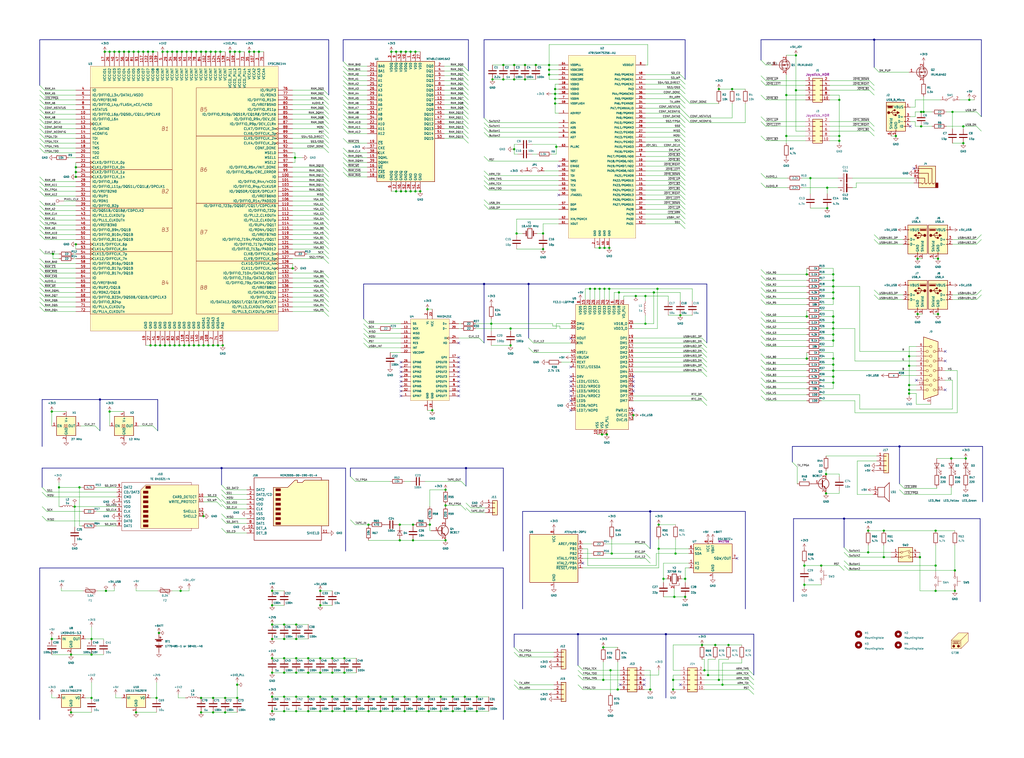
<source format=kicad_sch>
(kicad_sch (version 20210406) (generator eeschema)
  (paper "User" 540.029 399.999)
  (title_block (title "MIST.1010") (date "2021-08-14") (rev "A") (comment 1 "10x10 PCB variant of MIST FPGA project"))
  (lib_symbols
    (symbol "AT91SAM7S256-AU-001:AT91SAM7S256-AU-001" (pin_names (offset 1.016))
      (property "Reference" "U" (at -18.415 48.895 0))
      (property "Value" "AT91SAM7S256-AU-001" (at -5.715 48.895 0))
      (symbol "AT91SAM7S256-AU-001_0_0"
        (pin input line (at -22.86 17.78 0) (length 5.08) (name "ADVREF") (number "1"))
        (pin bidirectional line (at 22.86 -7.62 180) (length 5.08) (name "PA18/PGMD6/AD1") (number "10"))
        (pin bidirectional line (at 22.86 -15.24 180) (length 5.08) (name "PA21/PGMD9") (number "11"))
        (pin power_in line (at -22.86 40.64 0) (length 5.08) (name "VDDCORE") (number "12"))
        (pin bidirectional line (at 22.86 -10.16 180) (length 5.08) (name "PA19/PGMD7/AD2") (number "13"))
        (pin bidirectional line (at 22.86 -17.78 180) (length 5.08) (name "PA22/PGMD10") (number "14"))
        (pin bidirectional line (at 22.86 -20.32 180) (length 5.08) (name "PA23/PGMD11") (number "15"))
        (pin bidirectional line (at 22.86 -12.7 180) (length 5.08) (name "PA20/PGMD8/AD3") (number "16"))
        (pin power_in line (at -1.27 -53.34 90) (length 5.08) (name "GND") (number "17"))
        (pin power_in line (at -22.86 33.02 0) (length 5.08) (name "VDDIO") (number "18"))
        (pin bidirectional line (at 22.86 -2.54 180) (length 5.08) (name "PA16/PGMD4") (number "19"))
        (pin power_in line (at -3.81 -53.34 90) (length 5.08) (name "GND") (number "2"))
        (pin bidirectional line (at 22.86 0 180) (length 5.08) (name "PA15/PGMD3") (number "20"))
        (pin bidirectional line (at 22.86 2.54 180) (length 5.08) (name "PA14/PGMD2") (number "21"))
        (pin bidirectional line (at 22.86 5.08 180) (length 5.08) (name "PA13/PGMD1") (number "22"))
        (pin bidirectional line (at 22.86 -22.86 180) (length 5.08) (name "PA24/PGMD12") (number "23"))
        (pin power_in line (at -22.86 38.1 0) (length 5.08) (name "VDDCORE") (number "24"))
        (pin bidirectional line (at 22.86 -25.4 180) (length 5.08) (name "PA25/PGMD13") (number "25"))
        (pin bidirectional line (at 22.86 -27.94 180) (length 5.08) (name "PA26/PGMD14") (number "26"))
        (pin bidirectional line (at 22.86 7.62 180) (length 5.08) (name "PA12/PGMD0") (number "27"))
        (pin bidirectional line (at 22.86 10.16 180) (length 5.08) (name "PA11/PGMM3") (number "28"))
        (pin bidirectional line (at 22.86 12.7 180) (length 5.08) (name "PA10/PGMM2") (number "29"))
        (pin input line (at -22.86 12.7 0) (length 5.08) (name "AD4") (number "3"))
        (pin bidirectional line (at 22.86 15.24 180) (length 5.08) (name "PA9/PGMM1") (number "30"))
        (pin bidirectional line (at 22.86 17.78 180) (length 5.08) (name "PA8/PGMM0") (number "31"))
        (pin bidirectional line (at 22.86 20.32 180) (length 5.08) (name "PA7/PGMNVALID") (number "32"))
        (pin input line (at -22.86 -15.24 0) (length 5.08) (name "TDI") (number "33"))
        (pin bidirectional line (at 22.86 22.86 180) (length 5.08) (name "PA6/PGMNOE") (number "34"))
        (pin bidirectional line (at 22.86 25.4 180) (length 5.08) (name "PA5/PGMRDY") (number "35"))
        (pin bidirectional line (at 22.86 27.94 180) (length 5.08) (name "PA4/PGMNCMD") (number "36"))
        (pin bidirectional line (at 22.86 -30.48 180) (length 5.08) (name "PA27/PGMD15") (number "37"))
        (pin bidirectional line (at 22.86 -33.02 180) (length 5.08) (name "PA28") (number "38"))
        (pin bidirectional line (at -22.86 -7.62 0) (length 5.08) (name "NRST") (number "39"))
        (pin input line (at -22.86 10.16 0) (length 5.08) (name "AD5") (number "4"))
        (pin input line (at -22.86 -12.7 0) (length 5.08) (name "TST") (number "40"))
        (pin bidirectional line (at 22.86 -35.56 180) (length 5.08) (name "PA29") (number "41"))
        (pin bidirectional line (at 22.86 -38.1 180) (length 5.08) (name "PA30") (number "42"))
        (pin bidirectional line (at 22.86 30.48 180) (length 5.08) (name "PA3") (number "43"))
        (pin bidirectional line (at 22.86 33.02 180) (length 5.08) (name "PA2/PGMEN2") (number "44"))
        (pin power_in line (at -22.86 30.48 0) (length 5.08) (name "VDDIO") (number "45"))
        (pin power_in line (at 1.27 -53.34 90) (length 5.08) (name "GND") (number "46"))
        (pin bidirectional line (at 22.86 35.56 180) (length 5.08) (name "PA1/PGMEN1") (number "47"))
        (pin bidirectional line (at 22.86 38.1 180) (length 5.08) (name "PA0/PGMEN0") (number "48"))
        (pin output line (at -22.86 -22.86 0) (length 5.08) (name "TDO") (number "49"))
        (pin input line (at -22.86 7.62 0) (length 5.08) (name "AD6") (number "5"))
        (pin input line (at -22.86 -25.4 0) (length 5.08) (name "JTAGSEL") (number "50"))
        (pin input line (at -22.86 -17.78 0) (length 5.08) (name "TMS") (number "51"))
        (pin bidirectional line (at 22.86 -40.64 180) (length 5.08) (name "PA31") (number "52"))
        (pin input line (at -22.86 -20.32 0) (length 5.08) (name "TCK") (number "53"))
        (pin power_in line (at -22.86 35.56 0) (length 5.08) (name "VDDCORE") (number "54"))
        (pin input line (at -22.86 -10.16 0) (length 5.08) (name "ERASE") (number "55"))
        (pin bidirectional line (at -22.86 -33.02 0) (length 5.08) (name "DDM") (number "56"))
        (pin bidirectional line (at -22.86 -30.48 0) (length 5.08) (name "DDP") (number "57"))
        (pin power_in line (at -22.86 27.94 0) (length 5.08) (name "VDDIO") (number "58"))
        (pin power_in line (at -22.86 22.86 0) (length 5.08) (name "VDDFLASH") (number "59"))
        (pin input line (at -22.86 5.08 0) (length 5.08) (name "AD7") (number "6"))
        (pin power_in line (at 3.81 -53.34 90) (length 5.08) (name "GND") (number "60"))
        (pin output line (at -22.86 -40.64 0) (length 5.08) (name "XOUT") (number "61"))
        (pin input line (at -22.86 -38.1 0) (length 5.08) (name "XIN/PGMCK") (number "62"))
        (pin input line (at -22.86 0 0) (length 5.08) (name "PLLRC") (number "63"))
        (pin power_in line (at -22.86 43.18 0) (length 5.08) (name "VDDPLL") (number "64"))
        (pin power_in line (at -22.86 25.4 0) (length 5.08) (name "VDDIN") (number "7"))
        (pin power_out line (at 22.86 43.18 180) (length 5.08) (name "VDDOUT") (number "8"))
        (pin bidirectional line (at 22.86 -5.08 180) (length 5.08) (name "PA17/PGMD5/AD0") (number "9"))
      )
    )
    (symbol "Connector:AudioJack4"
      (property "Reference" "J" (at 0 8.89 0))
      (property "Value" "AudioJack4" (at 0 6.35 0))
      (symbol "AudioJack4_1_1"
        (pin passive line (at 5.08 -2.54 180) (length 2.54) (name "~") (number "R1"))
        (pin passive line (at 5.08 0 180) (length 2.54) (name "~") (number "R2"))
        (pin passive line (at 5.08 2.54 180) (length 2.54) (name "~") (number "S"))
        (pin passive line (at 5.08 -5.08 180) (length 2.54) (name "~") (number "T"))
      )
    )
    (symbol "Connector:DB15_Female_HighDensity_MountingHoles" (pin_names (offset 1.016) hide)
      (property "Reference" "J" (at 0 21.59 0))
      (property "Value" "DB15_Female_HighDensity_MountingHoles" (at 0 19.05 0))
      (symbol "DB15_Female_HighDensity_MountingHoles_1_1"
        (pin passive line (at 0 -17.78 90) (length 3.81) (name "~") (number "0"))
        (pin passive line (at -7.62 10.16 0) (length 5.08) (name "~") (number "1"))
        (pin passive line (at -7.62 -7.62 0) (length 5.08) (name "~") (number "10"))
        (pin passive line (at 7.62 10.16 180) (length 5.08) (name "~") (number "11"))
        (pin passive line (at 7.62 5.08 180) (length 5.08) (name "~") (number "12"))
        (pin passive line (at 7.62 0 180) (length 5.08) (name "~") (number "13"))
        (pin passive line (at 7.62 -5.08 180) (length 5.08) (name "~") (number "14"))
        (pin passive line (at 7.62 -10.16 180) (length 5.08) (name "~") (number "15"))
        (pin passive line (at -7.62 5.08 0) (length 5.08) (name "~") (number "2"))
        (pin passive line (at -7.62 0 0) (length 5.08) (name "~") (number "3"))
        (pin passive line (at -7.62 -5.08 0) (length 5.08) (name "~") (number "4"))
        (pin passive line (at -7.62 -10.16 0) (length 5.08) (name "~") (number "5"))
        (pin passive line (at -7.62 12.7 0) (length 5.08) (name "~") (number "6"))
        (pin passive line (at -7.62 7.62 0) (length 5.08) (name "~") (number "7"))
        (pin passive line (at -7.62 2.54 0) (length 5.08) (name "~") (number "8"))
        (pin passive line (at -7.62 -2.54 0) (length 5.08) (name "~") (number "9"))
      )
    )
    (symbol "Connector:Micro_SD_Card_Det" (pin_names (offset 1.016))
      (property "Reference" "J" (at -16.51 17.78 0))
      (property "Value" "Micro_SD_Card_Det" (at 16.51 17.78 0))
      (symbol "Micro_SD_Card_Det_1_1"
        (pin bidirectional line (at -22.86 10.16 0) (length 3.81) (name "DAT2") (number "1"))
        (pin passive line (at -22.86 -10.16 0) (length 3.81) (name "DET_A") (number "10"))
        (pin passive line (at 20.32 -12.7 180) (length 3.81) (name "SHIELD") (number "11"))
        (pin bidirectional line (at -22.86 7.62 0) (length 3.81) (name "DAT3/CD") (number "2"))
        (pin input line (at -22.86 5.08 0) (length 3.81) (name "CMD") (number "3"))
        (pin power_in line (at -22.86 2.54 0) (length 3.81) (name "VDD") (number "4"))
        (pin input line (at -22.86 0 0) (length 3.81) (name "CLK") (number "5"))
        (pin power_in line (at -22.86 -2.54 0) (length 3.81) (name "VSS") (number "6"))
        (pin bidirectional line (at -22.86 -5.08 0) (length 3.81) (name "DAT0") (number "7"))
        (pin bidirectional line (at -22.86 -7.62 0) (length 3.81) (name "DAT1") (number "8"))
        (pin passive line (at -22.86 -12.7 0) (length 3.81) (name "DET_B") (number "9"))
      )
    )
    (symbol "Connector:SD_Card" (pin_names (offset 1.016))
      (property "Reference" "J" (at -16.51 13.97 0))
      (property "Value" "SD_Card" (at 15.24 -13.97 0))
      (symbol "SD_Card_1_1"
        (pin input line (at -22.86 7.62 0) (length 2.54) (name "CD/DAT3") (number "1"))
        (pin input line (at 22.86 5.08 180) (length 2.54) (name "CARD_DETECT") (number "10"))
        (pin input line (at 22.86 2.54 180) (length 2.54) (name "WRITE_PROTECT") (number "11"))
        (pin input line (at 22.86 -2.54 180) (length 2.54) (name "SHELL1") (number "12"))
        (pin input line (at 22.86 -5.08 180) (length 2.54) (name "SHELL2") (number "13"))
        (pin input line (at -22.86 5.08 0) (length 2.54) (name "CMD") (number "2"))
        (pin power_in line (at -22.86 2.54 0) (length 2.54) (name "VSS") (number "3"))
        (pin power_in line (at -22.86 0 0) (length 2.54) (name "VDD") (number "4"))
        (pin input line (at -22.86 -2.54 0) (length 2.54) (name "CLK") (number "5"))
        (pin power_in line (at -22.86 -5.08 0) (length 2.54) (name "VSS") (number "6"))
        (pin input line (at -22.86 -7.62 0) (length 2.54) (name "DAT0") (number "7"))
        (pin input line (at -22.86 -10.16 0) (length 2.54) (name "DAT1") (number "8"))
        (pin input line (at -22.86 10.16 0) (length 2.54) (name "DAT2") (number "9"))
      )
    )
    (symbol "Connector:TestPoint" (pin_numbers hide) (pin_names (offset 0.762) hide)
      (property "Reference" "TP" (at 0 6.858 0))
      (property "Value" "TestPoint" (at 0 5.08 0))
      (symbol "TestPoint_1_1"
        (pin passive line (at 0 0 90) (length 2.54) (name "1") (number "1"))
      )
    )
    (symbol "Connector:USB_A" (pin_names (offset 1.016))
      (property "Reference" "J" (at -5.08 11.43 0))
      (property "Value" "USB_A" (at -5.08 8.89 0))
      (symbol "USB_A_1_1"
        (pin power_in line (at 7.62 5.08 180) (length 2.54) (name "VBUS") (number "1"))
        (pin passive line (at 7.62 -2.54 180) (length 2.54) (name "D-") (number "2"))
        (pin passive line (at 7.62 0 180) (length 2.54) (name "D+") (number "3"))
        (pin power_in line (at 0 -10.16 90) (length 2.54) (name "GND") (number "4"))
        (pin passive line (at -2.54 -10.16 90) (length 2.54) (name "Shield") (number "5"))
      )
    )
    (symbol "Connector:USB_B_Micro" (pin_names (offset 1.016))
      (property "Reference" "J" (at -5.08 11.43 0))
      (property "Value" "USB_B_Micro" (at -5.08 8.89 0))
      (symbol "USB_B_Micro_1_1"
        (pin power_out line (at 7.62 5.08 180) (length 2.54) (name "VBUS") (number "1"))
        (pin passive line (at 7.62 -2.54 180) (length 2.54) (name "D-") (number "2"))
        (pin passive line (at 7.62 0 180) (length 2.54) (name "D+") (number "3"))
        (pin passive line (at 7.62 -5.08 180) (length 2.54) (name "ID") (number "4"))
        (pin power_out line (at 0 -10.16 90) (length 2.54) (name "GND") (number "5"))
        (pin passive line (at -2.54 -10.16 90) (length 2.54) (name "Shield") (number "6"))
      )
    )
    (symbol "Connector_Generic:Conn_01x03" (pin_names (offset 1.016) hide)
      (property "Reference" "J" (at 0 5.08 0))
      (property "Value" "Conn_01x03" (at 0 -5.08 0))
      (symbol "Conn_01x03_1_1"
        (pin passive line (at -5.08 2.54 0) (length 3.81) (name "Pin_1") (number "1"))
        (pin passive line (at -5.08 0 0) (length 3.81) (name "Pin_2") (number "2"))
        (pin passive line (at -5.08 -2.54 0) (length 3.81) (name "Pin_3") (number "3"))
      )
    )
    (symbol "Connector_Generic:Conn_01x04" (pin_names (offset 1.016) hide)
      (property "Reference" "J" (at 0 5.08 0))
      (property "Value" "Conn_01x04" (at 0 -7.62 0))
      (symbol "Conn_01x04_1_1"
        (pin passive line (at -5.08 2.54 0) (length 3.81) (name "Pin_1") (number "1"))
        (pin passive line (at -5.08 0 0) (length 3.81) (name "Pin_2") (number "2"))
        (pin passive line (at -5.08 -2.54 0) (length 3.81) (name "Pin_3") (number "3"))
        (pin passive line (at -5.08 -5.08 0) (length 3.81) (name "Pin_4") (number "4"))
      )
    )
    (symbol "Connector_Generic:Conn_02x05_Odd_Even" (pin_names (offset 1.016) hide)
      (property "Reference" "J" (at 1.27 7.62 0))
      (property "Value" "Conn_02x05_Odd_Even" (at 1.27 -7.62 0))
      (symbol "Conn_02x05_Odd_Even_1_1"
        (pin passive line (at -5.08 5.08 0) (length 3.81) (name "Pin_1") (number "1"))
        (pin passive line (at 7.62 -5.08 180) (length 3.81) (name "Pin_10") (number "10"))
        (pin passive line (at 7.62 5.08 180) (length 3.81) (name "Pin_2") (number "2"))
        (pin passive line (at -5.08 2.54 0) (length 3.81) (name "Pin_3") (number "3"))
        (pin passive line (at 7.62 2.54 180) (length 3.81) (name "Pin_4") (number "4"))
        (pin passive line (at -5.08 0 0) (length 3.81) (name "Pin_5") (number "5"))
        (pin passive line (at 7.62 0 180) (length 3.81) (name "Pin_6") (number "6"))
        (pin passive line (at -5.08 -2.54 0) (length 3.81) (name "Pin_7") (number "7"))
        (pin passive line (at 7.62 -2.54 180) (length 3.81) (name "Pin_8") (number "8"))
        (pin passive line (at -5.08 -5.08 0) (length 3.81) (name "Pin_9") (number "9"))
      )
    )
    (symbol "Device:Battery" (pin_numbers hide) (pin_names (offset 0) hide)
      (property "Reference" "BT" (at 2.54 2.54 0))
      (property "Value" "Battery" (at 2.54 0 0))
      (symbol "Battery_1_1"
        (pin passive line (at 0 5.08 270) (length 2.54) (name "+") (number "1"))
        (pin passive line (at 0 -5.08 90) (length 2.54) (name "-") (number "2"))
      )
    )
    (symbol "Device:C" (pin_numbers hide) (pin_names (offset 0.254))
      (property "Reference" "C" (at 0.635 2.54 0))
      (property "Value" "C" (at 0.635 -2.54 0))
      (symbol "C_1_1"
        (pin passive line (at 0 3.81 270) (length 2.794) (name "~") (number "1"))
        (pin passive line (at 0 -3.81 90) (length 2.794) (name "~") (number "2"))
      )
    )
    (symbol "Device:CP" (pin_numbers hide) (pin_names (offset 0.254))
      (property "Reference" "C" (at 0.635 2.54 0))
      (property "Value" "CP" (at 0.635 -2.54 0))
      (symbol "CP_1_1"
        (pin passive line (at 0 3.81 270) (length 2.794) (name "~") (number "1"))
        (pin passive line (at 0 -3.81 90) (length 2.794) (name "~") (number "2"))
      )
    )
    (symbol "Device:Crystal" (pin_numbers hide) (pin_names (offset 1.016) hide)
      (property "Reference" "Y" (at 0 3.81 0))
      (property "Value" "Crystal" (at 0 -3.81 0))
      (symbol "Crystal_1_1"
        (pin passive line (at -3.81 0 0) (length 1.27) (name "1") (number "1"))
        (pin passive line (at 3.81 0 180) (length 1.27) (name "2") (number "2"))
      )
    )
    (symbol "Device:Crystal_GND3" (pin_names (offset 1.016) hide)
      (property "Reference" "Y" (at 0 5.715 0))
      (property "Value" "Crystal_GND3" (at 0 3.81 0))
      (symbol "Crystal_GND3_1_1"
        (pin passive line (at -3.81 0 0) (length 1.27) (name "1") (number "1"))
        (pin passive line (at 3.81 0 180) (length 1.27) (name "2") (number "2"))
        (pin passive line (at 0 -5.08 90) (length 1.27) (name "3") (number "3"))
      )
    )
    (symbol "Device:D" (pin_numbers hide) (pin_names (offset 1.016) hide)
      (property "Reference" "D" (at 0 2.54 0))
      (property "Value" "D" (at 0 -2.54 0))
      (symbol "D_1_1"
        (pin passive line (at -3.81 0 0) (length 2.54) (name "K") (number "1"))
        (pin passive line (at 3.81 0 180) (length 2.54) (name "A") (number "2"))
      )
    )
    (symbol "Device:L" (pin_numbers hide) (pin_names (offset 1.016) hide)
      (property "Reference" "L" (at -1.27 0 90))
      (property "Value" "L" (at 1.905 0 90))
      (symbol "L_1_1"
        (pin passive line (at 0 3.81 270) (length 1.27) (name "1") (number "1"))
        (pin passive line (at 0 -3.81 90) (length 1.27) (name "2") (number "2"))
      )
    )
    (symbol "Device:LED" (pin_numbers hide) (pin_names (offset 1.016) hide)
      (property "Reference" "D" (at 0 2.54 0))
      (property "Value" "LED" (at 0 -2.54 0))
      (symbol "LED_1_1"
        (pin passive line (at -3.81 0 0) (length 2.54) (name "K") (number "1"))
        (pin passive line (at 3.81 0 180) (length 2.54) (name "A") (number "2"))
      )
    )
    (symbol "Device:Polyfuse" (pin_numbers hide) (pin_names (offset 0))
      (property "Reference" "F" (at -2.54 0 90))
      (property "Value" "Polyfuse" (at 2.54 0 90))
      (symbol "Polyfuse_1_1"
        (pin passive line (at 0 3.81 270) (length 1.27) (name "~") (number "1"))
        (pin passive line (at 0 -3.81 90) (length 1.27) (name "~") (number "2"))
      )
    )
    (symbol "Device:R" (pin_numbers hide) (pin_names (offset 0))
      (property "Reference" "R" (at 2.032 0 90))
      (property "Value" "R" (at 0 0 90))
      (symbol "R_1_1"
        (pin passive line (at 0 3.81 270) (length 1.27) (name "~") (number "1"))
        (pin passive line (at 0 -3.81 90) (length 1.27) (name "~") (number "2"))
      )
    )
    (symbol "Device:Speaker" (pin_names (offset 0) hide)
      (property "Reference" "LS" (at 1.27 5.715 0))
      (property "Value" "Speaker" (at 1.27 3.81 0))
      (symbol "Speaker_1_1"
        (pin input line (at -5.08 0 0) (length 2.54) (name "1") (number "1"))
        (pin input line (at -5.08 -2.54 0) (length 2.54) (name "2") (number "2"))
      )
    )
    (symbol "EP3C25E144:EP3C25E144" (pin_names (offset 1.016))
      (property "Reference" "U" (at 0 -2.54 0))
      (property "Value" "EP3C25E144" (at 0 2.54 0))
      (symbol "EP3C25E144_0_0"
        (text "B1" (at -10.16 36.83 0) (effects (font (size 2 2) italic)))
        (text "B2" (at -10.16 3.81 0) (effects (font (size 2 2) italic)))
        (text "B3" (at -10.16 -16.51 0) (effects (font (size 2 2) italic)))
        (text "B4" (at -10.16 -44.45 0) (effects (font (size 2 2) italic)))
        (text "B5" (at 10.16 46.99 0) (effects (font (size 2 2) italic)))
        (text "B6" (at 10.16 15.24 0) (effects (font (size 2 2) italic)))
        (text "B7" (at 10.16 -17.78 0) (effects (font (size 2 2) italic)))
        (text "B8" (at 10.16 -46.99 0) (effects (font (size 2 2) italic)))
      )
      (symbol "EP3C25E144_1_1"
        (pin power_in line (at 29.21 77.47 270) (length 7.62) (name "VCCD_PLL3") (number "1"))
        (pin bidirectional line (at -57.15 44.45 0) (length 7.62) (name "IO/DIFFIO_L6p/DQS0L/CQ1L/DPCLK0") (number "10"))
        (pin bidirectional line (at 57.15 11.43 180) (length 7.62) (name "IO") (number "100"))
        (pin bidirectional line (at 57.15 8.89 180) (length 7.62) (name "IO/DIFFIO_R4n/nCEO") (number "101"))
        (pin power_in line (at 11.43 77.47 270) (length 7.62) (name "VCCINT") (number "102"))
        (pin bidirectional line (at 57.15 6.35 180) (length 7.62) (name "IO/DIFFIO_R4p/CLKUSR") (number "103"))
        (pin bidirectional line (at 57.15 3.81 180) (length 7.62) (name "IO/DQS0R/CQ1R/DPCLK7") (number "104"))
        (pin bidirectional line (at 57.15 1.27 180) (length 7.62) (name "IO/VREFB6N0") (number "105"))
        (pin bidirectional line (at 57.15 -1.27 180) (length 7.62) (name "IO/DIFFIO_R1n/PADD20") (number "106"))
        (pin power_in line (at 36.83 77.47 270) (length 7.62) (name "VCCA2") (number "107"))
        (pin power_in line (at 12.7 -77.47 90) (length 7.62) (name "GNDA2") (number "108"))
        (pin power_in line (at 26.67 77.47 270) (length 7.62) (name "VCCD_PLL2") (number "109"))
        (pin bidirectional line (at -57.15 41.91 0) (length 7.62) (name "IO/DIFFIO_L6n") (number "11"))
        (pin bidirectional line (at 57.15 -3.81 180) (length 7.62) (name "IO/DIFFIO_T23p/DQS0T/CQ1T/CDPCLK6") (number "110"))
        (pin bidirectional line (at 57.15 -6.35 180) (length 7.62) (name "IO/DIFFIO_T22p") (number "111"))
        (pin bidirectional line (at 57.15 -8.89 180) (length 7.62) (name "IO/PLL2_CLKOUTn") (number "112"))
        (pin bidirectional line (at 57.15 -11.43 180) (length 7.62) (name "IO/PLL2_CLKOUTp") (number "113"))
        (pin bidirectional line (at 57.15 -13.97 180) (length 7.62) (name "IO/RUP4/DQ1T") (number "114"))
        (pin bidirectional line (at 57.15 -16.51 180) (length 7.62) (name "IO/RDN4/DQ1T") (number "115"))
        (pin power_in line (at 13.97 77.47 270) (length 7.62) (name "VCCINT") (number "116"))
        (pin power_in line (at -21.59 77.47 270) (length 7.62) (name "VCCIO7") (number "117"))
        (pin power_in line (at 0 -77.47 90) (length 7.62) (name "GND") (number "118"))
        (pin bidirectional line (at 57.15 -19.05 180) (length 7.62) (name "IO/VREFB7N0") (number "119"))
        (pin input clock (at -57.15 39.37 0) (length 7.62) (name "DCLK") (number "12"))
        (pin bidirectional line (at 57.15 -21.59 180) (length 7.62) (name "IO/DIFFIO_T19n/PADD1/DQ1T") (number "120"))
        (pin bidirectional line (at 57.15 -24.13 180) (length 7.62) (name "IO/DIFFIO_T17p/PADD4") (number "121"))
        (pin power_in line (at -19.05 77.47 270) (length 7.62) (name "VCCIO7") (number "122"))
        (pin power_in line (at 2.54 -77.47 90) (length 7.62) (name "GND") (number "123"))
        (pin power_in line (at 16.51 77.47 270) (length 7.62) (name "VCCINT") (number "124"))
        (pin bidirectional line (at 57.15 -26.67 180) (length 7.62) (name "IO/DIFFIO_T13p/PADD12") (number "125"))
        (pin input clock (at 57.15 -29.21 180) (length 7.62) (name "CLK8/DIFFCLK_5n") (number "126"))
        (pin input clock (at 57.15 -31.75 180) (length 7.62) (name "CLK9/DIFFCLK_5p") (number "127"))
        (pin input clock (at 57.15 -34.29 180) (length 7.62) (name "CLK10/DIFFCLK_4n") (number "128"))
        (pin input clock (at 57.15 -36.83 180) (length 7.62) (name "CLK11/DIFFCLK_4p") (number "129"))
        (pin bidirectional line (at -57.15 36.83 0) (length 7.62) (name "IO/DATA0") (number "13"))
        (pin power_in line (at -16.51 77.47 270) (length 7.62) (name "VCCIO8") (number "130"))
        (pin power_in line (at 5.08 -77.47 90) (length 7.62) (name "GND") (number "131"))
        (pin bidirectional line (at 57.15 -39.37 180) (length 7.62) (name "IO/DIFFIO_T10n/DATA2/DQ1T") (number "132"))
        (pin bidirectional line (at 57.15 -41.91 180) (length 7.62) (name "IO/DIFFIO_T10p/DATA3/DQ1T") (number "133"))
        (pin power_in line (at 19.05 77.47 270) (length 7.62) (name "VCCINT") (number "134"))
        (pin bidirectional line (at 57.15 -44.45 180) (length 7.62) (name "IO/DIFFIO_T9p/DATA4/DQ1T") (number "135"))
        (pin bidirectional line (at 57.15 -46.99 180) (length 7.62) (name "IO/VREFB8N0") (number "136"))
        (pin bidirectional line (at 57.15 -49.53 180) (length 7.62) (name "IO/DATA5/DQ1T") (number "137"))
        (pin power_in line (at 21.59 77.47 270) (length 7.62) (name "VCCINT") (number "138"))
        (pin power_in line (at -13.97 77.47 270) (length 7.62) (name "VCCIO8") (number "139"))
        (pin input line (at -57.15 34.29 0) (length 7.62) (name "nCONFIG") (number "14"))
        (pin power_in line (at 7.62 -77.47 90) (length 7.62) (name "GND") (number "140"))
        (pin bidirectional line (at 57.15 -52.07 180) (length 7.62) (name "IO/DIFFIO_T2p") (number "141"))
        (pin bidirectional line (at 57.15 -54.61 180) (length 7.62) (name "IO/DATA12/DQS1T/CQ1T#/CDPCLK7") (number "142"))
        (pin bidirectional line (at 57.15 -57.15 180) (length 7.62) (name "IO/PLL3_CLKOUTn/DQ1T") (number "143"))
        (pin bidirectional line (at 57.15 -59.69 180) (length 7.62) (name "IO/PLL3_CLKOUTp/DM1T") (number "144"))
        (pin power_in line (at 20.32 -77.47 90) (length 7.62) (name "PAD") (number "145"))
        (pin input line (at -57.15 31.75 0) (length 7.62) (name "TDI") (number "15"))
        (pin input line (at -57.15 29.21 0) (length 7.62) (name "TCK") (number "16"))
        (pin power_in line (at -41.91 77.47 270) (length 7.62) (name "VCCIO1") (number "17"))
        (pin input line (at -57.15 26.67 0) (length 7.62) (name "TMS") (number "18"))
        (pin power_in line (at -20.32 -77.47 90) (length 7.62) (name "GND") (number "19"))
        (pin power_in line (at 15.24 -77.47 90) (length 7.62) (name "GNDA3") (number "2"))
        (pin output line (at -57.15 24.13 0) (length 7.62) (name "TDO") (number "20"))
        (pin input line (at -57.15 21.59 0) (length 7.62) (name "nCE") (number "21"))
        (pin input clock (at -57.15 19.05 0) (length 7.62) (name "CLK0/DIFFCLK_0p") (number "22"))
        (pin input clock (at -57.15 16.51 0) (length 7.62) (name "CLK1/DIFFCLK_0n") (number "23"))
        (pin input clock (at -57.15 13.97 0) (length 7.62) (name "CLK2/DIFFCLK_1p") (number "24"))
        (pin input clock (at -57.15 11.43 0) (length 7.62) (name "CLK3/DIFFCLK_1n") (number "25"))
        (pin power_in line (at -39.37 77.47 270) (length 7.62) (name "VCCIO2") (number "26"))
        (pin power_in line (at -17.78 -77.47 90) (length 7.62) (name "GND") (number "27"))
        (pin bidirectional line (at -57.15 8.89 0) (length 7.62) (name "IO/DIFFIO_L8p") (number "28"))
        (pin power_in line (at -8.89 77.47 270) (length 7.62) (name "VCCINT") (number "29"))
        (pin power_in line (at 39.37 77.47 270) (length 7.62) (name "VCCA3") (number "3"))
        (pin bidirectional line (at -57.15 6.35 0) (length 7.62) (name "IO/DIFFIO_L11p/DQS1L/CQ1L#/DPCLK1") (number "30"))
        (pin bidirectional line (at -57.15 3.81 0) (length 7.62) (name "IO/VREFB2N0") (number "31"))
        (pin bidirectional line (at -57.15 1.27 0) (length 7.62) (name "IO/RUP1") (number "32"))
        (pin bidirectional line (at -57.15 -1.27 0) (length 7.62) (name "IO/RDN1") (number "33"))
        (pin power_in line (at -6.35 77.47 270) (length 7.62) (name "VCCINT") (number "34"))
        (pin power_in line (at 34.29 77.47 270) (length 7.62) (name "VCCA1") (number "35"))
        (pin power_in line (at 10.16 -77.47 90) (length 7.62) (name "GNDA1") (number "36"))
        (pin power_in line (at 24.13 77.47 270) (length 7.62) (name "VCCD_PLL1") (number "37"))
        (pin power_in line (at -3.81 77.47 270) (length 7.62) (name "VCCINT") (number "38"))
        (pin bidirectional line (at -57.15 -3.81 0) (length 7.62) (name "IO/DIFFIO_B2p") (number "39"))
        (pin bidirectional line (at -57.15 57.15 0) (length 7.62) (name "IO") (number "4"))
        (pin power_in line (at -36.83 77.47 270) (length 7.62) (name "VCCIO3") (number "40"))
        (pin power_in line (at -15.24 -77.47 90) (length 7.62) (name "GND") (number "41"))
        (pin bidirectional line (at -57.15 -6.35 0) (length 7.62) (name "IO/DQS1B/CQ1B#/CDPCLK2") (number "42"))
        (pin bidirectional line (at -57.15 -8.89 0) (length 7.62) (name "IO/PLL1_CLKOUTp") (number "43"))
        (pin bidirectional line (at -57.15 -11.43 0) (length 7.62) (name "IO/PLL1_CLKOUTn") (number "44"))
        (pin power_in line (at -1.27 77.47 270) (length 7.62) (name "VCCINT") (number "45"))
        (pin bidirectional line (at -57.15 -13.97 0) (length 7.62) (name "IO/VREFB3N0") (number "46"))
        (pin power_in line (at -34.29 77.47 270) (length 7.62) (name "VCCIO3") (number "47"))
        (pin power_in line (at -12.7 -77.47 90) (length 7.62) (name "GND") (number "48"))
        (pin bidirectional line (at -57.15 -16.51 0) (length 7.62) (name "IO/DIFFIO_B9n/DQ1B") (number "49"))
        (pin power_in line (at -11.43 77.47 270) (length 7.62) (name "VCCINT") (number "5"))
        (pin bidirectional line (at -57.15 -19.05 0) (length 7.62) (name "IO/DIFFIO_B10n/DQ1B") (number "50"))
        (pin bidirectional line (at -57.15 -21.59 0) (length 7.62) (name "IO/DIFFIO_B11p/DQ1B") (number "51"))
        (pin input clock (at -57.15 -24.13 0) (length 7.62) (name "CLK15/DIFFCLK_6p") (number "52"))
        (pin input clock (at -57.15 -26.67 0) (length 7.62) (name "CLK14/DIFFCLK_6n") (number "53"))
        (pin input clock (at -57.15 -29.21 0) (length 7.62) (name "CLK13/DIFFCLK_7p") (number "54"))
        (pin input clock (at -57.15 -31.75 0) (length 7.62) (name "CLK12/DIFFCLK_7n") (number "55"))
        (pin power_in line (at -31.75 77.47 270) (length 7.62) (name "VCCIO4") (number "56"))
        (pin power_in line (at -10.16 -77.47 90) (length 7.62) (name "GND") (number "57"))
        (pin bidirectional line (at -57.15 -34.29 0) (length 7.62) (name "IO/DIFFIO_B16p/DQ1B") (number "58"))
        (pin bidirectional line (at -57.15 -36.83 0) (length 7.62) (name "IO/DIFFIO_B17p/DQ1B") (number "59"))
        (pin bidirectional line (at -57.15 54.61 0) (length 7.62) (name "IO/DIFFIO_L3n/DATA1/ASDO") (number "6"))
        (pin bidirectional line (at -57.15 -39.37 0) (length 7.62) (name "IO/DIFFIO_B17n/DQ1B") (number "60"))
        (pin power_in line (at 1.27 77.47 270) (length 7.62) (name "VCCINT") (number "61"))
        (pin power_in line (at -29.21 77.47 270) (length 7.62) (name "VCCIO4") (number "62"))
        (pin power_in line (at -7.62 -77.47 90) (length 7.62) (name "GND") (number "63"))
        (pin bidirectional line (at -57.15 -41.91 0) (length 7.62) (name "IO") (number "64"))
        (pin bidirectional line (at -57.15 -44.45 0) (length 7.62) (name "IO/VREFB4N0") (number "65"))
        (pin bidirectional line (at -57.15 -46.99 0) (length 7.62) (name "IO/RUP2/DQ1B") (number "66"))
        (pin bidirectional line (at -57.15 -49.53 0) (length 7.62) (name "IO/RDN2/DQ1B") (number "67"))
        (pin bidirectional line (at -57.15 -52.07 0) (length 7.62) (name "IO/DIFFIO_B23n/DQS0B/CQ1B/CDPCLK3") (number "68"))
        (pin bidirectional line (at -57.15 -54.61 0) (length 7.62) (name "IO/DIFFIO_B24p") (number "69"))
        (pin bidirectional line (at -57.15 52.07 0) (length 7.62) (name "IO/VREFB1N0") (number "7"))
        (pin power_in line (at 3.81 77.47 270) (length 7.62) (name "VCCINT") (number "70"))
        (pin bidirectional line (at -57.15 -57.15 0) (length 7.62) (name "IO/PLL4_CLKOUTp") (number "71"))
        (pin bidirectional line (at -57.15 -59.69 0) (length 7.62) (name "IO/PLL4_CLKOUTn") (number "72"))
        (pin power_in line (at 31.75 77.47 270) (length 7.62) (name "VCCD_PLL4") (number "73"))
        (pin power_in line (at 17.78 -77.47 90) (length 7.62) (name "GNDA4") (number "74"))
        (pin power_in line (at 41.91 77.47 270) (length 7.62) (name "VCCA4") (number "75"))
        (pin bidirectional line (at 57.15 57.15 180) (length 7.62) (name "IO/RUP3") (number "76"))
        (pin bidirectional line (at 57.15 54.61 180) (length 7.62) (name "IO/RDN3") (number "77"))
        (pin power_in line (at 6.35 77.47 270) (length 7.62) (name "VCCINT") (number "78"))
        (pin bidirectional line (at 57.15 52.07 180) (length 7.62) (name "IO/DIFFIO_R13n") (number "79"))
        (pin bidirectional line (at -57.15 49.53 0) (length 7.62) (name "IO/DIFFIO_L4p/FLASH_nCE/nCSO") (number "8"))
        (pin bidirectional line (at 57.15 49.53 180) (length 7.62) (name "IO/VREFB5N0") (number "80"))
        (pin power_in line (at -26.67 77.47 270) (length 7.62) (name "VCCIO5") (number "81"))
        (pin power_in line (at -5.08 -77.47 90) (length 7.62) (name "GND") (number "82"))
        (pin bidirectional line (at 57.15 46.99 180) (length 7.62) (name "IO/DIFFIO_R11p") (number "83"))
        (pin power_in line (at 8.89 77.47 270) (length 7.62) (name "VCCINT") (number "84"))
        (pin bidirectional line (at 57.15 44.45 180) (length 7.62) (name "IO/DIFFIO_R10p/DQS1R/CQ1R#/DPCLK6") (number "85"))
        (pin bidirectional line (at 57.15 41.91 180) (length 7.62) (name "IO/DIFFIO_R9n/DEV_OE") (number "86"))
        (pin bidirectional line (at 57.15 39.37 180) (length 7.62) (name "IO/DIFFIO_R9p/DEV_CLRn") (number "87"))
        (pin input clock (at 57.15 36.83 180) (length 7.62) (name "CLK7/DIFFCLK_3n") (number "88"))
        (pin input clock (at 57.15 34.29 180) (length 7.62) (name "CLK6/DIFFCLK_3p") (number "89"))
        (pin output line (at -57.15 46.99 0) (length 7.62) (name "nSTATUS") (number "9"))
        (pin input clock (at 57.15 31.75 180) (length 7.62) (name "CLK5/DIFFCLK_2n") (number "90"))
        (pin input clock (at 57.15 29.21 180) (length 7.62) (name "CLK4/DIFFCLK_2p") (number "91"))
        (pin output line (at 57.15 26.67 180) (length 7.62) (name "CONF_DONE") (number "92"))
        (pin power_in line (at -24.13 77.47 270) (length 7.62) (name "VCCIO6") (number "93"))
        (pin input line (at 57.15 24.13 180) (length 7.62) (name "MSEL0") (number "94"))
        (pin power_in line (at -2.54 -77.47 90) (length 7.62) (name "GND") (number "95"))
        (pin input line (at 57.15 21.59 180) (length 7.62) (name "MSEL1") (number "96"))
        (pin input line (at 57.15 19.05 180) (length 7.62) (name "MSEL2") (number "97"))
        (pin bidirectional line (at 57.15 16.51 180) (length 7.62) (name "IO/DIFFIO_R5n/INIT_DONE") (number "98"))
        (pin bidirectional line (at 57.15 13.97 180) (length 7.62) (name "IO/DIFFIO_R5p/CRC_ERROR") (number "99"))
      )
    )
    (symbol "Jumper:Jumper_2_Open" (pin_names (offset 0) hide)
      (property "Reference" "JP" (at 0 2.794 0))
      (property "Value" "Jumper_2_Open" (at 0 -2.286 0))
      (symbol "Jumper_2_Open_1_1"
        (pin passive line (at -5.08 0 0) (length 2.54) (name "A") (number "1"))
        (pin passive line (at 5.08 0 180) (length 2.54) (name "B") (number "2"))
      )
    )
    (symbol "MAX3421E:MAX3421E" (pin_names (offset 1.016))
      (property "Reference" "U" (at -10.795 20.955 0))
      (property "Value" "MAX3421E" (at 4.445 20.955 0))
      (symbol "MAX3421E_0_0"
        (pin input line (at -15.24 -20.32 0) (length 5.08) (name "GPIN7") (number "1"))
        (pin output line (at 15.24 -17.78 180) (length 5.08) (name "GPOUT6") (number "10"))
        (pin output line (at 15.24 -20.32 180) (length 5.08) (name "GPOUT7") (number "11"))
        (pin input line (at -15.24 7.62 0) (length 5.08) (name "RES") (number "12"))
        (pin input line (at -15.24 15.24 0) (length 5.08) (name "SCK") (number "13"))
        (pin input line (at -15.24 17.78 0) (length 5.08) (name "SS") (number "14"))
        (pin output line (at -15.24 12.7 0) (length 5.08) (name "MISO") (number "15"))
        (pin bidirectional line (at -15.24 10.16 0) (length 5.08) (name "MOSI") (number "16"))
        (pin output line (at 15.24 0 180) (length 5.08) (name "GPX") (number "17"))
        (pin output line (at -15.24 5.08 0) (length 5.08) (name "INT") (number "18"))
        (pin power_in line (at 1.27 -27.94 90) (length 5.08) (name "GND") (number "19"))
        (pin power_in line (at -1.27 25.4 270) (length 5.08) (name "VL") (number "2"))
        (pin bidirectional line (at 15.24 15.24 180) (length 5.08) (name "D-") (number "20"))
        (pin bidirectional line (at 15.24 17.78 180) (length 5.08) (name "D+") (number "21"))
        (pin bidirectional line (at -15.24 2.54 0) (length 5.08) (name "VBCOMP") (number "22"))
        (pin power_in line (at 1.27 25.4 270) (length 5.08) (name "VCC") (number "23"))
        (pin input clock (at 15.24 10.16 180) (length 5.08) (name "XI") (number "24"))
        (pin output line (at 15.24 7.62 180) (length 5.08) (name "XO") (number "25"))
        (pin input line (at -15.24 -2.54 0) (length 5.08) (name "GPIN0") (number "26"))
        (pin input line (at -15.24 -5.08 0) (length 5.08) (name "GPIN1") (number "27"))
        (pin input line (at -15.24 -7.62 0) (length 5.08) (name "GPIN2") (number "28"))
        (pin input line (at -15.24 -10.16 0) (length 5.08) (name "GPIN3") (number "29"))
        (pin power_in line (at -1.27 -27.94 90) (length 5.08) (name "GND") (number "3"))
        (pin input line (at -15.24 -12.7 0) (length 5.08) (name "GPIN4") (number "30"))
        (pin input line (at -15.24 -15.24 0) (length 5.08) (name "GPIN5") (number "31"))
        (pin input line (at -15.24 -17.78 0) (length 5.08) (name "GPIN6") (number "32"))
        (pin output line (at 15.24 -2.54 180) (length 5.08) (name "GPOUT0") (number "4"))
        (pin output line (at 15.24 -5.08 180) (length 5.08) (name "GPOUT1") (number "5"))
        (pin output line (at 15.24 -7.62 180) (length 5.08) (name "GPOUT2") (number "6"))
        (pin output line (at 15.24 -10.16 180) (length 5.08) (name "GPOUT3") (number "7"))
        (pin output line (at 15.24 -12.7 180) (length 5.08) (name "GPOUT4") (number "8"))
        (pin output line (at 15.24 -15.24 180) (length 5.08) (name "GPOUT5") (number "9"))
      )
    )
    (symbol "MCU_Microchip_ATtiny:ATtiny85V-10PU"
      (property "Reference" "U" (at -12.7 13.97 0))
      (property "Value" "ATtiny85V-10PU" (at 2.54 -13.97 0))
      (symbol "ATtiny85V-10PU_1_1"
        (pin tri_state line (at 15.24 -5.08 180) (length 2.54) (name "~RESET~/PB5") (number "1"))
        (pin tri_state line (at 15.24 0 180) (length 2.54) (name "XTAL1/PB3") (number "2"))
        (pin tri_state line (at 15.24 -2.54 180) (length 2.54) (name "XTAL2/PB4") (number "3"))
        (pin power_in line (at 0 -15.24 90) (length 2.54) (name "GND") (number "4"))
        (pin tri_state line (at 15.24 7.62 180) (length 2.54) (name "AREF/PB0") (number "5"))
        (pin tri_state line (at 15.24 5.08 180) (length 2.54) (name "PB1") (number "6"))
        (pin tri_state line (at 15.24 2.54 180) (length 2.54) (name "PB2") (number "7"))
        (pin power_in line (at 0 15.24 270) (length 2.54) (name "VCC") (number "8"))
      )
    )
    (symbol "Mechanical:Housing" (pin_names (offset 1.016))
      (property "Reference" "N" (at 3.81 0 0))
      (property "Value" "Housing" (at 3.81 -1.905 0))
    )
    (symbol "Mechanical:MountingHole" (pin_names (offset 1.016))
      (property "Reference" "H" (at 0 5.08 0))
      (property "Value" "MountingHole" (at 0 3.175 0))
    )
    (symbol "Oscillator:XO91" (pin_names (offset 0.254))
      (property "Reference" "X" (at -5.08 6.35 0))
      (property "Value" "XO91" (at 1.27 -6.35 0))
      (symbol "XO91_1_1"
        (pin input line (at -7.62 0 0) (length 2.54) (name "EN") (number "1"))
        (pin power_in line (at 0 -7.62 90) (length 2.54) (name "GND") (number "2"))
        (pin output line (at 7.62 0 180) (length 2.54) (name "OUT") (number "3"))
        (pin power_in line (at 0 7.62 270) (length 2.54) (name "V+") (number "4"))
      )
    )
    (symbol "Regulator_Linear:AZ1117-1.2" (pin_names (offset 0.254))
      (property "Reference" "U" (at -3.81 3.175 0))
      (property "Value" "AZ1117-1.2" (at 0 3.175 0))
      (symbol "AZ1117-1.2_1_1"
        (pin power_in line (at 0 -7.62 90) (length 2.54) (name "GND") (number "1"))
        (pin power_out line (at 7.62 0 180) (length 2.54) (name "VO") (number "2"))
        (pin power_in line (at -7.62 0 0) (length 2.54) (name "VI") (number "3"))
      )
    )
    (symbol "Regulator_Linear:AZ1117-2.5" (pin_names (offset 0.254))
      (property "Reference" "U" (at -3.81 3.175 0))
      (property "Value" "AZ1117-2.5" (at 0 3.175 0))
      (symbol "AZ1117-2.5_1_1"
        (pin power_in line (at 0 -7.62 90) (length 2.54) (name "GND") (number "1"))
        (pin power_out line (at 7.62 0 180) (length 2.54) (name "VO") (number "2"))
        (pin power_in line (at -7.62 0 0) (length 2.54) (name "VI") (number "3"))
      )
    )
    (symbol "Regulator_Linear:L7805" (pin_names (offset 0.254))
      (property "Reference" "U" (at -3.81 3.175 0))
      (property "Value" "L7805" (at 0 3.175 0))
      (symbol "L7805_1_1"
        (pin power_in line (at -7.62 0 0) (length 2.54) (name "IN") (number "1"))
        (pin power_in line (at 0 -7.62 90) (length 2.54) (name "GND") (number "2"))
        (pin power_out line (at 7.62 0 180) (length 2.54) (name "OUT") (number "3"))
      )
    )
    (symbol "Switch:SW_DIP_x02" (pin_names (offset 0) hide)
      (property "Reference" "SW" (at 0 6.35 0))
      (property "Value" "SW_DIP_x02" (at 0 -3.81 0))
      (symbol "SW_DIP_x02_1_1"
        (pin passive line (at -7.62 2.54 0) (length 5.08) (name "~") (number "1"))
        (pin passive line (at -7.62 0 0) (length 5.08) (name "~") (number "2"))
        (pin passive line (at 7.62 0 180) (length 5.08) (name "~") (number "3"))
        (pin passive line (at 7.62 2.54 180) (length 5.08) (name "~") (number "4"))
      )
    )
    (symbol "Switch:SW_Push" (pin_numbers hide) (pin_names (offset 1.016) hide)
      (property "Reference" "SW" (at 1.27 2.54 0))
      (property "Value" "SW_Push" (at 0 -1.524 0))
      (symbol "SW_Push_0_1"
        (pin passive line (at -5.08 0 0) (length 2.54) (name "1") (number "1"))
        (pin passive line (at 5.08 0 180) (length 2.54) (name "2") (number "2"))
      )
    )
    (symbol "Switch:SW_SPST" (pin_names (offset 0) hide)
      (property "Reference" "SW" (at 0 3.175 0))
      (property "Value" "SW_SPST" (at 0 -2.54 0))
      (symbol "SW_SPST_1_1"
        (pin passive line (at -5.08 0 0) (length 2.54) (name "A") (number "1"))
        (pin passive line (at 5.08 0 180) (length 2.54) (name "B") (number "2"))
      )
    )
    (symbol "Timer_RTC:DS1307Z+"
      (property "Reference" "U" (at -8.89 8.89 0))
      (property "Value" "DS1307Z+" (at 1.27 8.89 0))
      (symbol "DS1307Z+_1_1"
        (pin input line (at -12.7 -2.54 0) (length 2.54) (name "X1") (number "1"))
        (pin input line (at -12.7 -5.08 0) (length 2.54) (name "X2") (number "2"))
        (pin power_in line (at 0 10.16 270) (length 2.54) (name "VBAT") (number "3"))
        (pin power_in line (at 0 -10.16 90) (length 2.54) (name "GND") (number "4"))
        (pin bidirectional line (at -12.7 2.54 0) (length 2.54) (name "SDA") (number "5"))
        (pin input line (at -12.7 5.08 0) (length 2.54) (name "SCL") (number "6"))
        (pin open_collector line (at 12.7 0 180) (length 2.54) (name "SQW/OUT") (number "7"))
        (pin power_in line (at -2.54 10.16 270) (length 2.54) (name "VCC") (number "8"))
      )
    )
    (symbol "Transistor_BJT:BC817" (pin_names (offset 0) hide)
      (property "Reference" "Q" (at 5.08 1.905 0))
      (property "Value" "BC817" (at 5.08 0 0))
      (symbol "BC817_1_1"
        (pin input line (at -5.08 0 0) (length 5.715) (name "B") (number "1"))
        (pin passive line (at 2.54 -5.08 90) (length 2.54) (name "E") (number "2"))
        (pin passive line (at 2.54 5.08 270) (length 2.54) (name "C") (number "3"))
      )
    )
    (symbol "Transistor_FET:IRLML6402" (pin_names (offset 0) hide)
      (property "Reference" "Q" (at 5.08 1.905 0))
      (property "Value" "IRLML6402" (at 5.08 0 0))
      (symbol "IRLML6402_1_1"
        (pin input line (at -5.08 0 0) (length 2.54) (name "G") (number "1"))
        (pin passive line (at 2.54 -5.08 90) (length 2.54) (name "S") (number "2"))
        (pin passive line (at 2.54 5.08 270) (length 2.54) (name "D") (number "3"))
      )
    )
    (symbol "Transistor_FET:IRLML6402_1" (pin_names (offset 0) hide)
      (property "Reference" "Q" (at 5.08 1.905 0))
      (property "Value" "IRLML6402" (at 5.08 0 0))
      (symbol "IRLML6402_1_1_1"
        (pin input line (at -5.08 0 0) (length 2.54) (name "G") (number "1"))
        (pin passive line (at 2.54 -5.08 90) (length 2.54) (name "S") (number "2"))
        (pin passive line (at 2.54 5.08 270) (length 2.54) (name "D") (number "3"))
      )
    )
    (symbol "my:FE2.1-LQFP48"
      (property "Reference" "U" (at -15.24 34.29 0))
      (property "Value" "FE2.1-LQFP48" (at 19.685 34.29 0))
      (symbol "FE2.1-LQFP48_0_0"
        (pin output line (at -16.51 -5.08 0) (length 2.54) (name "DRV") (number "1"))
        (pin power_in line (at -2.54 -35.56 90) (length 2.54) (name "VSS") (number "10"))
        (pin bidirectional line (at 16.51 -2.54 180) (length 2.54) (name "DM4") (number "11"))
        (pin bidirectional line (at 16.51 0 180) (length 2.54) (name "DP4") (number "12"))
        (pin bidirectional line (at 16.51 2.54 180) (length 2.54) (name "DM3") (number "13"))
        (pin bidirectional line (at 16.51 5.08 180) (length 2.54) (name "DP3") (number "14"))
        (pin power_in line (at -8.89 35.56 270) (length 2.54) (name "VD33") (number "15"))
        (pin bidirectional line (at 16.51 7.62 180) (length 2.54) (name "DM2") (number "16"))
        (pin bidirectional line (at 16.51 10.16 180) (length 2.54) (name "DP2") (number "17"))
        (pin bidirectional line (at 16.51 12.7 180) (length 2.54) (name "DM1") (number "18"))
        (pin bidirectional line (at 16.51 15.24 180) (length 2.54) (name "DP1") (number "19"))
        (pin bidirectional line (at -16.51 0 0) (length 2.54) (name "TESTJ/EESDA") (number "2"))
        (pin power_in line (at -6.35 35.56 270) (length 2.54) (name "VD33") (number "20"))
        (pin power_in line (at 11.43 35.56 270) (length 2.54) (name "VD_PLL") (number "21"))
        (pin input clock (at -16.51 12.7 0) (length 2.54) (name "XIN") (number "22"))
        (pin output line (at -16.51 15.24 0) (length 2.54) (name "XOUT") (number "23"))
        (pin power_in line (at 2.54 -35.56 90) (length 2.54) (name "VS_PLL") (number "24"))
        (pin power_out line (at 16.51 22.86 180) (length 2.54) (name "VD18_O") (number "25"))
        (pin power_in line (at -3.81 35.56 270) (length 2.54) (name "VD33") (number "26"))
        (pin input line (at -16.51 2.54 0) (length 2.54) (name "REXT") (number "27"))
        (pin power_in line (at 8.89 35.56 270) (length 2.54) (name "VD18") (number "28"))
        (pin bidirectional line (at -16.51 22.86 0) (length 2.54) (name "DMU") (number "29"))
        (pin bidirectional line (at -16.51 -7.62 0) (length 2.54) (name "LED1/EESCL") (number "3"))
        (pin bidirectional line (at -16.51 20.32 0) (length 2.54) (name "DPU") (number "30"))
        (pin power_in line (at -1.27 35.56 270) (length 2.54) (name "VD33") (number "31"))
        (pin bidirectional line (at 16.51 -7.62 180) (length 2.54) (name "DM5") (number "32"))
        (pin bidirectional line (at 16.51 -5.08 180) (length 2.54) (name "DP5") (number "33"))
        (pin bidirectional line (at 16.51 -12.7 180) (length 2.54) (name "DM6") (number "34"))
        (pin bidirectional line (at 16.51 -10.16 180) (length 2.54) (name "DP6") (number "35"))
        (pin power_in line (at 1.27 35.56 270) (length 2.54) (name "VD33") (number "36"))
        (pin bidirectional line (at 16.51 -17.78 180) (length 2.54) (name "DM7") (number "37"))
        (pin bidirectional line (at 16.51 -15.24 180) (length 2.54) (name "DP7") (number "38"))
        (pin power_in line (at 0 -35.56 90) (length 2.54) (name "VSS") (number "39"))
        (pin bidirectional line (at -16.51 -10.16 0) (length 2.54) (name "LED2/NRDC0") (number "4"))
        (pin input line (at -16.51 7.62 0) (length 2.54) (name "XRSTJ") (number "40"))
        (pin input line (at -16.51 5.08 0) (length 2.54) (name "VBUSM") (number "41"))
        (pin power_in line (at 3.81 35.56 270) (length 2.54) (name "VD33") (number "42"))
        (pin input line (at 16.51 -27.94 180) (length 2.54) (name "OVCJ5") (number "43"))
        (pin output line (at 16.51 -22.86 180) (length 2.54) (name "PWRJ1") (number "44"))
        (pin input line (at 16.51 -25.4 180) (length 2.54) (name "OVCJ1") (number "45"))
        (pin bidirectional line (at -16.51 -22.86 0) (length 2.54) (name "LED7/NOP0") (number "46"))
        (pin bidirectional line (at -16.51 -20.32 0) (length 2.54) (name "LED6/NOP1") (number "47"))
        (pin output line (at -16.51 -17.78 0) (length 2.54) (name "LED5") (number "48"))
        (pin bidirectional line (at -16.51 -12.7 0) (length 2.54) (name "LED3/NRDC1") (number "5"))
        (pin power_in line (at 6.35 35.56 270) (length 2.54) (name "VD18") (number "6"))
        (pin bidirectional line (at -16.51 -15.24 0) (length 2.54) (name "LED4/NRDC2") (number "7"))
        (pin power_in line (at -11.43 35.56 270) (length 2.54) (name "VDD5") (number "8"))
        (pin power_out line (at 16.51 20.32 180) (length 2.54) (name "VDD3_O") (number "9"))
      )
    )
    (symbol "my:MT48LC16M16A2"
      (property "Reference" "U" (at -15.24 33.02 0))
      (property "Value" "MT48LC16M16A2" (at 17.145 33.02 0))
      (symbol "MT48LC16M16A2_1_1"
        (pin power_in line (at 2.54 36.83 270) (length 5.08) (name "VDD") (number "1"))
        (pin bidirectional line (at 20.32 16.51 180) (length 5.08) (name "DQ5") (number "10"))
        (pin bidirectional line (at 20.32 13.97 180) (length 5.08) (name "DQ6") (number "11"))
        (pin power_in line (at -5.08 -36.83 90) (length 5.08) (name "GNDQ") (number "12"))
        (pin bidirectional line (at 20.32 11.43 180) (length 5.08) (name "DQ7") (number "13"))
        (pin power_in line (at 5.08 36.83 270) (length 5.08) (name "VDD") (number "14"))
        (pin input line (at -20.32 -19.05 0) (length 5.08) (name "DQML") (number "15"))
        (pin input line (at -20.32 -24.13 0) (length 5.08) (name "~WE") (number "16"))
        (pin input line (at -20.32 -26.67 0) (length 5.08) (name "~CAS") (number "17"))
        (pin input line (at -20.32 -29.21 0) (length 5.08) (name "~RAS") (number "18"))
        (pin input line (at -20.32 -11.43 0) (length 5.08) (name "~CS") (number "19"))
        (pin bidirectional line (at 20.32 29.21 180) (length 5.08) (name "DQ0") (number "2"))
        (pin input line (at -20.32 29.21 0) (length 5.08) (name "BA0") (number "20"))
        (pin input line (at -20.32 26.67 0) (length 5.08) (name "BA1") (number "21"))
        (pin input line (at -20.32 -1.27 0) (length 5.08) (name "A10") (number "22"))
        (pin input line (at -20.32 24.13 0) (length 5.08) (name "A0") (number "23"))
        (pin input line (at -20.32 21.59 0) (length 5.08) (name "A1") (number "24"))
        (pin input line (at -20.32 19.05 0) (length 5.08) (name "A2") (number "25"))
        (pin input line (at -20.32 16.51 0) (length 5.08) (name "A3") (number "26"))
        (pin power_in line (at 7.62 36.83 270) (length 5.08) (name "VDD") (number "27"))
        (pin power_in line (at 2.54 -36.83 90) (length 5.08) (name "GND") (number "28"))
        (pin input line (at -20.32 13.97 0) (length 5.08) (name "A4") (number "29"))
        (pin power_in line (at -7.62 36.83 270) (length 5.08) (name "VDDQ") (number "3"))
        (pin input line (at -20.32 11.43 0) (length 5.08) (name "A5") (number "30"))
        (pin input line (at -20.32 8.89 0) (length 5.08) (name "A6") (number "31"))
        (pin input line (at -20.32 6.35 0) (length 5.08) (name "A7") (number "32"))
        (pin input line (at -20.32 3.81 0) (length 5.08) (name "A8") (number "33"))
        (pin input line (at -20.32 1.27 0) (length 5.08) (name "A9") (number "34"))
        (pin input line (at -20.32 -3.81 0) (length 5.08) (name "A11") (number "35"))
        (pin input line (at -20.32 -6.35 0) (length 5.08) (name "A12") (number "36"))
        (pin input line (at -20.32 -13.97 0) (length 5.08) (name "CKE") (number "37"))
        (pin input clock (at -20.32 -16.51 0) (length 5.08) (name "CLK") (number "38"))
        (pin input line (at -20.32 -21.59 0) (length 5.08) (name "DQMH") (number "39"))
        (pin bidirectional line (at 20.32 26.67 180) (length 5.08) (name "DQ1") (number "4"))
        (pin no_connect line (at 15.24 -19.05 180) (length 5.08) hide (name "NC") (number "40"))
        (pin power_in line (at 5.08 -36.83 90) (length 5.08) (name "GND") (number "41"))
        (pin bidirectional line (at 20.32 8.89 180) (length 5.08) (name "DQ8") (number "42"))
        (pin power_in line (at -2.54 36.83 270) (length 5.08) (name "VDDQ") (number "43"))
        (pin bidirectional line (at 20.32 6.35 180) (length 5.08) (name "DQ9") (number "44"))
        (pin bidirectional line (at 20.32 3.81 180) (length 5.08) (name "DQ10") (number "45"))
        (pin power_in line (at -2.54 -36.83 90) (length 5.08) (name "GNDQ") (number "46"))
        (pin bidirectional line (at 20.32 1.27 180) (length 5.08) (name "DQ11") (number "47"))
        (pin bidirectional line (at 20.32 -1.27 180) (length 5.08) (name "DQ12") (number "48"))
        (pin power_in line (at 0 36.83 270) (length 5.08) (name "VDDQ") (number "49"))
        (pin bidirectional line (at 20.32 24.13 180) (length 5.08) (name "DQ2") (number "5"))
        (pin bidirectional line (at 20.32 -3.81 180) (length 5.08) (name "DQ13") (number "50"))
        (pin bidirectional line (at 20.32 -6.35 180) (length 5.08) (name "DQ14") (number "51"))
        (pin power_in line (at 0 -36.83 90) (length 5.08) (name "GNDQ") (number "52"))
        (pin bidirectional line (at 20.32 -8.89 180) (length 5.08) (name "DQ15") (number "53"))
        (pin power_in line (at 7.62 -36.83 90) (length 5.08) (name "GND") (number "54"))
        (pin power_in line (at -7.62 -36.83 90) (length 5.08) (name "GNDQ") (number "6"))
        (pin bidirectional line (at 20.32 21.59 180) (length 5.08) (name "DQ3") (number "7"))
        (pin bidirectional line (at 20.32 19.05 180) (length 5.08) (name "DQ4") (number "8"))
        (pin power_in line (at -5.08 36.83 270) (length 5.08) (name "VDDQ") (number "9"))
      )
    )
    (symbol "mypower:+1V2_PLL" (power) (pin_names (offset 0))
      (property "Value" "+1V2_PLL" (at 0 3.556 0))
      (symbol "+1V2_PLL_1_1"
        (pin power_in line (at 0 0 90) (length 0) hide (name "+1V2_PLL") (number "1"))
      )
    )
    (symbol "mypower:+5V_JOY" (power) (pin_names (offset 0))
      (property "Value" "+5V_JOY" (at 0 3.556 0))
      (symbol "+5V_JOY_1_1"
        (pin power_in line (at 0 0 90) (length 0) hide (name "+5V_JOY") (number "1"))
      )
    )
    (symbol "mypower:+5V_USB" (power) (pin_names (offset 0))
      (property "Value" "+5V_USB" (at 0 3.556 0))
      (symbol "+5V_USB_1_1"
        (pin power_in line (at 0 0 90) (length 0) hide (name "+5V_USB") (number "1"))
      )
    )
    (symbol "power:+1V2" (power) (pin_names (offset 0))
      (property "Value" "+1V2" (at 0 3.556 0))
      (symbol "+1V2_1_1"
        (pin power_in line (at 0 0 90) (length 0) hide (name "+1V2") (number "1"))
      )
    )
    (symbol "power:+2V5" (power) (pin_names (offset 0))
      (property "Value" "+2V5" (at 0 3.556 0))
      (symbol "+2V5_1_1"
        (pin power_in line (at 0 0 90) (length 0) hide (name "+2V5") (number "1"))
      )
    )
    (symbol "power:+3.3V" (power) (pin_names (offset 0))
      (property "Value" "+3.3V" (at 0 3.556 0))
      (symbol "+3.3V_1_1"
        (pin power_in line (at 0 0 90) (length 0) hide (name "+3V3") (number "1"))
      )
    )
    (symbol "power:+3V3" (power) (pin_names (offset 0))
      (property "Value" "+3V3" (at 0 3.556 0))
      (symbol "+3V3_1_1"
        (pin power_in line (at 0 0 90) (length 0) hide (name "+3V3") (number "1"))
      )
    )
    (symbol "power:+5V" (power) (pin_names (offset 0))
      (property "Value" "+5V" (at 0 3.556 0))
      (symbol "+5V_1_1"
        (pin power_in line (at 0 0 90) (length 0) hide (name "+5V") (number "1"))
      )
    )
    (symbol "power:+BATT" (power) (pin_names (offset 0))
      (property "Value" "+BATT" (at 0 3.556 0))
      (symbol "+BATT_1_1"
        (pin power_in line (at 0 0 90) (length 0) hide (name "+BATT") (number "1"))
      )
    )
    (symbol "power:GND" (power) (pin_names (offset 0))
      (property "Value" "GND" (at 0 -3.81 0))
      (symbol "GND_1_1"
        (pin power_in line (at 0 0 270) (length 0) hide (name "GND") (number "1"))
      )
    )
    (symbol "power:PWR_FLAG" (power) (pin_numbers hide) (pin_names (offset 0) hide)
      (property "Value" "PWR_FLAG" (at 0 3.81 0))
      (symbol "PWR_FLAG_0_0"
        (pin power_out line (at 0 0 90) (length 0) (name "pwr") (number "1"))
      )
    )
  )
  (junction (at 27.305 217.17) (diameter 1.016))
  (junction (at 27.305 337.185) (diameter 1.016))
  (junction (at 27.94 133.985) (diameter 1.016))
  (junction (at 31.115 257.175) (diameter 1.016))
  (junction (at 37.465 345.44) (diameter 1.016))
  (junction (at 37.465 375.92) (diameter 1.016))
  (junction (at 39.37 267.335) (diameter 1.016))
  (junction (at 40.005 88.265) (diameter 1.016))
  (junction (at 40.005 90.805) (diameter 1.016))
  (junction (at 40.005 93.345) (diameter 1.016))
  (junction (at 40.005 128.905) (diameter 1.016))
  (junction (at 41.91 257.175) (diameter 1.016))
  (junction (at 48.26 337.185) (diameter 1.016))
  (junction (at 48.26 345.44) (diameter 1.016))
  (junction (at 48.26 368.3) (diameter 1.016))
  (junction (at 55.245 27.305) (diameter 1.016))
  (junction (at 55.88 311.785) (diameter 1.016))
  (junction (at 57.785 27.305) (diameter 1.016))
  (junction (at 57.785 217.17) (diameter 1.016))
  (junction (at 60.325 27.305) (diameter 1.016))
  (junction (at 62.865 27.305) (diameter 1.016))
  (junction (at 65.405 27.305) (diameter 1.016))
  (junction (at 67.945 27.305) (diameter 1.016))
  (junction (at 70.485 27.305) (diameter 1.016))
  (junction (at 71.755 375.92) (diameter 1.016))
  (junction (at 73.025 27.305) (diameter 1.016))
  (junction (at 75.565 27.305) (diameter 1.016))
  (junction (at 78.105 27.305) (diameter 1.016))
  (junction (at 79.375 182.245) (diameter 1.016))
  (junction (at 80.645 27.305) (diameter 1.016))
  (junction (at 81.915 182.245) (diameter 1.016))
  (junction (at 82.55 368.3) (diameter 1.016))
  (junction (at 83.82 334.01) (diameter 1.016))
  (junction (at 84.455 182.245) (diameter 1.016))
  (junction (at 85.725 27.305) (diameter 1.016))
  (junction (at 86.995 182.245) (diameter 1.016))
  (junction (at 88.265 27.305) (diameter 1.016))
  (junction (at 89.535 182.245) (diameter 1.016))
  (junction (at 90.805 27.305) (diameter 1.016))
  (junction (at 92.075 182.245) (diameter 1.016))
  (junction (at 93.345 27.305) (diameter 1.016))
  (junction (at 94.615 182.245) (diameter 1.016))
  (junction (at 95.25 311.785) (diameter 1.016))
  (junction (at 95.885 27.305) (diameter 1.016))
  (junction (at 97.155 182.245) (diameter 1.016))
  (junction (at 98.425 27.305) (diameter 1.016))
  (junction (at 99.695 182.245) (diameter 1.016))
  (junction (at 100.965 27.305) (diameter 1.016))
  (junction (at 102.235 182.245) (diameter 1.016))
  (junction (at 103.505 27.305) (diameter 1.016))
  (junction (at 104.775 182.245) (diameter 1.016))
  (junction (at 106.045 27.305) (diameter 1.016))
  (junction (at 106.045 368.3) (diameter 1.016))
  (junction (at 106.045 375.92) (diameter 1.016))
  (junction (at 107.315 182.245) (diameter 1.016))
  (junction (at 107.315 272.415) (diameter 1.016))
  (junction (at 108.585 27.305) (diameter 1.016))
  (junction (at 109.855 182.245) (diameter 1.016))
  (junction (at 111.125 27.305) (diameter 1.016))
  (junction (at 112.395 182.245) (diameter 1.016))
  (junction (at 112.395 368.3) (diameter 1.016))
  (junction (at 112.395 375.92) (diameter 1.016))
  (junction (at 113.665 27.305) (diameter 1.016))
  (junction (at 114.935 182.245) (diameter 1.016))
  (junction (at 116.205 27.305) (diameter 1.016))
  (junction (at 117.475 182.245) (diameter 1.016))
  (junction (at 118.745 368.3) (diameter 1.016))
  (junction (at 118.745 375.92) (diameter 1.016))
  (junction (at 121.285 27.305) (diameter 1.016))
  (junction (at 123.825 27.305) (diameter 1.016))
  (junction (at 125.095 361.315) (diameter 1.016))
  (junction (at 125.095 368.3) (diameter 1.016))
  (junction (at 126.365 27.305) (diameter 1.016))
  (junction (at 131.445 27.305) (diameter 1.016))
  (junction (at 133.985 27.305) (diameter 1.016))
  (junction (at 136.525 27.305) (diameter 1.016))
  (junction (at 143.51 311.785) (diameter 1.016))
  (junction (at 143.51 319.405) (diameter 1.016))
  (junction (at 143.51 329.565) (diameter 1.016))
  (junction (at 143.51 337.185) (diameter 1.016))
  (junction (at 143.51 347.345) (diameter 1.016))
  (junction (at 143.51 354.965) (diameter 1.016))
  (junction (at 143.51 367.665) (diameter 1.016))
  (junction (at 143.51 375.285) (diameter 1.016))
  (junction (at 149.86 329.565) (diameter 1.016))
  (junction (at 149.86 337.185) (diameter 1.016))
  (junction (at 149.86 347.345) (diameter 1.016))
  (junction (at 149.86 354.965) (diameter 1.016))
  (junction (at 149.86 367.665) (diameter 1.016))
  (junction (at 149.86 375.285) (diameter 1.016))
  (junction (at 154.305 141.605) (diameter 1.016))
  (junction (at 155.575 83.185) (diameter 1.016))
  (junction (at 156.21 329.565) (diameter 1.016))
  (junction (at 156.21 337.185) (diameter 1.016))
  (junction (at 156.21 347.345) (diameter 1.016))
  (junction (at 156.21 354.965) (diameter 1.016))
  (junction (at 156.21 367.665) (diameter 1.016))
  (junction (at 156.21 375.285) (diameter 1.016))
  (junction (at 162.56 347.345) (diameter 1.016))
  (junction (at 162.56 354.965) (diameter 1.016))
  (junction (at 162.56 367.665) (diameter 1.016))
  (junction (at 162.56 375.285) (diameter 1.016))
  (junction (at 168.91 311.785) (diameter 1.016))
  (junction (at 168.91 319.405) (diameter 1.016))
  (junction (at 168.91 347.345) (diameter 1.016))
  (junction (at 168.91 354.965) (diameter 1.016))
  (junction (at 168.91 367.665) (diameter 1.016))
  (junction (at 168.91 375.285) (diameter 1.016))
  (junction (at 175.26 347.345) (diameter 1.016))
  (junction (at 175.26 354.965) (diameter 1.016))
  (junction (at 175.26 367.665) (diameter 1.016))
  (junction (at 175.26 375.285) (diameter 1.016))
  (junction (at 181.61 347.345) (diameter 1.016))
  (junction (at 181.61 354.965) (diameter 1.016))
  (junction (at 181.61 367.665) (diameter 1.016))
  (junction (at 181.61 375.285) (diameter 1.016))
  (junction (at 187.96 367.665) (diameter 1.016))
  (junction (at 187.96 375.285) (diameter 1.016))
  (junction (at 194.31 276.86) (diameter 1.016))
  (junction (at 194.31 367.665) (diameter 1.016))
  (junction (at 194.31 375.285) (diameter 1.016))
  (junction (at 200.66 367.665) (diameter 1.016))
  (junction (at 200.66 375.285) (diameter 1.016))
  (junction (at 206.375 27.305) (diameter 1.016))
  (junction (at 207.01 367.665) (diameter 1.016))
  (junction (at 207.01 375.285) (diameter 1.016))
  (junction (at 208.915 27.305) (diameter 1.016))
  (junction (at 208.915 100.965) (diameter 1.016))
  (junction (at 210.82 276.86) (diameter 1.016))
  (junction (at 210.82 285.115) (diameter 1.016))
  (junction (at 211.455 27.305) (diameter 1.016))
  (junction (at 211.455 100.965) (diameter 1.016))
  (junction (at 213.36 367.665) (diameter 1.016))
  (junction (at 213.36 375.285) (diameter 1.016))
  (junction (at 213.995 27.305) (diameter 1.016))
  (junction (at 213.995 100.965) (diameter 1.016))
  (junction (at 216.535 27.305) (diameter 1.016))
  (junction (at 216.535 100.965) (diameter 1.016))
  (junction (at 217.805 276.86) (diameter 1.016))
  (junction (at 217.805 285.115) (diameter 1.016))
  (junction (at 219.075 27.305) (diameter 1.016))
  (junction (at 219.075 100.965) (diameter 1.016))
  (junction (at 219.71 367.665) (diameter 1.016))
  (junction (at 219.71 375.285) (diameter 1.016))
  (junction (at 221.615 100.965) (diameter 1.016))
  (junction (at 225.425 163.195) (diameter 1.016))
  (junction (at 226.06 367.665) (diameter 1.016))
  (junction (at 226.06 375.285) (diameter 1.016))
  (junction (at 226.695 276.86) (diameter 1.016))
  (junction (at 227.965 216.535) (diameter 1.016))
  (junction (at 232.41 367.665) (diameter 1.016))
  (junction (at 232.41 375.285) (diameter 1.016))
  (junction (at 234.95 258.445) (diameter 1.016))
  (junction (at 234.95 266.7) (diameter 1.016))
  (junction (at 234.95 285.115) (diameter 1.016))
  (junction (at 238.76 367.665) (diameter 1.016))
  (junction (at 238.76 375.285) (diameter 1.016))
  (junction (at 245.11 367.665) (diameter 1.016))
  (junction (at 245.11 375.285) (diameter 1.016))
  (junction (at 251.46 367.665) (diameter 1.016))
  (junction (at 251.46 375.285) (diameter 1.016))
  (junction (at 259.08 170.815) (diameter 1.016))
  (junction (at 259.715 41.91) (diameter 1.016))
  (junction (at 265.43 34.29) (diameter 1.016))
  (junction (at 265.43 41.91) (diameter 1.016))
  (junction (at 269.24 173.355) (diameter 1.016))
  (junction (at 269.24 182.245) (diameter 1.016))
  (junction (at 271.145 34.29) (diameter 1.016))
  (junction (at 271.145 41.91) (diameter 1.016))
  (junction (at 271.145 78.74) (diameter 1.016))
  (junction (at 272.415 123.19) (diameter 1.016))
  (junction (at 276.86 34.29) (diameter 1.016))
  (junction (at 276.86 41.91) (diameter 1.016))
  (junction (at 282.575 34.29) (diameter 1.016))
  (junction (at 286.385 123.19) (diameter 1.016))
  (junction (at 286.385 131.445) (diameter 1.016))
  (junction (at 289.56 34.29) (diameter 1.016))
  (junction (at 289.56 36.83) (diameter 1.016))
  (junction (at 289.56 39.37) (diameter 1.016))
  (junction (at 292.735 46.99) (diameter 1.016))
  (junction (at 292.735 49.53) (diameter 1.016))
  (junction (at 292.735 52.07) (diameter 1.016))
  (junction (at 292.735 54.61) (diameter 1.016))
  (junction (at 293.37 77.47) (diameter 1.016))
  (junction (at 311.15 152.4) (diameter 1.016))
  (junction (at 313.69 152.4) (diameter 1.016))
  (junction (at 316.23 130.81) (diameter 1.016))
  (junction (at 316.23 152.4) (diameter 1.016))
  (junction (at 317.5 229.235) (diameter 1.016))
  (junction (at 318.135 341.63) (diameter 1.016))
  (junction (at 318.135 358.775) (diameter 1.016))
  (junction (at 318.77 130.81) (diameter 1.016))
  (junction (at 318.77 152.4) (diameter 1.016))
  (junction (at 320.04 229.235) (diameter 1.016))
  (junction (at 321.31 130.81) (diameter 1.016))
  (junction (at 321.31 152.4) (diameter 1.016))
  (junction (at 321.945 353.695) (diameter 1.016))
  (junction (at 322.58 292.1) (diameter 1.016))
  (junction (at 325.755 363.855) (diameter 1.016))
  (junction (at 326.39 154.305) (diameter 1.016))
  (junction (at 334.01 219.075) (diameter 1.016))
  (junction (at 335.28 156.21) (diameter 1.016))
  (junction (at 340.36 156.21) (diameter 1.016))
  (junction (at 340.36 170.815) (diameter 1.016))
  (junction (at 342.9 363.855) (diameter 1.016))
  (junction (at 344.805 154.305) (diameter 1.016))
  (junction (at 346.71 152.4) (diameter 1.016))
  (junction (at 347.345 276.86) (diameter 1.016))
  (junction (at 347.345 289.56) (diameter 1.016))
  (junction (at 349.885 305.435) (diameter 1.016))
  (junction (at 354.965 358.775) (diameter 1.016))
  (junction (at 354.965 363.855) (diameter 1.016))
  (junction (at 355.6 314.96) (diameter 1.016))
  (junction (at 356.235 292.1) (diameter 1.016))
  (junction (at 358.775 166.37) (diameter 1.016))
  (junction (at 361.315 305.435) (diameter 1.016))
  (junction (at 361.315 314.96) (diameter 1.016))
  (junction (at 370.205 340.36) (diameter 1.016))
  (junction (at 371.475 353.695) (diameter 1.016))
  (junction (at 373.38 356.235) (diameter 1.016))
  (junction (at 377.19 340.36) (diameter 1.016))
  (junction (at 379.095 46.99) (diameter 1.016))
  (junction (at 379.095 358.775) (diameter 1.016))
  (junction (at 381 361.315) (diameter 1.016))
  (junction (at 384.175 340.36) (diameter 1.016))
  (junction (at 386.08 46.99) (diameter 1.016))
  (junction (at 414.655 50.165) (diameter 1.016))
  (junction (at 414.655 71.755) (diameter 1.016))
  (junction (at 419.735 29.21) (diameter 1.016))
  (junction (at 419.735 47.625) (diameter 1.016))
  (junction (at 424.18 298.45) (diameter 1.016))
  (junction (at 424.18 308.61) (diameter 1.016))
  (junction (at 425.45 144.78) (diameter 1.016))
  (junction (at 425.45 167.005) (diameter 1.016))
  (junction (at 425.45 189.23) (diameter 1.016))
  (junction (at 427.355 93.98) (diameter 1.016))
  (junction (at 433.07 298.45) (diameter 1.016))
  (junction (at 435.61 250.19) (diameter 1.016))
  (junction (at 435.61 260.35) (diameter 1.016))
  (junction (at 436.245 99.06) (diameter 1.016))
  (junction (at 436.245 109.855) (diameter 1.016))
  (junction (at 439.42 144.78) (diameter 1.016))
  (junction (at 439.42 147.955) (diameter 1.016))
  (junction (at 439.42 151.13) (diameter 1.016))
  (junction (at 439.42 154.305) (diameter 1.016))
  (junction (at 439.42 157.48) (diameter 1.016))
  (junction (at 439.42 167.005) (diameter 1.016))
  (junction (at 439.42 170.18) (diameter 1.016))
  (junction (at 439.42 173.355) (diameter 1.016))
  (junction (at 439.42 176.53) (diameter 1.016))
  (junction (at 439.42 179.705) (diameter 1.016))
  (junction (at 439.42 189.23) (diameter 1.016))
  (junction (at 439.42 192.405) (diameter 1.016))
  (junction (at 439.42 195.58) (diameter 1.016))
  (junction (at 439.42 198.755) (diameter 1.016))
  (junction (at 439.42 201.93) (diameter 1.016))
  (junction (at 442.595 52.705) (diameter 1.016))
  (junction (at 442.595 71.755) (diameter 1.016))
  (junction (at 442.595 74.295) (diameter 1.016))
  (junction (at 457.835 280.035) (diameter 1.016))
  (junction (at 457.835 291.465) (diameter 1.016))
  (junction (at 466.09 280.035) (diameter 1.016))
  (junction (at 466.09 294.005) (diameter 1.016))
  (junction (at 472.44 71.755) (diameter 1.016))
  (junction (at 479.425 187.96) (diameter 1.016))
  (junction (at 479.425 193.04) (diameter 1.016))
  (junction (at 479.425 203.2) (diameter 1.016))
  (junction (at 479.425 205.74) (diameter 1.016))
  (junction (at 479.425 207.645) (diameter 1.016))
  (junction (at 483.87 136.525) (diameter 1.016))
  (junction (at 483.87 165.735) (diameter 1.016))
  (junction (at 485.14 294.005) (diameter 1.016))
  (junction (at 485.775 59.055) (diameter 1.016))
  (junction (at 485.775 66.675) (diameter 1.016))
  (junction (at 487.045 59.055) (diameter 1.016))
  (junction (at 493.395 280.035) (diameter 1.016))
  (junction (at 493.395 298.45) (diameter 1.016))
  (junction (at 493.395 311.785) (diameter 1.016))
  (junction (at 494.665 136.525) (diameter 1.016))
  (junction (at 494.665 165.735) (diameter 1.016))
  (junction (at 501.65 241.935) (diameter 1.016))
  (junction (at 502.285 59.055) (diameter 1.016))
  (junction (at 503.555 300.99) (diameter 1.016))
  (junction (at 503.555 311.785) (diameter 1.016))
  (junction (at 508 66.675) (diameter 1.016))
  (junction (at 508 75.565) (diameter 1.016))
  (junction (at 509.27 241.935) (diameter 1.016))
  (junction (at 511.175 52.705) (diameter 1.016))
  (junction (at 52.705 210.82) (diameter 1.016))
  (junction (at 116.84 247.015) (diameter 1.016))
  (junction (at 245.745 247.015) (diameter 1.016))
  (junction (at 255.27 149.86) (diameter 1.016))
  (junction (at 278.765 149.86) (diameter 1.016))
  (junction (at 304.8 334.645) (diameter 1.016))
  (junction (at 342.9 269.875) (diameter 1.016))
  (junction (at 351.155 334.645) (diameter 1.016))
  (junction (at 445.135 273.685) (diameter 1.016))
  (junction (at 461.01 20.955) (diameter 1.016))
  (junction (at 474.345 235.585) (diameter 1.016))
  (no_connect (at 211.455 191.135))
  (no_connect (at 211.455 193.675))
  (no_connect (at 211.455 196.215))
  (no_connect (at 211.455 198.755))
  (no_connect (at 211.455 201.295))
  (no_connect (at 211.455 203.835))
  (no_connect (at 211.455 206.375))
  (no_connect (at 211.455 208.915))
  (no_connect (at 241.935 180.975))
  (no_connect (at 241.935 188.595))
  (no_connect (at 241.935 191.135))
  (no_connect (at 241.935 193.675))
  (no_connect (at 241.935 196.215))
  (no_connect (at 241.935 198.755))
  (no_connect (at 241.935 201.295))
  (no_connect (at 241.935 203.835))
  (no_connect (at 241.935 206.375))
  (no_connect (at 241.935 208.915))
  (no_connect (at 294.64 87.63))
  (no_connect (at 294.64 102.87))
  (no_connect (at 300.99 178.435))
  (no_connect (at 300.99 193.675))
  (no_connect (at 300.99 198.755))
  (no_connect (at 300.99 201.295))
  (no_connect (at 300.99 203.835))
  (no_connect (at 300.99 206.375))
  (no_connect (at 300.99 208.915))
  (no_connect (at 300.99 211.455))
  (no_connect (at 300.99 216.535))
  (no_connect (at 307.34 297.18))
  (no_connect (at 327.025 361.315))
  (no_connect (at 334.01 198.755))
  (no_connect (at 334.01 201.295))
  (no_connect (at 334.01 203.835))
  (no_connect (at 334.01 206.375))
  (no_connect (at 334.01 216.535))
  (no_connect (at 339.725 358.775))
  (no_connect (at 339.725 361.315))
  (no_connect (at 358.775 361.315))
  (no_connect (at 388.62 294.64))
  (no_connect (at 480.06 66.675))
  (no_connect (at 481.965 88.9))
  (no_connect (at 483.235 200.66))
  (no_connect (at 498.475 185.42))
  (no_connect (at 498.475 190.5))
  (no_connect (at 498.475 205.74))
  (bus_entry (at 22.225 257.175) (size 2.54 2.54) (stroke (width 0.1524)))
  (bus_entry (at 22.225 259.715) (size 2.54 2.54) (stroke (width 0.1524)))
  (bus_entry (at 22.225 267.335) (size 2.54 2.54) (stroke (width 0.1524)))
  (bus_entry (at 22.225 272.415) (size 2.54 2.54) (stroke (width 0.1524)))
  (bus_entry (at 23.495 47.625) (size -2.54 -2.54) (stroke (width 0.1524)))
  (bus_entry (at 23.495 50.165) (size -2.54 -2.54) (stroke (width 0.1524)))
  (bus_entry (at 23.495 52.705) (size -2.54 -2.54) (stroke (width 0.1524)))
  (bus_entry (at 23.495 55.245) (size -2.54 -2.54) (stroke (width 0.1524)))
  (bus_entry (at 23.495 57.785) (size -2.54 -2.54) (stroke (width 0.1524)))
  (bus_entry (at 23.495 60.325) (size -2.54 -2.54) (stroke (width 0.1524)))
  (bus_entry (at 23.495 62.865) (size -2.54 -2.54) (stroke (width 0.1524)))
  (bus_entry (at 23.495 65.405) (size -2.54 -2.54) (stroke (width 0.1524)))
  (bus_entry (at 23.495 67.945) (size -2.54 -2.54) (stroke (width 0.1524)))
  (bus_entry (at 23.495 70.485) (size -2.54 -2.54) (stroke (width 0.1524)))
  (bus_entry (at 23.495 73.025) (size -2.54 -2.54) (stroke (width 0.1524)))
  (bus_entry (at 23.495 75.565) (size -2.54 -2.54) (stroke (width 0.1524)))
  (bus_entry (at 23.495 78.105) (size -2.54 -2.54) (stroke (width 0.1524)))
  (bus_entry (at 23.495 80.645) (size -2.54 -2.54) (stroke (width 0.1524)))
  (bus_entry (at 23.495 95.885) (size -2.54 -2.54) (stroke (width 0.1524)))
  (bus_entry (at 23.495 98.425) (size -2.54 -2.54) (stroke (width 0.1524)))
  (bus_entry (at 23.495 100.965) (size -2.54 -2.54) (stroke (width 0.1524)))
  (bus_entry (at 23.495 103.505) (size -2.54 -2.54) (stroke (width 0.1524)))
  (bus_entry (at 23.495 108.585) (size -2.54 -2.54) (stroke (width 0.1524)))
  (bus_entry (at 23.495 111.125) (size -2.54 -2.54) (stroke (width 0.1524)))
  (bus_entry (at 23.495 113.665) (size -2.54 -2.54) (stroke (width 0.1524)))
  (bus_entry (at 23.495 116.205) (size -2.54 -2.54) (stroke (width 0.1524)))
  (bus_entry (at 23.495 118.745) (size -2.54 -2.54) (stroke (width 0.1524)))
  (bus_entry (at 23.495 121.285) (size -2.54 -2.54) (stroke (width 0.1524)))
  (bus_entry (at 23.495 123.825) (size -2.54 -2.54) (stroke (width 0.1524)))
  (bus_entry (at 23.495 126.365) (size -2.54 -2.54) (stroke (width 0.1524)))
  (bus_entry (at 23.495 133.985) (size -2.54 -2.54) (stroke (width 0.1524)))
  (bus_entry (at 23.495 139.065) (size -2.54 -2.54) (stroke (width 0.1524)))
  (bus_entry (at 23.495 141.605) (size -2.54 -2.54) (stroke (width 0.1524)))
  (bus_entry (at 23.495 144.145) (size -2.54 -2.54) (stroke (width 0.1524)))
  (bus_entry (at 23.495 146.685) (size -2.54 -2.54) (stroke (width 0.1524)))
  (bus_entry (at 23.495 149.225) (size -2.54 -2.54) (stroke (width 0.1524)))
  (bus_entry (at 23.495 151.765) (size -2.54 -2.54) (stroke (width 0.1524)))
  (bus_entry (at 23.495 154.305) (size -2.54 -2.54) (stroke (width 0.1524)))
  (bus_entry (at 23.495 156.845) (size -2.54 -2.54) (stroke (width 0.1524)))
  (bus_entry (at 23.495 159.385) (size -2.54 -2.54) (stroke (width 0.1524)))
  (bus_entry (at 23.495 161.925) (size -2.54 -2.54) (stroke (width 0.1524)))
  (bus_entry (at 23.495 164.465) (size -2.54 -2.54) (stroke (width 0.1524)))
  (bus_entry (at 50.165 224.79) (size 2.54 2.54) (stroke (width 0.1524)))
  (bus_entry (at 80.645 224.79) (size 2.54 2.54) (stroke (width 0.1524)))
  (bus_entry (at 114.3 262.255) (size 2.54 2.54) (stroke (width 0.1524)))
  (bus_entry (at 114.3 264.795) (size 2.54 2.54) (stroke (width 0.1524)))
  (bus_entry (at 116.84 255.905) (size 2.54 2.54) (stroke (width 0.1524)))
  (bus_entry (at 116.84 258.445) (size 2.54 2.54) (stroke (width 0.1524)))
  (bus_entry (at 116.84 260.985) (size 2.54 2.54) (stroke (width 0.1524)))
  (bus_entry (at 116.84 263.525) (size 2.54 2.54) (stroke (width 0.1524)))
  (bus_entry (at 116.84 266.065) (size 2.54 2.54) (stroke (width 0.1524)))
  (bus_entry (at 116.84 271.145) (size 2.54 2.54) (stroke (width 0.1524)))
  (bus_entry (at 116.84 273.685) (size 2.54 2.54) (stroke (width 0.1524)))
  (bus_entry (at 116.84 278.765) (size 2.54 2.54) (stroke (width 0.1524)))
  (bus_entry (at 170.815 47.625) (size 2.54 2.54) (stroke (width 0.1524)))
  (bus_entry (at 170.815 50.165) (size 2.54 2.54) (stroke (width 0.1524)))
  (bus_entry (at 170.815 52.705) (size 2.54 2.54) (stroke (width 0.1524)))
  (bus_entry (at 170.815 55.245) (size 2.54 2.54) (stroke (width 0.1524)))
  (bus_entry (at 170.815 57.785) (size 2.54 2.54) (stroke (width 0.1524)))
  (bus_entry (at 170.815 60.325) (size 2.54 2.54) (stroke (width 0.1524)))
  (bus_entry (at 170.815 62.865) (size 2.54 2.54) (stroke (width 0.1524)))
  (bus_entry (at 170.815 65.405) (size 2.54 2.54) (stroke (width 0.1524)))
  (bus_entry (at 170.815 67.945) (size 2.54 2.54) (stroke (width 0.1524)))
  (bus_entry (at 170.815 70.485) (size 2.54 2.54) (stroke (width 0.1524)))
  (bus_entry (at 170.815 73.025) (size 2.54 2.54) (stroke (width 0.1524)))
  (bus_entry (at 170.815 88.265) (size 2.54 2.54) (stroke (width 0.1524)))
  (bus_entry (at 170.815 90.805) (size 2.54 2.54) (stroke (width 0.1524)))
  (bus_entry (at 170.815 93.345) (size 2.54 2.54) (stroke (width 0.1524)))
  (bus_entry (at 170.815 95.885) (size 2.54 2.54) (stroke (width 0.1524)))
  (bus_entry (at 170.815 98.425) (size 2.54 2.54) (stroke (width 0.1524)))
  (bus_entry (at 170.815 100.965) (size 2.54 2.54) (stroke (width 0.1524)))
  (bus_entry (at 170.815 103.505) (size 2.54 2.54) (stroke (width 0.1524)))
  (bus_entry (at 170.815 106.045) (size 2.54 2.54) (stroke (width 0.1524)))
  (bus_entry (at 170.815 108.585) (size 2.54 2.54) (stroke (width 0.1524)))
  (bus_entry (at 170.815 111.125) (size 2.54 2.54) (stroke (width 0.1524)))
  (bus_entry (at 170.815 113.665) (size 2.54 2.54) (stroke (width 0.1524)))
  (bus_entry (at 170.815 116.205) (size 2.54 2.54) (stroke (width 0.1524)))
  (bus_entry (at 170.815 118.745) (size 2.54 2.54) (stroke (width 0.1524)))
  (bus_entry (at 170.815 121.285) (size 2.54 2.54) (stroke (width 0.1524)))
  (bus_entry (at 170.815 123.825) (size 2.54 2.54) (stroke (width 0.1524)))
  (bus_entry (at 170.815 126.365) (size 2.54 2.54) (stroke (width 0.1524)))
  (bus_entry (at 170.815 128.905) (size 2.54 2.54) (stroke (width 0.1524)))
  (bus_entry (at 170.815 131.445) (size 2.54 2.54) (stroke (width 0.1524)))
  (bus_entry (at 170.815 133.985) (size 2.54 2.54) (stroke (width 0.1524)))
  (bus_entry (at 170.815 136.525) (size 2.54 2.54) (stroke (width 0.1524)))
  (bus_entry (at 170.815 144.145) (size 2.54 2.54) (stroke (width 0.1524)))
  (bus_entry (at 170.815 146.685) (size 2.54 2.54) (stroke (width 0.1524)))
  (bus_entry (at 170.815 149.225) (size 2.54 2.54) (stroke (width 0.1524)))
  (bus_entry (at 170.815 151.765) (size 2.54 2.54) (stroke (width 0.1524)))
  (bus_entry (at 170.815 154.305) (size 2.54 2.54) (stroke (width 0.1524)))
  (bus_entry (at 170.815 156.845) (size 2.54 2.54) (stroke (width 0.1524)))
  (bus_entry (at 170.815 159.385) (size 2.54 2.54) (stroke (width 0.1524)))
  (bus_entry (at 170.815 161.925) (size 2.54 2.54) (stroke (width 0.1524)))
  (bus_entry (at 170.815 164.465) (size 2.54 2.54) (stroke (width 0.1524)))
  (bus_entry (at 173.355 78.105) (size -2.54 -2.54) (stroke (width 0.1524)))
  (bus_entry (at 173.355 80.645) (size -2.54 -2.54) (stroke (width 0.1524)))
  (bus_entry (at 183.515 34.925) (size -2.54 -2.54) (stroke (width 0.1524)))
  (bus_entry (at 183.515 37.465) (size -2.54 -2.54) (stroke (width 0.1524)))
  (bus_entry (at 183.515 40.005) (size -2.54 -2.54) (stroke (width 0.1524)))
  (bus_entry (at 183.515 42.545) (size -2.54 -2.54) (stroke (width 0.1524)))
  (bus_entry (at 183.515 45.085) (size -2.54 -2.54) (stroke (width 0.1524)))
  (bus_entry (at 183.515 47.625) (size -2.54 -2.54) (stroke (width 0.1524)))
  (bus_entry (at 183.515 50.165) (size -2.54 -2.54) (stroke (width 0.1524)))
  (bus_entry (at 183.515 52.705) (size -2.54 -2.54) (stroke (width 0.1524)))
  (bus_entry (at 183.515 55.245) (size -2.54 -2.54) (stroke (width 0.1524)))
  (bus_entry (at 183.515 57.785) (size -2.54 -2.54) (stroke (width 0.1524)))
  (bus_entry (at 183.515 60.325) (size -2.54 -2.54) (stroke (width 0.1524)))
  (bus_entry (at 183.515 62.865) (size -2.54 -2.54) (stroke (width 0.1524)))
  (bus_entry (at 183.515 65.405) (size -2.54 -2.54) (stroke (width 0.1524)))
  (bus_entry (at 183.515 67.945) (size -2.54 -2.54) (stroke (width 0.1524)))
  (bus_entry (at 183.515 70.485) (size -2.54 -2.54) (stroke (width 0.1524)))
  (bus_entry (at 183.515 75.565) (size -2.54 -2.54) (stroke (width 0.1524)))
  (bus_entry (at 183.515 80.645) (size -2.54 -2.54) (stroke (width 0.1524)))
  (bus_entry (at 183.515 83.185) (size -2.54 -2.54) (stroke (width 0.1524)))
  (bus_entry (at 183.515 85.725) (size -2.54 -2.54) (stroke (width 0.1524)))
  (bus_entry (at 183.515 88.265) (size -2.54 -2.54) (stroke (width 0.1524)))
  (bus_entry (at 183.515 90.805) (size -2.54 -2.54) (stroke (width 0.1524)))
  (bus_entry (at 183.515 93.345) (size -2.54 -2.54) (stroke (width 0.1524)))
  (bus_entry (at 184.785 251.46) (size 2.54 2.54) (stroke (width 0.1524)))
  (bus_entry (at 184.785 274.32) (size 2.54 2.54) (stroke (width 0.1524)))
  (bus_entry (at 191.77 168.275) (size 2.54 2.54) (stroke (width 0.1524)))
  (bus_entry (at 191.77 170.815) (size 2.54 2.54) (stroke (width 0.1524)))
  (bus_entry (at 191.77 173.355) (size 2.54 2.54) (stroke (width 0.1524)))
  (bus_entry (at 191.77 175.895) (size 2.54 2.54) (stroke (width 0.1524)))
  (bus_entry (at 191.77 178.435) (size 2.54 2.54) (stroke (width 0.1524)))
  (bus_entry (at 191.77 180.975) (size 2.54 2.54) (stroke (width 0.1524)))
  (bus_entry (at 243.205 254) (size 2.54 2.54) (stroke (width 0.1524)))
  (bus_entry (at 243.205 266.7) (size 2.54 2.54) (stroke (width 0.1524)))
  (bus_entry (at 244.475 34.925) (size 2.54 2.54) (stroke (width 0.1524)))
  (bus_entry (at 244.475 37.465) (size 2.54 2.54) (stroke (width 0.1524)))
  (bus_entry (at 244.475 40.005) (size 2.54 2.54) (stroke (width 0.1524)))
  (bus_entry (at 244.475 42.545) (size 2.54 2.54) (stroke (width 0.1524)))
  (bus_entry (at 244.475 45.085) (size 2.54 2.54) (stroke (width 0.1524)))
  (bus_entry (at 244.475 47.625) (size 2.54 2.54) (stroke (width 0.1524)))
  (bus_entry (at 244.475 50.165) (size 2.54 2.54) (stroke (width 0.1524)))
  (bus_entry (at 244.475 52.705) (size 2.54 2.54) (stroke (width 0.1524)))
  (bus_entry (at 244.475 55.245) (size 2.54 2.54) (stroke (width 0.1524)))
  (bus_entry (at 244.475 57.785) (size 2.54 2.54) (stroke (width 0.1524)))
  (bus_entry (at 244.475 60.325) (size 2.54 2.54) (stroke (width 0.1524)))
  (bus_entry (at 244.475 62.865) (size 2.54 2.54) (stroke (width 0.1524)))
  (bus_entry (at 244.475 65.405) (size 2.54 2.54) (stroke (width 0.1524)))
  (bus_entry (at 244.475 67.945) (size 2.54 2.54) (stroke (width 0.1524)))
  (bus_entry (at 244.475 70.485) (size 2.54 2.54) (stroke (width 0.1524)))
  (bus_entry (at 244.475 73.025) (size 2.54 2.54) (stroke (width 0.1524)))
  (bus_entry (at 245.745 265.43) (size 2.54 2.54) (stroke (width 0.1524)))
  (bus_entry (at 245.745 267.97) (size 2.54 2.54) (stroke (width 0.1524)))
  (bus_entry (at 252.73 178.435) (size 2.54 2.54) (stroke (width 0.1524)))
  (bus_entry (at 255.27 62.23) (size 2.54 2.54) (stroke (width 0.1524)))
  (bus_entry (at 255.27 64.77) (size 2.54 2.54) (stroke (width 0.1524)))
  (bus_entry (at 255.27 67.31) (size 2.54 2.54) (stroke (width 0.1524)))
  (bus_entry (at 255.27 69.85) (size 2.54 2.54) (stroke (width 0.1524)))
  (bus_entry (at 255.27 82.55) (size 2.54 2.54) (stroke (width 0.1524)))
  (bus_entry (at 255.27 90.17) (size 2.54 2.54) (stroke (width 0.1524)))
  (bus_entry (at 255.27 92.71) (size 2.54 2.54) (stroke (width 0.1524)))
  (bus_entry (at 255.27 95.25) (size 2.54 2.54) (stroke (width 0.1524)))
  (bus_entry (at 255.27 97.79) (size 2.54 2.54) (stroke (width 0.1524)))
  (bus_entry (at 255.27 105.41) (size 2.54 2.54) (stroke (width 0.1524)))
  (bus_entry (at 255.27 107.95) (size 2.54 2.54) (stroke (width 0.1524)))
  (bus_entry (at 271.145 341.63) (size 2.54 2.54) (stroke (width 0.1524)))
  (bus_entry (at 271.145 344.17) (size 2.54 2.54) (stroke (width 0.1524)))
  (bus_entry (at 271.145 358.775) (size 2.54 2.54) (stroke (width 0.1524)))
  (bus_entry (at 271.145 361.315) (size 2.54 2.54) (stroke (width 0.1524)))
  (bus_entry (at 278.765 178.435) (size 2.54 2.54) (stroke (width 0.1524)))
  (bus_entry (at 278.765 183.515) (size 2.54 2.54) (stroke (width 0.1524)))
  (bus_entry (at 304.8 351.155) (size 2.54 2.54) (stroke (width 0.1524)))
  (bus_entry (at 304.8 353.695) (size 2.54 2.54) (stroke (width 0.1524)))
  (bus_entry (at 304.8 356.235) (size 2.54 2.54) (stroke (width 0.1524)))
  (bus_entry (at 304.8 361.315) (size 2.54 2.54) (stroke (width 0.1524)))
  (bus_entry (at 340.36 287.02) (size 2.54 2.54) (stroke (width 0.1524)))
  (bus_entry (at 340.36 292.1) (size 2.54 2.54) (stroke (width 0.1524)))
  (bus_entry (at 340.36 294.64) (size 2.54 2.54) (stroke (width 0.1524)))
  (bus_entry (at 358.775 41.91) (size 2.54 2.54) (stroke (width 0.1524)))
  (bus_entry (at 358.775 44.45) (size 2.54 2.54) (stroke (width 0.1524)))
  (bus_entry (at 358.775 72.39) (size 2.54 2.54) (stroke (width 0.1524)))
  (bus_entry (at 358.775 82.55) (size 2.54 2.54) (stroke (width 0.1524)))
  (bus_entry (at 358.775 85.09) (size 2.54 2.54) (stroke (width 0.1524)))
  (bus_entry (at 358.775 113.03) (size 2.54 2.54) (stroke (width 0.1524)))
  (bus_entry (at 361.315 41.91) (size -2.54 -2.54) (stroke (width 0.1524)))
  (bus_entry (at 361.315 49.53) (size -2.54 -2.54) (stroke (width 0.1524)))
  (bus_entry (at 361.315 52.07) (size -2.54 -2.54) (stroke (width 0.1524)))
  (bus_entry (at 361.315 54.61) (size -2.54 -2.54) (stroke (width 0.1524)))
  (bus_entry (at 361.315 57.15) (size -2.54 -2.54) (stroke (width 0.1524)))
  (bus_entry (at 361.315 59.69) (size -2.54 -2.54) (stroke (width 0.1524)))
  (bus_entry (at 361.315 62.23) (size -2.54 -2.54) (stroke (width 0.1524)))
  (bus_entry (at 361.315 64.77) (size -2.54 -2.54) (stroke (width 0.1524)))
  (bus_entry (at 361.315 67.31) (size -2.54 -2.54) (stroke (width 0.1524)))
  (bus_entry (at 361.315 69.85) (size -2.54 -2.54) (stroke (width 0.1524)))
  (bus_entry (at 361.315 72.39) (size -2.54 -2.54) (stroke (width 0.1524)))
  (bus_entry (at 361.315 77.47) (size -2.54 -2.54) (stroke (width 0.1524)))
  (bus_entry (at 361.315 80.01) (size -2.54 -2.54) (stroke (width 0.1524)))
  (bus_entry (at 361.315 82.55) (size -2.54 -2.54) (stroke (width 0.1524)))
  (bus_entry (at 361.315 90.17) (size -2.54 -2.54) (stroke (width 0.1524)))
  (bus_entry (at 361.315 92.71) (size -2.54 -2.54) (stroke (width 0.1524)))
  (bus_entry (at 361.315 95.25) (size -2.54 -2.54) (stroke (width 0.1524)))
  (bus_entry (at 361.315 97.79) (size -2.54 -2.54) (stroke (width 0.1524)))
  (bus_entry (at 361.315 100.33) (size -2.54 -2.54) (stroke (width 0.1524)))
  (bus_entry (at 361.315 102.87) (size -2.54 -2.54) (stroke (width 0.1524)))
  (bus_entry (at 361.315 105.41) (size -2.54 -2.54) (stroke (width 0.1524)))
  (bus_entry (at 361.315 107.95) (size -2.54 -2.54) (stroke (width 0.1524)))
  (bus_entry (at 361.315 110.49) (size -2.54 -2.54) (stroke (width 0.1524)))
  (bus_entry (at 361.315 113.03) (size -2.54 -2.54) (stroke (width 0.1524)))
  (bus_entry (at 361.315 118.11) (size -2.54 -2.54) (stroke (width 0.1524)))
  (bus_entry (at 361.315 120.65) (size -2.54 -2.54) (stroke (width 0.1524)))
  (bus_entry (at 363.855 54.61) (size -2.54 -2.54) (stroke (width 0.1524)))
  (bus_entry (at 363.855 62.23) (size -2.54 -2.54) (stroke (width 0.1524)))
  (bus_entry (at 363.855 64.77) (size -2.54 -2.54) (stroke (width 0.1524)))
  (bus_entry (at 372.745 180.975) (size -2.54 -2.54) (stroke (width 0.1524)))
  (bus_entry (at 372.745 183.515) (size -2.54 -2.54) (stroke (width 0.1524)))
  (bus_entry (at 372.745 186.055) (size -2.54 -2.54) (stroke (width 0.1524)))
  (bus_entry (at 372.745 188.595) (size -2.54 -2.54) (stroke (width 0.1524)))
  (bus_entry (at 372.745 191.135) (size -2.54 -2.54) (stroke (width 0.1524)))
  (bus_entry (at 372.745 193.675) (size -2.54 -2.54) (stroke (width 0.1524)))
  (bus_entry (at 372.745 196.215) (size -2.54 -2.54) (stroke (width 0.1524)))
  (bus_entry (at 372.745 198.755) (size -2.54 -2.54) (stroke (width 0.1524)))
  (bus_entry (at 372.745 211.455) (size -2.54 -2.54) (stroke (width 0.1524)))
  (bus_entry (at 372.745 213.995) (size -2.54 -2.54) (stroke (width 0.1524)))
  (bus_entry (at 397.51 356.235) (size -2.54 -2.54) (stroke (width 0.1524)))
  (bus_entry (at 397.51 358.775) (size -2.54 -2.54) (stroke (width 0.1524)))
  (bus_entry (at 397.51 361.315) (size -2.54 -2.54) (stroke (width 0.1524)))
  (bus_entry (at 397.51 363.855) (size -2.54 -2.54) (stroke (width 0.1524)))
  (bus_entry (at 397.51 366.395) (size -2.54 -2.54) (stroke (width 0.1524)))
  (bus_entry (at 401.32 31.75) (size 2.54 2.54) (stroke (width 0.1524)))
  (bus_entry (at 401.32 40.005) (size 2.54 2.54) (stroke (width 0.1524)))
  (bus_entry (at 401.32 42.545) (size 2.54 2.54) (stroke (width 0.1524)))
  (bus_entry (at 401.32 50.165) (size 2.54 2.54) (stroke (width 0.1524)))
  (bus_entry (at 401.32 61.595) (size 2.54 2.54) (stroke (width 0.1524)))
  (bus_entry (at 401.32 64.135) (size 2.54 2.54) (stroke (width 0.1524)))
  (bus_entry (at 401.32 71.755) (size 2.54 2.54) (stroke (width 0.1524)))
  (bus_entry (at 401.32 91.44) (size 2.54 2.54) (stroke (width 0.1524)))
  (bus_entry (at 401.32 96.52) (size 2.54 2.54) (stroke (width 0.1524)))
  (bus_entry (at 401.32 142.24) (size 2.54 2.54) (stroke (width 0.1524)))
  (bus_entry (at 401.32 145.415) (size 2.54 2.54) (stroke (width 0.1524)))
  (bus_entry (at 401.32 148.59) (size 2.54 2.54) (stroke (width 0.1524)))
  (bus_entry (at 401.32 151.765) (size 2.54 2.54) (stroke (width 0.1524)))
  (bus_entry (at 401.32 154.94) (size 2.54 2.54) (stroke (width 0.1524)))
  (bus_entry (at 401.32 158.115) (size 2.54 2.54) (stroke (width 0.1524)))
  (bus_entry (at 401.32 164.465) (size 2.54 2.54) (stroke (width 0.1524)))
  (bus_entry (at 401.32 167.64) (size 2.54 2.54) (stroke (width 0.1524)))
  (bus_entry (at 401.32 170.815) (size 2.54 2.54) (stroke (width 0.1524)))
  (bus_entry (at 401.32 173.99) (size 2.54 2.54) (stroke (width 0.1524)))
  (bus_entry (at 401.32 177.165) (size 2.54 2.54) (stroke (width 0.1524)))
  (bus_entry (at 401.32 180.34) (size 2.54 2.54) (stroke (width 0.1524)))
  (bus_entry (at 401.32 186.69) (size 2.54 2.54) (stroke (width 0.1524)))
  (bus_entry (at 401.32 189.865) (size 2.54 2.54) (stroke (width 0.1524)))
  (bus_entry (at 401.32 193.04) (size 2.54 2.54) (stroke (width 0.1524)))
  (bus_entry (at 401.32 196.215) (size 2.54 2.54) (stroke (width 0.1524)))
  (bus_entry (at 401.32 199.39) (size 2.54 2.54) (stroke (width 0.1524)))
  (bus_entry (at 401.32 202.565) (size 2.54 2.54) (stroke (width 0.1524)))
  (bus_entry (at 401.32 205.74) (size 2.54 2.54) (stroke (width 0.1524)))
  (bus_entry (at 401.32 208.915) (size 2.54 2.54) (stroke (width 0.1524)))
  (bus_entry (at 417.83 243.84) (size 2.54 2.54) (stroke (width 0.1524)))
  (bus_entry (at 442.595 298.45) (size 2.54 2.54) (stroke (width 0.1524)))
  (bus_entry (at 445.135 288.925) (size 2.54 2.54) (stroke (width 0.1524)))
  (bus_entry (at 445.135 291.465) (size 2.54 2.54) (stroke (width 0.1524)))
  (bus_entry (at 445.135 295.91) (size 2.54 2.54) (stroke (width 0.1524)))
  (bus_entry (at 445.135 298.45) (size 2.54 2.54) (stroke (width 0.1524)))
  (bus_entry (at 458.47 47.625) (size 2.54 2.54) (stroke (width 0.1524)))
  (bus_entry (at 458.47 69.215) (size 2.54 2.54) (stroke (width 0.1524)))
  (bus_entry (at 461.01 35.56) (size 2.54 2.54) (stroke (width 0.1524)))
  (bus_entry (at 461.01 45.085) (size -2.54 -2.54) (stroke (width 0.1524)))
  (bus_entry (at 461.01 47.625) (size -2.54 -2.54) (stroke (width 0.1524)))
  (bus_entry (at 461.01 66.675) (size -2.54 -2.54) (stroke (width 0.1524)))
  (bus_entry (at 461.01 69.215) (size -2.54 -2.54) (stroke (width 0.1524)))
  (bus_entry (at 461.01 123.825) (size 2.54 2.54) (stroke (width 0.1524)))
  (bus_entry (at 461.01 126.365) (size 2.54 2.54) (stroke (width 0.1524)))
  (bus_entry (at 461.01 153.035) (size 2.54 2.54) (stroke (width 0.1524)))
  (bus_entry (at 461.01 155.575) (size 2.54 2.54) (stroke (width 0.1524)))
  (bus_entry (at 474.345 255.27) (size 2.54 2.54) (stroke (width 0.1524)))
  (bus_entry (at 474.345 258.445) (size 2.54 2.54) (stroke (width 0.1524)))
  (bus_entry (at 517.525 61.595) (size -2.54 -2.54) (stroke (width 0.1524)))
  (bus_entry (at 517.525 69.215) (size -2.54 -2.54) (stroke (width 0.1524)))
  (bus_entry (at 517.525 123.825) (size -2.54 2.54) (stroke (width 0.1524)))
  (bus_entry (at 517.525 126.365) (size -2.54 2.54) (stroke (width 0.1524)))
  (bus_entry (at 517.525 153.035) (size -2.54 2.54) (stroke (width 0.1524)))
  (bus_entry (at 517.525 155.575) (size -2.54 2.54) (stroke (width 0.1524)))
  (wire (pts (xy 23.495 47.625) (xy 40.005 47.625)))
  (wire (pts (xy 23.495 50.165) (xy 40.005 50.165)))
  (wire (pts (xy 23.495 52.705) (xy 40.005 52.705)))
  (wire (pts (xy 23.495 55.245) (xy 40.005 55.245)))
  (wire (pts (xy 23.495 57.785) (xy 40.005 57.785)))
  (wire (pts (xy 23.495 60.325) (xy 40.005 60.325)))
  (wire (pts (xy 23.495 62.865) (xy 40.005 62.865)))
  (wire (pts (xy 23.495 65.405) (xy 40.005 65.405)))
  (wire (pts (xy 23.495 67.945) (xy 40.005 67.945)))
  (wire (pts (xy 23.495 70.485) (xy 40.005 70.485)))
  (wire (pts (xy 23.495 73.025) (xy 40.005 73.025)))
  (wire (pts (xy 23.495 75.565) (xy 40.005 75.565)))
  (wire (pts (xy 23.495 78.105) (xy 40.005 78.105)))
  (wire (pts (xy 23.495 80.645) (xy 40.005 80.645)))
  (wire (pts (xy 23.495 95.885) (xy 40.005 95.885)))
  (wire (pts (xy 23.495 98.425) (xy 40.005 98.425)))
  (wire (pts (xy 23.495 100.965) (xy 40.005 100.965)))
  (wire (pts (xy 23.495 103.505) (xy 40.005 103.505)))
  (wire (pts (xy 23.495 108.585) (xy 40.005 108.585)))
  (wire (pts (xy 23.495 111.125) (xy 40.005 111.125)))
  (wire (pts (xy 23.495 113.665) (xy 40.005 113.665)))
  (wire (pts (xy 23.495 116.205) (xy 40.005 116.205)))
  (wire (pts (xy 23.495 118.745) (xy 40.005 118.745)))
  (wire (pts (xy 23.495 121.285) (xy 40.005 121.285)))
  (wire (pts (xy 23.495 123.825) (xy 40.005 123.825)))
  (wire (pts (xy 23.495 126.365) (xy 40.005 126.365)))
  (wire (pts (xy 23.495 133.985) (xy 27.94 133.985)))
  (wire (pts (xy 23.495 139.065) (xy 40.005 139.065)))
  (wire (pts (xy 23.495 141.605) (xy 40.005 141.605)))
  (wire (pts (xy 23.495 144.145) (xy 40.005 144.145)))
  (wire (pts (xy 23.495 146.685) (xy 40.005 146.685)))
  (wire (pts (xy 23.495 149.225) (xy 40.005 149.225)))
  (wire (pts (xy 23.495 151.765) (xy 40.005 151.765)))
  (wire (pts (xy 23.495 154.305) (xy 40.005 154.305)))
  (wire (pts (xy 23.495 156.845) (xy 40.005 156.845)))
  (wire (pts (xy 23.495 159.385) (xy 40.005 159.385)))
  (wire (pts (xy 23.495 161.925) (xy 40.005 161.925)))
  (wire (pts (xy 23.495 164.465) (xy 40.005 164.465)))
  (wire (pts (xy 24.765 259.715) (xy 61.595 259.715)))
  (wire (pts (xy 24.765 262.255) (xy 61.595 262.255)))
  (wire (pts (xy 24.765 269.875) (xy 43.18 269.875)))
  (wire (pts (xy 24.765 274.955) (xy 61.595 274.955)))
  (wire (pts (xy 27.305 217.17) (xy 27.305 224.79)))
  (wire (pts (xy 27.305 335.915) (xy 27.305 337.185)))
  (wire (pts (xy 27.305 337.185) (xy 27.305 337.82)))
  (wire (pts (xy 27.305 337.185) (xy 29.845 337.185)))
  (wire (pts (xy 27.305 345.44) (xy 37.465 345.44)))
  (wire (pts (xy 27.305 366.395) (xy 27.305 368.3)))
  (wire (pts (xy 27.94 133.985) (xy 27.94 136.525)))
  (wire (pts (xy 27.94 133.985) (xy 31.115 133.985)))
  (wire (pts (xy 27.94 136.525) (xy 31.115 136.525)))
  (wire (pts (xy 29.845 368.3) (xy 27.305 368.3)))
  (wire (pts (xy 31.115 257.175) (xy 31.115 254.635)))
  (wire (pts (xy 31.115 257.175) (xy 41.91 257.175)))
  (wire (pts (xy 31.115 267.335) (xy 31.115 257.175)))
  (wire (pts (xy 31.75 267.335) (xy 31.115 267.335)))
  (wire (pts (xy 32.385 311.785) (xy 32.385 310.515)))
  (wire (pts (xy 32.385 311.785) (xy 43.815 311.785)))
  (wire (pts (xy 33.655 106.045) (xy 40.005 106.045)))
  (wire (pts (xy 34.925 217.17) (xy 27.305 217.17)))
  (wire (pts (xy 36.195 83.185) (xy 40.005 83.185)))
  (wire (pts (xy 37.465 345.44) (xy 37.465 344.805)))
  (wire (pts (xy 37.465 345.44) (xy 48.26 345.44)))
  (wire (pts (xy 37.465 375.92) (xy 48.26 375.92)))
  (wire (pts (xy 38.735 133.985) (xy 40.005 133.985)))
  (wire (pts (xy 38.735 136.525) (xy 40.005 136.525)))
  (wire (pts (xy 39.37 266.065) (xy 39.37 267.335)))
  (wire (pts (xy 39.37 267.335) (xy 39.37 278.13)))
  (wire (pts (xy 39.37 267.335) (xy 61.595 267.335)))
  (wire (pts (xy 40.005 85.725) (xy 40.005 88.265)))
  (wire (pts (xy 40.005 88.265) (xy 40.005 90.805)))
  (wire (pts (xy 40.005 90.805) (xy 40.005 93.345)))
  (wire (pts (xy 40.005 128.905) (xy 40.005 131.445)))
  (wire (pts (xy 41.91 257.175) (xy 43.18 257.175)))
  (wire (pts (xy 41.91 277.495) (xy 41.91 257.175)))
  (wire (pts (xy 42.545 224.79) (xy 50.165 224.79)))
  (wire (pts (xy 43.18 277.495) (xy 41.91 277.495)))
  (wire (pts (xy 45.085 368.3) (xy 48.26 368.3)))
  (wire (pts (xy 48.26 330.835) (xy 48.26 337.185)))
  (wire (pts (xy 48.26 337.185) (xy 45.085 337.185)))
  (wire (pts (xy 48.26 337.185) (xy 48.26 337.82)))
  (wire (pts (xy 48.26 337.185) (xy 54.61 337.185)))
  (wire (pts (xy 48.26 345.44) (xy 54.61 345.44)))
  (wire (pts (xy 48.26 360.045) (xy 48.26 368.3)))
  (wire (pts (xy 50.8 257.175) (xy 61.595 257.175)))
  (wire (pts (xy 50.8 269.875) (xy 61.595 269.875)))
  (wire (pts (xy 50.8 277.495) (xy 61.595 277.495)))
  (wire (pts (xy 54.61 337.185) (xy 54.61 337.82)))
  (wire (pts (xy 55.245 27.305) (xy 57.785 27.305)))
  (wire (pts (xy 55.88 311.785) (xy 51.435 311.785)))
  (wire (pts (xy 57.785 27.305) (xy 60.325 27.305)))
  (wire (pts (xy 57.785 217.17) (xy 57.785 224.79)))
  (wire (pts (xy 60.325 27.305) (xy 62.865 27.305)))
  (wire (pts (xy 60.325 310.515) (xy 60.325 311.785)))
  (wire (pts (xy 60.325 311.785) (xy 55.88 311.785)))
  (wire (pts (xy 60.96 366.395) (xy 60.96 368.3)))
  (wire (pts (xy 60.96 368.3) (xy 64.135 368.3)))
  (wire (pts (xy 62.865 27.305) (xy 65.405 27.305)))
  (wire (pts (xy 65.405 27.305) (xy 67.945 27.305)))
  (wire (pts (xy 65.405 217.17) (xy 57.785 217.17)))
  (wire (pts (xy 67.945 27.305) (xy 70.485 27.305)))
  (wire (pts (xy 70.485 27.305) (xy 73.025 27.305)))
  (wire (pts (xy 71.755 311.785) (xy 71.755 310.515)))
  (wire (pts (xy 71.755 311.785) (xy 83.185 311.785)))
  (wire (pts (xy 71.755 375.92) (xy 82.55 375.92)))
  (wire (pts (xy 73.025 27.305) (xy 75.565 27.305)))
  (wire (pts (xy 73.025 224.79) (xy 80.645 224.79)))
  (wire (pts (xy 75.565 27.305) (xy 78.105 27.305)))
  (wire (pts (xy 76.835 182.245) (xy 79.375 182.245)))
  (wire (pts (xy 78.105 27.305) (xy 80.645 27.305)))
  (wire (pts (xy 79.375 182.245) (xy 81.915 182.245)))
  (wire (pts (xy 80.645 27.305) (xy 83.185 27.305)))
  (wire (pts (xy 81.915 182.245) (xy 84.455 182.245)))
  (wire (pts (xy 82.55 360.045) (xy 82.55 368.3)))
  (wire (pts (xy 82.55 368.3) (xy 79.375 368.3)))
  (wire (pts (xy 84.455 182.245) (xy 86.995 182.245)))
  (wire (pts (xy 85.725 27.305) (xy 88.265 27.305)))
  (wire (pts (xy 86.995 182.245) (xy 89.535 182.245)))
  (wire (pts (xy 88.265 27.305) (xy 90.805 27.305)))
  (wire (pts (xy 89.535 182.245) (xy 92.075 182.245)))
  (wire (pts (xy 90.805 27.305) (xy 93.345 27.305)))
  (wire (pts (xy 92.075 182.245) (xy 94.615 182.245)))
  (wire (pts (xy 93.345 27.305) (xy 95.885 27.305)))
  (wire (pts (xy 93.98 366.395) (xy 93.98 368.3)))
  (wire (pts (xy 93.98 368.3) (xy 97.79 368.3)))
  (wire (pts (xy 94.615 182.245) (xy 97.155 182.245)))
  (wire (pts (xy 95.25 311.785) (xy 90.805 311.785)))
  (wire (pts (xy 95.885 27.305) (xy 98.425 27.305)))
  (wire (pts (xy 97.155 182.245) (xy 99.695 182.245)))
  (wire (pts (xy 98.425 27.305) (xy 100.965 27.305)))
  (wire (pts (xy 99.695 182.245) (xy 102.235 182.245)))
  (wire (pts (xy 99.695 310.515) (xy 99.695 311.785)))
  (wire (pts (xy 99.695 311.785) (xy 95.25 311.785)))
  (wire (pts (xy 100.965 27.305) (xy 103.505 27.305)))
  (wire (pts (xy 102.235 182.245) (xy 104.775 182.245)))
  (wire (pts (xy 103.505 27.305) (xy 106.045 27.305)))
  (wire (pts (xy 104.775 182.245) (xy 107.315 182.245)))
  (wire (pts (xy 105.41 368.3) (xy 106.045 368.3)))
  (wire (pts (xy 106.045 27.305) (xy 108.585 27.305)))
  (wire (pts (xy 106.045 368.3) (xy 112.395 368.3)))
  (wire (pts (xy 106.045 375.92) (xy 112.395 375.92)))
  (wire (pts (xy 107.315 182.245) (xy 109.855 182.245)))
  (wire (pts (xy 107.315 262.255) (xy 114.3 262.255)))
  (wire (pts (xy 107.315 264.795) (xy 114.3 264.795)))
  (wire (pts (xy 107.315 269.875) (xy 107.315 272.415)))
  (wire (pts (xy 108.585 27.305) (xy 111.125 27.305)))
  (wire (pts (xy 109.855 182.245) (xy 112.395 182.245)))
  (wire (pts (xy 111.125 27.305) (xy 113.665 27.305)))
  (wire (pts (xy 112.395 182.245) (xy 114.935 182.245)))
  (wire (pts (xy 112.395 368.3) (xy 118.745 368.3)))
  (wire (pts (xy 112.395 375.92) (xy 118.745 375.92)))
  (wire (pts (xy 113.665 27.305) (xy 116.205 27.305)))
  (wire (pts (xy 114.935 182.245) (xy 117.475 182.245)))
  (wire (pts (xy 116.205 27.305) (xy 118.745 27.305)))
  (wire (pts (xy 118.745 368.3) (xy 125.095 368.3)))
  (wire (pts (xy 118.745 375.92) (xy 125.095 375.92)))
  (wire (pts (xy 119.38 258.445) (xy 130.175 258.445)))
  (wire (pts (xy 119.38 260.985) (xy 130.175 260.985)))
  (wire (pts (xy 119.38 263.525) (xy 130.175 263.525)))
  (wire (pts (xy 119.38 266.065) (xy 130.175 266.065)))
  (wire (pts (xy 119.38 268.605) (xy 130.175 268.605)))
  (wire (pts (xy 119.38 273.685) (xy 130.175 273.685)))
  (wire (pts (xy 119.38 276.225) (xy 130.175 276.225)))
  (wire (pts (xy 119.38 281.305) (xy 130.175 281.305)))
  (wire (pts (xy 121.285 27.305) (xy 123.825 27.305)))
  (wire (pts (xy 123.825 27.305) (xy 126.365 27.305)))
  (wire (pts (xy 125.095 360.045) (xy 125.095 361.315)))
  (wire (pts (xy 125.095 361.315) (xy 125.095 368.3)))
  (wire (pts (xy 126.365 27.305) (xy 128.905 27.305)))
  (wire (pts (xy 131.445 27.305) (xy 133.985 27.305)))
  (wire (pts (xy 133.985 27.305) (xy 136.525 27.305)))
  (wire (pts (xy 136.525 27.305) (xy 139.065 27.305)))
  (wire (pts (xy 143.51 311.785) (xy 149.86 311.785)))
  (wire (pts (xy 143.51 319.405) (xy 149.86 319.405)))
  (wire (pts (xy 143.51 329.565) (xy 149.86 329.565)))
  (wire (pts (xy 143.51 337.185) (xy 149.86 337.185)))
  (wire (pts (xy 143.51 347.345) (xy 149.86 347.345)))
  (wire (pts (xy 143.51 354.965) (xy 149.86 354.965)))
  (wire (pts (xy 143.51 367.665) (xy 149.86 367.665)))
  (wire (pts (xy 143.51 375.285) (xy 149.86 375.285)))
  (wire (pts (xy 149.86 329.565) (xy 156.21 329.565)))
  (wire (pts (xy 149.86 337.185) (xy 156.21 337.185)))
  (wire (pts (xy 149.86 347.345) (xy 156.21 347.345)))
  (wire (pts (xy 149.86 354.965) (xy 156.21 354.965)))
  (wire (pts (xy 149.86 367.665) (xy 156.21 367.665)))
  (wire (pts (xy 149.86 375.285) (xy 156.21 375.285)))
  (wire (pts (xy 154.305 75.565) (xy 170.815 75.565)))
  (wire (pts (xy 154.305 78.105) (xy 170.815 78.105)))
  (wire (pts (xy 154.305 80.645) (xy 155.575 80.645)))
  (wire (pts (xy 154.305 83.185) (xy 155.575 83.185)))
  (wire (pts (xy 154.305 139.065) (xy 154.305 141.605)))
  (wire (pts (xy 154.305 151.765) (xy 170.815 151.765)))
  (wire (pts (xy 155.575 80.645) (xy 155.575 83.185)))
  (wire (pts (xy 155.575 83.185) (xy 155.575 85.725)))
  (wire (pts (xy 155.575 83.185) (xy 159.385 83.185)))
  (wire (pts (xy 155.575 85.725) (xy 154.305 85.725)))
  (wire (pts (xy 156.21 329.565) (xy 162.56 329.565)))
  (wire (pts (xy 156.21 337.185) (xy 162.56 337.185)))
  (wire (pts (xy 156.21 347.345) (xy 162.56 347.345)))
  (wire (pts (xy 156.21 354.965) (xy 162.56 354.965)))
  (wire (pts (xy 156.21 367.665) (xy 162.56 367.665)))
  (wire (pts (xy 156.21 375.285) (xy 162.56 375.285)))
  (wire (pts (xy 162.56 347.345) (xy 168.91 347.345)))
  (wire (pts (xy 162.56 354.965) (xy 168.91 354.965)))
  (wire (pts (xy 162.56 367.665) (xy 168.91 367.665)))
  (wire (pts (xy 162.56 375.285) (xy 168.91 375.285)))
  (wire (pts (xy 168.91 311.785) (xy 175.26 311.785)))
  (wire (pts (xy 168.91 319.405) (xy 175.26 319.405)))
  (wire (pts (xy 168.91 347.345) (xy 175.26 347.345)))
  (wire (pts (xy 168.91 354.965) (xy 175.26 354.965)))
  (wire (pts (xy 168.91 367.665) (xy 175.26 367.665)))
  (wire (pts (xy 168.91 375.285) (xy 175.26 375.285)))
  (wire (pts (xy 170.815 47.625) (xy 154.305 47.625)))
  (wire (pts (xy 170.815 50.165) (xy 154.305 50.165)))
  (wire (pts (xy 170.815 52.705) (xy 154.305 52.705)))
  (wire (pts (xy 170.815 55.245) (xy 154.305 55.245)))
  (wire (pts (xy 170.815 57.785) (xy 154.305 57.785)))
  (wire (pts (xy 170.815 60.325) (xy 154.305 60.325)))
  (wire (pts (xy 170.815 62.865) (xy 154.305 62.865)))
  (wire (pts (xy 170.815 65.405) (xy 154.305 65.405)))
  (wire (pts (xy 170.815 67.945) (xy 154.305 67.945)))
  (wire (pts (xy 170.815 70.485) (xy 154.305 70.485)))
  (wire (pts (xy 170.815 73.025) (xy 154.305 73.025)))
  (wire (pts (xy 170.815 88.265) (xy 154.305 88.265)))
  (wire (pts (xy 170.815 90.805) (xy 154.305 90.805)))
  (wire (pts (xy 170.815 93.345) (xy 154.305 93.345)))
  (wire (pts (xy 170.815 95.885) (xy 154.305 95.885)))
  (wire (pts (xy 170.815 98.425) (xy 154.305 98.425)))
  (wire (pts (xy 170.815 100.965) (xy 154.305 100.965)))
  (wire (pts (xy 170.815 103.505) (xy 154.305 103.505)))
  (wire (pts (xy 170.815 106.045) (xy 154.305 106.045)))
  (wire (pts (xy 170.815 108.585) (xy 154.305 108.585)))
  (wire (pts (xy 170.815 111.125) (xy 154.305 111.125)))
  (wire (pts (xy 170.815 113.665) (xy 154.305 113.665)))
  (wire (pts (xy 170.815 116.205) (xy 154.305 116.205)))
  (wire (pts (xy 170.815 118.745) (xy 154.305 118.745)))
  (wire (pts (xy 170.815 121.285) (xy 154.305 121.285)))
  (wire (pts (xy 170.815 123.825) (xy 154.305 123.825)))
  (wire (pts (xy 170.815 126.365) (xy 154.305 126.365)))
  (wire (pts (xy 170.815 128.905) (xy 154.305 128.905)))
  (wire (pts (xy 170.815 131.445) (xy 154.305 131.445)))
  (wire (pts (xy 170.815 133.985) (xy 161.925 133.985)))
  (wire (pts (xy 170.815 136.525) (xy 154.305 136.525)))
  (wire (pts (xy 170.815 144.145) (xy 154.305 144.145)))
  (wire (pts (xy 170.815 146.685) (xy 154.305 146.685)))
  (wire (pts (xy 170.815 149.225) (xy 154.305 149.225)))
  (wire (pts (xy 170.815 154.305) (xy 154.305 154.305)))
  (wire (pts (xy 170.815 156.845) (xy 154.305 156.845)))
  (wire (pts (xy 170.815 159.385) (xy 154.305 159.385)))
  (wire (pts (xy 170.815 161.925) (xy 154.305 161.925)))
  (wire (pts (xy 170.815 164.465) (xy 154.305 164.465)))
  (wire (pts (xy 175.26 347.345) (xy 181.61 347.345)))
  (wire (pts (xy 175.26 354.965) (xy 181.61 354.965)))
  (wire (pts (xy 175.26 367.665) (xy 181.61 367.665)))
  (wire (pts (xy 175.26 375.285) (xy 181.61 375.285)))
  (wire (pts (xy 181.61 347.345) (xy 187.96 347.345)))
  (wire (pts (xy 181.61 354.965) (xy 187.96 354.965)))
  (wire (pts (xy 181.61 367.665) (xy 187.96 367.665)))
  (wire (pts (xy 181.61 375.285) (xy 187.96 375.285)))
  (wire (pts (xy 183.515 42.545) (xy 193.675 42.545)))
  (wire (pts (xy 183.515 47.625) (xy 193.675 47.625)))
  (wire (pts (xy 183.515 52.705) (xy 193.675 52.705)))
  (wire (pts (xy 183.515 57.785) (xy 193.675 57.785)))
  (wire (pts (xy 183.515 62.865) (xy 193.675 62.865)))
  (wire (pts (xy 183.515 67.945) (xy 193.675 67.945)))
  (wire (pts (xy 183.515 70.485) (xy 193.675 70.485)))
  (wire (pts (xy 187.325 254) (xy 205.74 254)))
  (wire (pts (xy 187.325 276.86) (xy 194.31 276.86)))
  (wire (pts (xy 187.96 367.665) (xy 194.31 367.665)))
  (wire (pts (xy 187.96 375.285) (xy 194.31 375.285)))
  (wire (pts (xy 193.675 34.925) (xy 183.515 34.925)))
  (wire (pts (xy 193.675 37.465) (xy 183.515 37.465)))
  (wire (pts (xy 193.675 40.005) (xy 183.515 40.005)))
  (wire (pts (xy 193.675 45.085) (xy 183.515 45.085)))
  (wire (pts (xy 193.675 50.165) (xy 183.515 50.165)))
  (wire (pts (xy 193.675 55.245) (xy 183.515 55.245)))
  (wire (pts (xy 193.675 60.325) (xy 183.515 60.325)))
  (wire (pts (xy 193.675 65.405) (xy 183.515 65.405)))
  (wire (pts (xy 193.675 75.565) (xy 183.515 75.565)))
  (wire (pts (xy 193.675 80.645) (xy 183.515 80.645)))
  (wire (pts (xy 193.675 83.185) (xy 183.515 83.185)))
  (wire (pts (xy 193.675 85.725) (xy 183.515 85.725)))
  (wire (pts (xy 193.675 88.265) (xy 183.515 88.265)))
  (wire (pts (xy 193.675 90.805) (xy 183.515 90.805)))
  (wire (pts (xy 193.675 93.345) (xy 183.515 93.345)))
  (wire (pts (xy 194.31 170.815) (xy 211.455 170.815)))
  (wire (pts (xy 194.31 173.355) (xy 199.39 173.355)))
  (wire (pts (xy 194.31 175.895) (xy 211.455 175.895)))
  (wire (pts (xy 194.31 178.435) (xy 211.455 178.435)))
  (wire (pts (xy 194.31 180.975) (xy 211.455 180.975)))
  (wire (pts (xy 194.31 183.515) (xy 211.455 183.515)))
  (wire (pts (xy 194.31 276.86) (xy 194.31 277.495)))
  (wire (pts (xy 194.31 285.115) (xy 210.82 285.115)))
  (wire (pts (xy 194.31 367.665) (xy 200.66 367.665)))
  (wire (pts (xy 194.31 375.285) (xy 200.66 375.285)))
  (wire (pts (xy 194.945 276.86) (xy 194.31 276.86)))
  (wire (pts (xy 200.66 367.665) (xy 207.01 367.665)))
  (wire (pts (xy 200.66 375.285) (xy 207.01 375.285)))
  (wire (pts (xy 205.74 186.055) (xy 211.455 186.055)))
  (wire (pts (xy 206.375 27.305) (xy 208.915 27.305)))
  (wire (pts (xy 206.375 100.965) (xy 208.915 100.965)))
  (wire (pts (xy 207.01 173.355) (xy 211.455 173.355)))
  (wire (pts (xy 207.01 367.665) (xy 213.36 367.665)))
  (wire (pts (xy 207.01 375.285) (xy 213.36 375.285)))
  (wire (pts (xy 208.915 27.305) (xy 211.455 27.305)))
  (wire (pts (xy 208.915 100.965) (xy 211.455 100.965)))
  (wire (pts (xy 210.185 276.86) (xy 210.82 276.86)))
  (wire (pts (xy 210.82 276.86) (xy 210.82 277.495)))
  (wire (pts (xy 210.82 276.86) (xy 217.805 276.86)))
  (wire (pts (xy 210.82 285.115) (xy 217.805 285.115)))
  (wire (pts (xy 211.455 27.305) (xy 213.995 27.305)))
  (wire (pts (xy 211.455 100.965) (xy 213.995 100.965)))
  (wire (pts (xy 213.36 254) (xy 216.535 254)))
  (wire (pts (xy 213.36 367.665) (xy 219.71 367.665)))
  (wire (pts (xy 213.36 375.285) (xy 219.71 375.285)))
  (wire (pts (xy 213.995 27.305) (xy 216.535 27.305)))
  (wire (pts (xy 213.995 100.965) (xy 216.535 100.965)))
  (wire (pts (xy 216.535 27.305) (xy 219.075 27.305)))
  (wire (pts (xy 216.535 100.965) (xy 219.075 100.965)))
  (wire (pts (xy 217.805 277.495) (xy 217.805 276.86)))
  (wire (pts (xy 217.805 285.115) (xy 234.95 285.115)))
  (wire (pts (xy 218.44 276.86) (xy 217.805 276.86)))
  (wire (pts (xy 219.075 27.305) (xy 221.615 27.305)))
  (wire (pts (xy 219.075 100.965) (xy 221.615 100.965)))
  (wire (pts (xy 219.71 367.665) (xy 226.06 367.665)))
  (wire (pts (xy 219.71 375.285) (xy 226.06 375.285)))
  (wire (pts (xy 224.155 254) (xy 243.205 254)))
  (wire (pts (xy 225.425 163.195) (xy 227.965 163.195)))
  (wire (pts (xy 225.425 216.535) (xy 227.965 216.535)))
  (wire (pts (xy 226.06 367.665) (xy 232.41 367.665)))
  (wire (pts (xy 226.06 375.285) (xy 232.41 375.285)))
  (wire (pts (xy 226.695 258.445) (xy 226.695 267.335)))
  (wire (pts (xy 226.695 274.955) (xy 226.695 276.86)))
  (wire (pts (xy 226.695 276.86) (xy 226.06 276.86)))
  (wire (pts (xy 226.695 276.86) (xy 226.695 280.035)))
  (wire (pts (xy 226.695 280.035) (xy 227.33 280.035)))
  (wire (pts (xy 232.41 367.665) (xy 238.76 367.665)))
  (wire (pts (xy 232.41 375.285) (xy 238.76 375.285)))
  (wire (pts (xy 234.95 258.445) (xy 226.695 258.445)))
  (wire (pts (xy 234.95 266.065) (xy 234.95 266.7)))
  (wire (pts (xy 234.95 266.7) (xy 234.95 267.335)))
  (wire (pts (xy 234.95 266.7) (xy 243.205 266.7)))
  (wire (pts (xy 238.76 367.665) (xy 245.11 367.665)))
  (wire (pts (xy 238.76 375.285) (xy 245.11 375.285)))
  (wire (pts (xy 241.935 170.815) (xy 243.205 170.815)))
  (wire (pts (xy 241.935 178.435) (xy 252.73 178.435)))
  (wire (pts (xy 243.205 173.355) (xy 241.935 173.355)))
  (wire (pts (xy 244.475 34.925) (xy 234.315 34.925)))
  (wire (pts (xy 244.475 37.465) (xy 234.315 37.465)))
  (wire (pts (xy 244.475 40.005) (xy 234.315 40.005)))
  (wire (pts (xy 244.475 42.545) (xy 234.315 42.545)))
  (wire (pts (xy 244.475 45.085) (xy 234.315 45.085)))
  (wire (pts (xy 244.475 47.625) (xy 234.315 47.625)))
  (wire (pts (xy 244.475 50.165) (xy 234.315 50.165)))
  (wire (pts (xy 244.475 52.705) (xy 234.315 52.705)))
  (wire (pts (xy 244.475 55.245) (xy 234.315 55.245)))
  (wire (pts (xy 244.475 57.785) (xy 234.315 57.785)))
  (wire (pts (xy 244.475 60.325) (xy 234.315 60.325)))
  (wire (pts (xy 244.475 62.865) (xy 234.315 62.865)))
  (wire (pts (xy 244.475 65.405) (xy 234.315 65.405)))
  (wire (pts (xy 244.475 67.945) (xy 234.315 67.945)))
  (wire (pts (xy 244.475 70.485) (xy 234.315 70.485)))
  (wire (pts (xy 244.475 73.025) (xy 234.315 73.025)))
  (wire (pts (xy 245.11 367.665) (xy 251.46 367.665)))
  (wire (pts (xy 245.11 375.285) (xy 251.46 375.285)))
  (wire (pts (xy 248.285 267.97) (xy 255.905 267.97)))
  (wire (pts (xy 248.285 270.51) (xy 255.905 270.51)))
  (wire (pts (xy 250.825 170.815) (xy 259.08 170.815)))
  (wire (pts (xy 251.46 367.665) (xy 257.81 367.665)))
  (wire (pts (xy 251.46 375.285) (xy 257.81 375.285)))
  (wire (pts (xy 257.81 64.77) (xy 294.64 64.77)))
  (wire (pts (xy 257.81 67.31) (xy 294.64 67.31)))
  (wire (pts (xy 257.81 69.85) (xy 294.64 69.85)))
  (wire (pts (xy 257.81 72.39) (xy 294.64 72.39)))
  (wire (pts (xy 257.81 85.09) (xy 294.64 85.09)))
  (wire (pts (xy 257.81 92.71) (xy 294.64 92.71)))
  (wire (pts (xy 257.81 95.25) (xy 294.64 95.25)))
  (wire (pts (xy 257.81 97.79) (xy 294.64 97.79)))
  (wire (pts (xy 257.81 100.33) (xy 294.64 100.33)))
  (wire (pts (xy 257.81 107.95) (xy 294.64 107.95)))
  (wire (pts (xy 257.81 110.49) (xy 294.64 110.49)))
  (wire (pts (xy 259.08 168.275) (xy 259.08 170.815)))
  (wire (pts (xy 259.08 170.815) (xy 259.08 174.625)))
  (wire (pts (xy 259.08 170.815) (xy 291.465 170.815)))
  (wire (pts (xy 259.08 182.245) (xy 269.24 182.245)))
  (wire (pts (xy 259.715 34.29) (xy 265.43 34.29)))
  (wire (pts (xy 259.715 41.91) (xy 265.43 41.91)))
  (wire (pts (xy 265.43 34.29) (xy 271.145 34.29)))
  (wire (pts (xy 265.43 41.91) (xy 271.145 41.91)))
  (wire (pts (xy 269.24 173.355) (xy 250.825 173.355)))
  (wire (pts (xy 269.24 173.355) (xy 269.24 174.625)))
  (wire (pts (xy 270.51 78.74) (xy 271.145 78.74)))
  (wire (pts (xy 271.145 34.29) (xy 276.86 34.29)))
  (wire (pts (xy 271.145 41.91) (xy 276.86 41.91)))
  (wire (pts (xy 271.145 76.2) (xy 271.145 78.74)))
  (wire (pts (xy 271.145 78.74) (xy 271.145 81.28)))
  (wire (pts (xy 271.145 81.28) (xy 273.05 81.28)))
  (wire (pts (xy 272.415 115.57) (xy 294.64 115.57)))
  (wire (pts (xy 272.415 123.19) (xy 272.415 115.57)))
  (wire (pts (xy 272.415 123.19) (xy 272.415 123.825)))
  (wire (pts (xy 272.415 123.19) (xy 275.59 123.19)))
  (wire (pts (xy 272.415 131.445) (xy 286.385 131.445)))
  (wire (pts (xy 273.05 76.2) (xy 271.145 76.2)))
  (wire (pts (xy 276.86 34.29) (xy 282.575 34.29)))
  (wire (pts (xy 276.86 41.91) (xy 282.575 41.91)))
  (wire (pts (xy 280.67 76.2) (xy 293.37 76.2)))
  (wire (pts (xy 280.67 81.28) (xy 283.21 81.28)))
  (wire (pts (xy 281.305 180.975) (xy 300.99 180.975)))
  (wire (pts (xy 281.305 186.055) (xy 300.99 186.055)))
  (wire (pts (xy 282.575 34.29) (xy 289.56 34.29)))
  (wire (pts (xy 283.21 123.19) (xy 286.385 123.19)))
  (wire (pts (xy 286.385 118.11) (xy 286.385 123.19)))
  (wire (pts (xy 286.385 118.11) (xy 294.64 118.11)))
  (wire (pts (xy 286.385 123.19) (xy 286.385 123.825)))
  (wire (pts (xy 287.02 90.17) (xy 294.64 90.17)))
  (wire (pts (xy 289.56 23.495) (xy 289.56 34.29)))
  (wire (pts (xy 289.56 34.29) (xy 289.56 36.83)))
  (wire (pts (xy 289.56 34.29) (xy 294.64 34.29)))
  (wire (pts (xy 289.56 36.83) (xy 289.56 39.37)))
  (wire (pts (xy 289.56 36.83) (xy 294.64 36.83)))
  (wire (pts (xy 289.56 39.37) (xy 289.56 41.91)))
  (wire (pts (xy 289.56 41.91) (xy 294.64 41.91)))
  (wire (pts (xy 290.83 49.53) (xy 292.735 49.53)))
  (wire (pts (xy 291.465 170.815) (xy 291.465 172.085)))
  (wire (pts (xy 291.465 172.085) (xy 295.275 172.085)))
  (wire (pts (xy 292.1 344.17) (xy 273.685 344.17)))
  (wire (pts (xy 292.1 346.71) (xy 273.685 346.71)))
  (wire (pts (xy 292.1 361.315) (xy 273.685 361.315)))
  (wire (pts (xy 292.1 363.855) (xy 273.685 363.855)))
  (wire (pts (xy 292.735 44.45) (xy 292.735 46.99)))
  (wire (pts (xy 292.735 46.99) (xy 292.735 49.53)))
  (wire (pts (xy 292.735 46.99) (xy 294.64 46.99)))
  (wire (pts (xy 292.735 49.53) (xy 292.735 52.07)))
  (wire (pts (xy 292.735 49.53) (xy 294.64 49.53)))
  (wire (pts (xy 292.735 52.07) (xy 292.735 54.61)))
  (wire (pts (xy 292.735 52.07) (xy 294.64 52.07)))
  (wire (pts (xy 292.735 54.61) (xy 292.735 59.69)))
  (wire (pts (xy 292.735 54.61) (xy 294.64 54.61)))
  (wire (pts (xy 293.37 76.2) (xy 293.37 77.47)))
  (wire (pts (xy 293.37 77.47) (xy 293.37 81.28)))
  (wire (pts (xy 293.37 77.47) (xy 294.64 77.47)))
  (wire (pts (xy 293.37 81.28) (xy 290.83 81.28)))
  (wire (pts (xy 293.37 170.815) (xy 293.37 173.355)))
  (wire (pts (xy 293.37 173.355) (xy 269.24 173.355)))
  (wire (pts (xy 294.64 39.37) (xy 289.56 39.37)))
  (wire (pts (xy 294.64 44.45) (xy 292.735 44.45)))
  (wire (pts (xy 294.64 59.69) (xy 292.735 59.69)))
  (wire (pts (xy 295.275 172.085) (xy 295.275 173.355)))
  (wire (pts (xy 295.275 173.355) (xy 300.99 173.355)))
  (wire (pts (xy 295.91 191.135) (xy 300.99 191.135)))
  (wire (pts (xy 300.99 170.815) (xy 293.37 170.815)))
  (wire (pts (xy 307.34 289.56) (xy 309.88 289.56)))
  (wire (pts (xy 307.34 294.64) (xy 340.36 294.64)))
  (wire (pts (xy 307.34 299.72) (xy 347.345 299.72)))
  (wire (pts (xy 307.34 353.695) (xy 321.945 353.695)))
  (wire (pts (xy 307.34 356.235) (xy 327.025 356.235)))
  (wire (pts (xy 307.34 358.775) (xy 318.135 358.775)))
  (wire (pts (xy 307.34 363.855) (xy 325.755 363.855)))
  (wire (pts (xy 308.61 152.4) (xy 308.61 158.115)))
  (wire (pts (xy 309.88 289.56) (xy 309.88 298.45)))
  (wire (pts (xy 309.88 298.45) (xy 346.075 298.45)))
  (wire (pts (xy 311.15 152.4) (xy 308.61 152.4)))
  (wire (pts (xy 311.15 152.4) (xy 311.15 158.115)))
  (wire (pts (xy 311.785 287.02) (xy 307.34 287.02)))
  (wire (pts (xy 311.785 292.1) (xy 307.34 292.1)))
  (wire (pts (xy 313.69 130.81) (xy 316.23 130.81)))
  (wire (pts (xy 313.69 152.4) (xy 311.15 152.4)))
  (wire (pts (xy 313.69 152.4) (xy 313.69 158.115)))
  (wire (pts (xy 314.96 229.235) (xy 317.5 229.235)))
  (wire (pts (xy 316.23 130.81) (xy 318.77 130.81)))
  (wire (pts (xy 316.23 152.4) (xy 313.69 152.4)))
  (wire (pts (xy 316.23 152.4) (xy 316.23 158.115)))
  (wire (pts (xy 317.5 229.235) (xy 320.04 229.235)))
  (wire (pts (xy 318.135 341.63) (xy 325.755 341.63)))
  (wire (pts (xy 318.135 349.25) (xy 318.135 358.775)))
  (wire (pts (xy 318.135 358.775) (xy 327.025 358.775)))
  (wire (pts (xy 318.77 130.81) (xy 321.31 130.81)))
  (wire (pts (xy 318.77 152.4) (xy 316.23 152.4)))
  (wire (pts (xy 318.77 152.4) (xy 318.77 158.115)))
  (wire (pts (xy 319.405 287.02) (xy 340.36 287.02)))
  (wire (pts (xy 319.405 292.1) (xy 322.58 292.1)))
  (wire (pts (xy 321.31 152.4) (xy 318.77 152.4)))
  (wire (pts (xy 321.31 152.4) (xy 321.31 158.115)))
  (wire (pts (xy 321.31 152.4) (xy 346.71 152.4)))
  (wire (pts (xy 321.945 353.695) (xy 321.945 365.76)))
  (wire (pts (xy 321.945 353.695) (xy 327.025 353.695)))
  (wire (pts (xy 322.58 284.48) (xy 322.58 292.1)))
  (wire (pts (xy 322.58 292.1) (xy 340.36 292.1)))
  (wire (pts (xy 323.85 154.305) (xy 323.85 158.115)))
  (wire (pts (xy 325.755 349.25) (xy 325.755 363.855)))
  (wire (pts (xy 325.755 363.855) (xy 327.025 363.855)))
  (wire (pts (xy 326.39 154.305) (xy 323.85 154.305)))
  (wire (pts (xy 326.39 154.305) (xy 344.805 154.305)))
  (wire (pts (xy 326.39 158.115) (xy 326.39 154.305)))
  (wire (pts (xy 328.93 156.21) (xy 335.28 156.21)))
  (wire (pts (xy 328.93 158.115) (xy 328.93 156.21)))
  (wire (pts (xy 334.01 170.815) (xy 340.36 170.815)))
  (wire (pts (xy 334.01 173.355) (xy 346.71 173.355)))
  (wire (pts (xy 334.01 178.435) (xy 370.205 178.435)))
  (wire (pts (xy 334.01 180.975) (xy 370.205 180.975)))
  (wire (pts (xy 334.01 183.515) (xy 370.205 183.515)))
  (wire (pts (xy 334.01 186.055) (xy 370.205 186.055)))
  (wire (pts (xy 334.01 188.595) (xy 370.205 188.595)))
  (wire (pts (xy 334.01 191.135) (xy 370.205 191.135)))
  (wire (pts (xy 334.01 193.675) (xy 370.205 193.675)))
  (wire (pts (xy 334.01 196.215) (xy 370.205 196.215)))
  (wire (pts (xy 334.01 208.915) (xy 370.205 208.915)))
  (wire (pts (xy 334.01 211.455) (xy 370.205 211.455)))
  (wire (pts (xy 334.01 219.075) (xy 334.01 221.615)))
  (wire (pts (xy 335.28 156.21) (xy 340.36 156.21)))
  (wire (pts (xy 339.725 363.855) (xy 342.9 363.855)))
  (wire (pts (xy 340.36 34.29) (xy 341.63 34.29)))
  (wire (pts (xy 340.36 39.37) (xy 358.775 39.37)))
  (wire (pts (xy 340.36 41.91) (xy 358.775 41.91)))
  (wire (pts (xy 340.36 44.45) (xy 358.775 44.45)))
  (wire (pts (xy 340.36 46.99) (xy 358.775 46.99)))
  (wire (pts (xy 340.36 49.53) (xy 358.775 49.53)))
  (wire (pts (xy 340.36 52.07) (xy 358.775 52.07)))
  (wire (pts (xy 340.36 54.61) (xy 358.775 54.61)))
  (wire (pts (xy 340.36 57.15) (xy 358.775 57.15)))
  (wire (pts (xy 340.36 59.69) (xy 358.775 59.69)))
  (wire (pts (xy 340.36 62.23) (xy 358.775 62.23)))
  (wire (pts (xy 340.36 64.77) (xy 358.775 64.77)))
  (wire (pts (xy 340.36 67.31) (xy 358.775 67.31)))
  (wire (pts (xy 340.36 69.85) (xy 358.775 69.85)))
  (wire (pts (xy 340.36 72.39) (xy 358.775 72.39)))
  (wire (pts (xy 340.36 74.93) (xy 358.775 74.93)))
  (wire (pts (xy 340.36 77.47) (xy 358.775 77.47)))
  (wire (pts (xy 340.36 80.01) (xy 358.775 80.01)))
  (wire (pts (xy 340.36 82.55) (xy 358.775 82.55)))
  (wire (pts (xy 340.36 85.09) (xy 358.775 85.09)))
  (wire (pts (xy 340.36 87.63) (xy 358.775 87.63)))
  (wire (pts (xy 340.36 90.17) (xy 358.775 90.17)))
  (wire (pts (xy 340.36 92.71) (xy 358.775 92.71)))
  (wire (pts (xy 340.36 95.25) (xy 358.775 95.25)))
  (wire (pts (xy 340.36 97.79) (xy 358.775 97.79)))
  (wire (pts (xy 340.36 100.33) (xy 358.775 100.33)))
  (wire (pts (xy 340.36 102.87) (xy 358.775 102.87)))
  (wire (pts (xy 340.36 105.41) (xy 358.775 105.41)))
  (wire (pts (xy 340.36 107.95) (xy 358.775 107.95)))
  (wire (pts (xy 340.36 110.49) (xy 358.775 110.49)))
  (wire (pts (xy 340.36 113.03) (xy 358.775 113.03)))
  (wire (pts (xy 340.36 115.57) (xy 358.775 115.57)))
  (wire (pts (xy 340.36 118.11) (xy 358.775 118.11)))
  (wire (pts (xy 340.36 156.21) (xy 340.36 158.75)))
  (wire (pts (xy 340.36 156.21) (xy 352.425 156.21)))
  (wire (pts (xy 340.36 166.37) (xy 340.36 170.815)))
  (wire (pts (xy 340.36 170.815) (xy 344.805 170.815)))
  (wire (pts (xy 341.63 23.495) (xy 289.56 23.495)))
  (wire (pts (xy 341.63 34.29) (xy 341.63 23.495)))
  (wire (pts (xy 342.9 353.695) (xy 339.725 353.695)))
  (wire (pts (xy 342.9 363.855) (xy 342.9 353.695)))
  (wire (pts (xy 344.805 154.305) (xy 344.805 170.815)))
  (wire (pts (xy 344.805 154.305) (xy 358.775 154.305)))
  (wire (pts (xy 346.075 292.1) (xy 356.235 292.1)))
  (wire (pts (xy 346.075 298.45) (xy 346.075 292.1)))
  (wire (pts (xy 346.71 152.4) (xy 365.125 152.4)))
  (wire (pts (xy 346.71 173.355) (xy 346.71 152.4)))
  (wire (pts (xy 347.345 276.86) (xy 356.235 276.86)))
  (wire (pts (xy 347.345 284.48) (xy 347.345 289.56)))
  (wire (pts (xy 347.345 289.56) (xy 363.22 289.56)))
  (wire (pts (xy 347.345 299.72) (xy 347.345 289.56)))
  (wire (pts (xy 347.345 353.695) (xy 347.345 356.235)))
  (wire (pts (xy 347.345 356.235) (xy 339.725 356.235)))
  (wire (pts (xy 349.885 297.18) (xy 349.885 305.435)))
  (wire (pts (xy 349.885 297.18) (xy 363.22 297.18)))
  (wire (pts (xy 349.885 305.435) (xy 349.885 307.34)))
  (wire (pts (xy 349.885 305.435) (xy 351.79 305.435)))
  (wire (pts (xy 349.885 314.96) (xy 355.6 314.96)))
  (wire (pts (xy 352.425 156.21) (xy 352.425 158.75)))
  (wire (pts (xy 352.425 166.37) (xy 358.775 166.37)))
  (wire (pts (xy 354.965 340.36) (xy 370.205 340.36)))
  (wire (pts (xy 354.965 353.695) (xy 354.965 340.36)))
  (wire (pts (xy 354.965 353.695) (xy 358.775 353.695)))
  (wire (pts (xy 354.965 356.235) (xy 358.775 356.235)))
  (wire (pts (xy 354.965 358.775) (xy 354.965 356.235)))
  (wire (pts (xy 354.965 358.775) (xy 358.775 358.775)))
  (wire (pts (xy 354.965 363.855) (xy 354.965 358.775)))
  (wire (pts (xy 354.965 363.855) (xy 358.775 363.855)))
  (wire (pts (xy 355.6 310.515) (xy 355.6 314.96)))
  (wire (pts (xy 355.6 314.96) (xy 361.315 314.96)))
  (wire (pts (xy 356.235 284.48) (xy 356.235 292.1)))
  (wire (pts (xy 356.235 292.1) (xy 363.22 292.1)))
  (wire (pts (xy 358.775 154.305) (xy 358.775 158.75)))
  (wire (pts (xy 358.775 166.37) (xy 365.125 166.37)))
  (wire (pts (xy 361.315 299.72) (xy 361.315 305.435)))
  (wire (pts (xy 361.315 299.72) (xy 363.22 299.72)))
  (wire (pts (xy 361.315 305.435) (xy 359.41 305.435)))
  (wire (pts (xy 361.315 305.435) (xy 361.315 307.34)))
  (wire (pts (xy 363.855 54.61) (xy 379.095 54.61)))
  (wire (pts (xy 363.855 64.77) (xy 393.065 64.77)))
  (wire (pts (xy 365.125 152.4) (xy 365.125 158.75)))
  (wire (pts (xy 370.205 340.36) (xy 377.19 340.36)))
  (wire (pts (xy 370.205 347.98) (xy 371.475 347.98)))
  (wire (pts (xy 371.475 347.98) (xy 371.475 353.695)))
  (wire (pts (xy 371.475 353.695) (xy 394.97 353.695)))
  (wire (pts (xy 371.475 361.315) (xy 381 361.315)))
  (wire (pts (xy 373.38 347.98) (xy 373.38 356.235)))
  (wire (pts (xy 373.38 356.235) (xy 371.475 356.235)))
  (wire (pts (xy 377.19 340.36) (xy 384.175 340.36)))
  (wire (pts (xy 377.19 347.98) (xy 373.38 347.98)))
  (wire (pts (xy 379.095 46.99) (xy 386.08 46.99)))
  (wire (pts (xy 379.095 347.98) (xy 379.095 358.775)))
  (wire (pts (xy 379.095 358.775) (xy 371.475 358.775)))
  (wire (pts (xy 381 349.885) (xy 381 361.315)))
  (wire (pts (xy 384.175 340.36) (xy 391.16 340.36)))
  (wire (pts (xy 384.175 347.98) (xy 379.095 347.98)))
  (wire (pts (xy 386.08 46.99) (xy 393.065 46.99)))
  (wire (pts (xy 386.08 54.61) (xy 386.08 62.23)))
  (wire (pts (xy 386.08 62.23) (xy 363.855 62.23)))
  (wire (pts (xy 391.16 347.98) (xy 391.16 349.885)))
  (wire (pts (xy 391.16 349.885) (xy 381 349.885)))
  (wire (pts (xy 393.065 64.77) (xy 393.065 54.61)))
  (wire (pts (xy 394.97 356.235) (xy 373.38 356.235)))
  (wire (pts (xy 394.97 358.775) (xy 379.095 358.775)))
  (wire (pts (xy 394.97 361.315) (xy 381 361.315)))
  (wire (pts (xy 394.97 363.855) (xy 371.475 363.855)))
  (wire (pts (xy 403.86 34.29) (xy 407.035 34.29)))
  (wire (pts (xy 403.86 42.545) (xy 424.815 42.545)))
  (wire (pts (xy 403.86 45.085) (xy 424.815 45.085)))
  (wire (pts (xy 403.86 64.135) (xy 424.815 64.135)))
  (wire (pts (xy 403.86 66.675) (xy 424.815 66.675)))
  (wire (pts (xy 403.86 74.295) (xy 424.815 74.295)))
  (wire (pts (xy 403.86 93.98) (xy 415.29 93.98)))
  (wire (pts (xy 403.86 99.06) (xy 415.29 99.06)))
  (wire (pts (xy 403.86 144.78) (xy 425.45 144.78)))
  (wire (pts (xy 403.86 147.955) (xy 425.45 147.955)))
  (wire (pts (xy 403.86 151.13) (xy 425.45 151.13)))
  (wire (pts (xy 403.86 154.305) (xy 425.45 154.305)))
  (wire (pts (xy 403.86 157.48) (xy 425.45 157.48)))
  (wire (pts (xy 403.86 160.655) (xy 425.45 160.655)))
  (wire (pts (xy 403.86 167.005) (xy 425.45 167.005)))
  (wire (pts (xy 403.86 170.18) (xy 425.45 170.18)))
  (wire (pts (xy 403.86 173.355) (xy 425.45 173.355)))
  (wire (pts (xy 403.86 176.53) (xy 425.45 176.53)))
  (wire (pts (xy 403.86 179.705) (xy 425.45 179.705)))
  (wire (pts (xy 403.86 182.88) (xy 425.45 182.88)))
  (wire (pts (xy 403.86 189.23) (xy 425.45 189.23)))
  (wire (pts (xy 403.86 192.405) (xy 425.45 192.405)))
  (wire (pts (xy 403.86 195.58) (xy 425.45 195.58)))
  (wire (pts (xy 403.86 198.755) (xy 425.45 198.755)))
  (wire (pts (xy 403.86 201.93) (xy 425.45 201.93)))
  (wire (pts (xy 403.86 205.105) (xy 425.45 205.105)))
  (wire (pts (xy 403.86 208.28) (xy 425.45 208.28)))
  (wire (pts (xy 403.86 211.455) (xy 425.45 211.455)))
  (wire (pts (xy 414.655 29.21) (xy 419.735 29.21)))
  (wire (pts (xy 414.655 39.37) (xy 414.655 50.165)))
  (wire (pts (xy 414.655 50.165) (xy 414.655 71.755)))
  (wire (pts (xy 414.655 50.165) (xy 424.815 50.165)))
  (wire (pts (xy 414.655 71.755) (xy 414.655 75.565)))
  (wire (pts (xy 414.655 71.755) (xy 424.815 71.755)))
  (wire (pts (xy 419.735 29.21) (xy 419.735 47.625)))
  (wire (pts (xy 419.735 47.625) (xy 419.735 69.215)))
  (wire (pts (xy 419.735 47.625) (xy 424.815 47.625)))
  (wire (pts (xy 419.735 69.215) (xy 424.815 69.215)))
  (wire (pts (xy 420.37 246.38) (xy 420.37 255.27)))
  (wire (pts (xy 422.91 93.98) (xy 427.355 93.98)))
  (wire (pts (xy 422.91 99.06) (xy 436.245 99.06)))
  (wire (pts (xy 424.18 297.18) (xy 424.18 298.45)))
  (wire (pts (xy 424.18 298.45) (xy 424.18 299.72)))
  (wire (pts (xy 424.18 308.61) (xy 424.18 307.34)))
  (wire (pts (xy 424.18 308.61) (xy 424.18 309.88)))
  (wire (pts (xy 424.815 52.705) (xy 403.86 52.705)))
  (wire (pts (xy 425.45 141.605) (xy 425.45 144.78)))
  (wire (pts (xy 425.45 163.83) (xy 425.45 167.005)))
  (wire (pts (xy 425.45 186.055) (xy 425.45 189.23)))
  (wire (pts (xy 427.355 93.98) (xy 427.355 102.235)))
  (wire (pts (xy 427.355 93.98) (xy 441.96 93.98)))
  (wire (pts (xy 427.355 109.855) (xy 436.245 109.855)))
  (wire (pts (xy 433.07 141.605) (xy 439.42 141.605)))
  (wire (pts (xy 433.07 144.78) (xy 439.42 144.78)))
  (wire (pts (xy 433.07 147.955) (xy 439.42 147.955)))
  (wire (pts (xy 433.07 151.13) (xy 439.42 151.13)))
  (wire (pts (xy 433.07 154.305) (xy 439.42 154.305)))
  (wire (pts (xy 433.07 157.48) (xy 439.42 157.48)))
  (wire (pts (xy 433.07 163.83) (xy 439.42 163.83)))
  (wire (pts (xy 433.07 167.005) (xy 439.42 167.005)))
  (wire (pts (xy 433.07 170.18) (xy 439.42 170.18)))
  (wire (pts (xy 433.07 173.355) (xy 439.42 173.355)))
  (wire (pts (xy 433.07 176.53) (xy 439.42 176.53)))
  (wire (pts (xy 433.07 179.705) (xy 439.42 179.705)))
  (wire (pts (xy 433.07 186.055) (xy 439.42 186.055)))
  (wire (pts (xy 433.07 189.23) (xy 439.42 189.23)))
  (wire (pts (xy 433.07 192.405) (xy 439.42 192.405)))
  (wire (pts (xy 433.07 195.58) (xy 439.42 195.58)))
  (wire (pts (xy 433.07 198.755) (xy 439.42 198.755)))
  (wire (pts (xy 433.07 201.93) (xy 439.42 201.93)))
  (wire (pts (xy 433.07 208.28) (xy 453.39 208.28)))
  (wire (pts (xy 433.07 211.455) (xy 450.85 211.455)))
  (wire (pts (xy 433.07 298.45) (xy 424.18 298.45)))
  (wire (pts (xy 433.07 298.45) (xy 442.595 298.45)))
  (wire (pts (xy 433.07 308.61) (xy 424.18 308.61)))
  (wire (pts (xy 435.61 240.665) (xy 462.28 240.665)))
  (wire (pts (xy 435.61 248.285) (xy 435.61 250.19)))
  (wire (pts (xy 435.61 250.19) (xy 442.595 250.19)))
  (wire (pts (xy 435.61 260.35) (xy 442.595 260.35)))
  (wire (pts (xy 436.245 99.06) (xy 436.245 102.235)))
  (wire (pts (xy 436.245 99.06) (xy 441.96 99.06)))
  (wire (pts (xy 437.515 42.545) (xy 458.47 42.545)))
  (wire (pts (xy 437.515 45.085) (xy 458.47 45.085)))
  (wire (pts (xy 437.515 47.625) (xy 458.47 47.625)))
  (wire (pts (xy 437.515 50.165) (xy 442.595 50.165)))
  (wire (pts (xy 437.515 52.705) (xy 442.595 52.705)))
  (wire (pts (xy 437.515 64.135) (xy 458.47 64.135)))
  (wire (pts (xy 437.515 66.675) (xy 458.47 66.675)))
  (wire (pts (xy 437.515 69.215) (xy 458.47 69.215)))
  (wire (pts (xy 437.515 71.755) (xy 442.595 71.755)))
  (wire (pts (xy 437.515 74.295) (xy 442.595 74.295)))
  (wire (pts (xy 439.42 141.605) (xy 439.42 144.78)))
  (wire (pts (xy 439.42 144.78) (xy 439.42 147.955)))
  (wire (pts (xy 439.42 147.955) (xy 439.42 151.13)))
  (wire (pts (xy 439.42 151.13) (xy 439.42 154.305)))
  (wire (pts (xy 439.42 151.13) (xy 453.39 151.13)))
  (wire (pts (xy 439.42 154.305) (xy 439.42 157.48)))
  (wire (pts (xy 439.42 157.48) (xy 439.42 160.655)))
  (wire (pts (xy 439.42 160.655) (xy 433.07 160.655)))
  (wire (pts (xy 439.42 163.83) (xy 439.42 167.005)))
  (wire (pts (xy 439.42 167.005) (xy 439.42 170.18)))
  (wire (pts (xy 439.42 170.18) (xy 439.42 173.355)))
  (wire (pts (xy 439.42 173.355) (xy 439.42 176.53)))
  (wire (pts (xy 439.42 173.355) (xy 450.85 173.355)))
  (wire (pts (xy 439.42 176.53) (xy 439.42 179.705)))
  (wire (pts (xy 439.42 179.705) (xy 439.42 182.88)))
  (wire (pts (xy 439.42 182.88) (xy 433.07 182.88)))
  (wire (pts (xy 439.42 186.055) (xy 439.42 189.23)))
  (wire (pts (xy 439.42 189.23) (xy 439.42 192.405)))
  (wire (pts (xy 439.42 192.405) (xy 439.42 195.58)))
  (wire (pts (xy 439.42 195.58) (xy 439.42 198.755)))
  (wire (pts (xy 439.42 195.58) (xy 483.235 195.58)))
  (wire (pts (xy 439.42 198.755) (xy 439.42 201.93)))
  (wire (pts (xy 439.42 201.93) (xy 439.42 205.105)))
  (wire (pts (xy 439.42 205.105) (xy 433.07 205.105)))
  (wire (pts (xy 442.595 50.165) (xy 442.595 52.705)))
  (wire (pts (xy 442.595 52.705) (xy 442.595 71.755)))
  (wire (pts (xy 442.595 71.755) (xy 442.595 74.295)))
  (wire (pts (xy 442.595 75.565) (xy 442.595 74.295)))
  (wire (pts (xy 442.595 250.19) (xy 442.595 251.46)))
  (wire (pts (xy 442.595 260.35) (xy 442.595 259.08)))
  (wire (pts (xy 447.675 291.465) (xy 457.835 291.465)))
  (wire (pts (xy 447.675 294.005) (xy 466.09 294.005)))
  (wire (pts (xy 447.675 298.45) (xy 493.395 298.45)))
  (wire (pts (xy 447.675 300.99) (xy 503.555 300.99)))
  (wire (pts (xy 449.58 93.98) (xy 481.965 93.98)))
  (wire (pts (xy 450.85 190.5) (xy 450.85 173.355)))
  (wire (pts (xy 450.85 211.455) (xy 450.85 217.805)))
  (wire (pts (xy 450.85 217.805) (xy 504.825 217.805)))
  (wire (pts (xy 451.485 96.52) (xy 451.485 99.06)))
  (wire (pts (xy 451.485 96.52) (xy 481.965 96.52)))
  (wire (pts (xy 451.485 99.06) (xy 449.58 99.06)))
  (wire (pts (xy 452.12 243.205) (xy 462.28 243.205)))
  (wire (pts (xy 452.12 260.985) (xy 452.12 243.205)))
  (wire (pts (xy 453.39 151.13) (xy 453.39 185.42)))
  (wire (pts (xy 453.39 185.42) (xy 483.235 185.42)))
  (wire (pts (xy 453.39 215.9) (xy 453.39 208.28)))
  (wire (pts (xy 457.835 280.035) (xy 466.09 280.035)))
  (wire (pts (xy 457.835 287.655) (xy 457.835 291.465)))
  (wire (pts (xy 457.835 291.465) (xy 469.9 291.465)))
  (wire (pts (xy 460.375 260.985) (xy 452.12 260.985)))
  (wire (pts (xy 463.55 38.1) (xy 479.425 38.1)))
  (wire (pts (xy 463.55 126.365) (xy 476.25 126.365)))
  (wire (pts (xy 463.55 128.905) (xy 476.25 128.905)))
  (wire (pts (xy 463.55 155.575) (xy 476.25 155.575)))
  (wire (pts (xy 463.55 158.115) (xy 476.25 158.115)))
  (wire (pts (xy 466.09 280.035) (xy 493.395 280.035)))
  (wire (pts (xy 466.09 287.655) (xy 466.09 294.005)))
  (wire (pts (xy 466.09 294.005) (xy 469.9 294.005)))
  (wire (pts (xy 469.9 71.755) (xy 472.44 71.755)))
  (wire (pts (xy 474.98 198.12) (xy 483.235 198.12)))
  (wire (pts (xy 476.885 257.81) (xy 494.03 257.81)))
  (wire (pts (xy 476.885 260.985) (xy 501.65 260.985)))
  (wire (pts (xy 479.425 182.88) (xy 479.425 187.96)))
  (wire (pts (xy 479.425 187.96) (xy 479.425 193.04)))
  (wire (pts (xy 479.425 187.96) (xy 483.235 187.96)))
  (wire (pts (xy 479.425 193.04) (xy 479.425 203.2)))
  (wire (pts (xy 479.425 193.04) (xy 483.235 193.04)))
  (wire (pts (xy 479.425 203.2) (xy 479.425 205.74)))
  (wire (pts (xy 479.425 203.2) (xy 483.235 203.2)))
  (wire (pts (xy 479.425 205.74) (xy 479.425 207.645)))
  (wire (pts (xy 479.425 205.74) (xy 483.235 205.74)))
  (wire (pts (xy 479.425 207.645) (xy 479.425 208.915)))
  (wire (pts (xy 480.06 64.135) (xy 482.6 64.135)))
  (wire (pts (xy 482.6 52.705) (xy 482.6 56.515)))
  (wire (pts (xy 482.6 52.705) (xy 495.935 52.705)))
  (wire (pts (xy 482.6 56.515) (xy 480.06 56.515)))
  (wire (pts (xy 482.6 59.055) (xy 482.6 61.595)))
  (wire (pts (xy 482.6 59.055) (xy 485.775 59.055)))
  (wire (pts (xy 482.6 61.595) (xy 480.06 61.595)))
  (wire (pts (xy 482.6 64.135) (xy 482.6 66.675)))
  (wire (pts (xy 482.6 66.675) (xy 485.775 66.675)))
  (wire (pts (xy 483.235 182.88) (xy 479.425 182.88)))
  (wire (pts (xy 483.235 190.5) (xy 450.85 190.5)))
  (wire (pts (xy 483.235 207.645) (xy 479.425 207.645)))
  (wire (pts (xy 483.235 213.36) (xy 483.235 207.645)))
  (wire (pts (xy 483.87 136.525) (xy 486.41 136.525)))
  (wire (pts (xy 483.87 165.735) (xy 486.41 165.735)))
  (wire (pts (xy 485.14 291.465) (xy 485.14 294.005)))
  (wire (pts (xy 485.14 294.005) (xy 485.14 311.785)))
  (wire (pts (xy 485.14 311.785) (xy 493.395 311.785)))
  (wire (pts (xy 485.775 59.055) (xy 487.045 59.055)))
  (wire (pts (xy 485.775 66.675) (xy 491.49 66.675)))
  (wire (pts (xy 487.045 50.8) (xy 487.045 59.055)))
  (wire (pts (xy 490.855 213.36) (xy 483.235 213.36)))
  (wire (pts (xy 491.49 59.055) (xy 487.045 59.055)))
  (wire (pts (xy 493.395 280.035) (xy 503.555 280.035)))
  (wire (pts (xy 493.395 287.655) (xy 493.395 298.45)))
  (wire (pts (xy 493.395 298.45) (xy 493.395 301.625)))
  (wire (pts (xy 493.395 311.785) (xy 503.555 311.785)))
  (wire (pts (xy 494.03 241.935) (xy 501.65 241.935)))
  (wire (pts (xy 494.03 257.81) (xy 494.03 257.175)))
  (wire (pts (xy 494.665 136.525) (xy 492.125 136.525)))
  (wire (pts (xy 494.665 165.735) (xy 492.125 165.735)))
  (wire (pts (xy 498.475 200.66) (xy 502.285 200.66)))
  (wire (pts (xy 499.11 59.055) (xy 502.285 59.055)))
  (wire (pts (xy 499.11 66.675) (xy 508 66.675)))
  (wire (pts (xy 501.65 241.935) (xy 509.27 241.935)))
  (wire (pts (xy 501.65 260.985) (xy 501.65 257.175)))
  (wire (pts (xy 502.285 59.055) (xy 502.285 67.945)))
  (wire (pts (xy 502.285 59.055) (xy 514.985 59.055)))
  (wire (pts (xy 502.285 75.565) (xy 508 75.565)))
  (wire (pts (xy 502.285 200.66) (xy 502.285 215.9)))
  (wire (pts (xy 502.285 215.9) (xy 453.39 215.9)))
  (wire (pts (xy 503.555 287.655) (xy 503.555 300.99)))
  (wire (pts (xy 503.555 300.99) (xy 503.555 301.625)))
  (wire (pts (xy 504.825 195.58) (xy 498.475 195.58)))
  (wire (pts (xy 504.825 217.805) (xy 504.825 195.58)))
  (wire (pts (xy 506.095 52.705) (xy 511.175 52.705)))
  (wire (pts (xy 508 66.675) (xy 508 67.945)))
  (wire (pts (xy 508 66.675) (xy 514.985 66.675)))
  (wire (pts (xy 511.175 52.07) (xy 511.175 52.705)))
  (wire (pts (xy 511.175 52.705) (xy 513.715 52.705)))
  (wire (pts (xy 514.985 126.365) (xy 502.285 126.365)))
  (wire (pts (xy 514.985 128.905) (xy 502.285 128.905)))
  (wire (pts (xy 514.985 155.575) (xy 502.285 155.575)))
  (wire (pts (xy 514.985 158.115) (xy 502.285 158.115)))
  (bus (pts (xy 20.955 20.955) (xy 20.955 187.96)))
  (bus (pts (xy 20.955 20.955) (xy 173.355 20.955)))
  (bus (pts (xy 20.955 299.72) (xy 20.955 379.73)))
  (bus (pts (xy 20.955 299.72) (xy 265.43 299.72)))
  (bus (pts (xy 22.225 210.82) (xy 22.225 235.585)))
  (bus (pts (xy 22.225 247.015) (xy 22.225 290.83)))
  (bus (pts (xy 52.705 210.82) (xy 22.225 210.82)))
  (bus (pts (xy 52.705 210.82) (xy 52.705 235.585)))
  (bus (pts (xy 83.185 210.82) (xy 52.705 210.82)))
  (bus (pts (xy 83.185 210.82) (xy 83.185 235.585)))
  (bus (pts (xy 116.84 247.015) (xy 22.225 247.015)))
  (bus (pts (xy 116.84 247.015) (xy 116.84 290.83)))
  (bus (pts (xy 116.84 247.015) (xy 182.245 247.015)))
  (bus (pts (xy 173.355 20.955) (xy 173.355 187.96)))
  (bus (pts (xy 180.975 20.955) (xy 180.975 106.045)))
  (bus (pts (xy 180.975 20.955) (xy 247.015 20.955)))
  (bus (pts (xy 182.245 247.015) (xy 182.245 290.83)))
  (bus (pts (xy 184.785 247.015) (xy 184.785 290.83)))
  (bus (pts (xy 184.785 247.015) (xy 245.745 247.015)))
  (bus (pts (xy 191.77 149.86) (xy 191.77 229.235)))
  (bus (pts (xy 191.77 149.86) (xy 255.27 149.86)))
  (bus (pts (xy 245.745 247.015) (xy 245.745 290.83)))
  (bus (pts (xy 245.745 247.015) (xy 265.43 247.015)))
  (bus (pts (xy 247.015 20.955) (xy 247.015 106.045)))
  (bus (pts (xy 255.27 20.955) (xy 255.27 140.335)))
  (bus (pts (xy 255.27 149.86) (xy 255.27 180.975)))
  (bus (pts (xy 265.43 247.015) (xy 265.43 290.83)))
  (bus (pts (xy 265.43 299.72) (xy 265.43 379.73)))
  (bus (pts (xy 271.145 334.645) (xy 271.145 379.73)))
  (bus (pts (xy 275.59 269.875) (xy 342.9 269.875)))
  (bus (pts (xy 275.59 321.31) (xy 275.59 269.875)))
  (bus (pts (xy 278.765 149.86) (xy 255.27 149.86)))
  (bus (pts (xy 278.765 149.86) (xy 278.765 183.515)))
  (bus (pts (xy 278.765 149.86) (xy 372.745 149.86)))
  (bus (pts (xy 304.8 334.645) (xy 271.145 334.645)))
  (bus (pts (xy 304.8 334.645) (xy 304.8 379.73)))
  (bus (pts (xy 304.8 334.645) (xy 351.155 334.645)))
  (bus (pts (xy 342.9 269.875) (xy 342.9 297.18)))
  (bus (pts (xy 342.9 269.875) (xy 393.065 269.875)))
  (bus (pts (xy 351.155 334.645) (xy 351.155 368.3)))
  (bus (pts (xy 351.155 334.645) (xy 397.51 334.645)))
  (bus (pts (xy 361.315 20.955) (xy 255.27 20.955)))
  (bus (pts (xy 361.315 20.955) (xy 361.315 140.335)))
  (bus (pts (xy 372.745 149.86) (xy 372.745 235.585)))
  (bus (pts (xy 393.065 269.875) (xy 393.065 321.31)))
  (bus (pts (xy 397.51 334.645) (xy 397.51 379.73)))
  (bus (pts (xy 401.32 20.955) (xy 401.32 208.915)))
  (bus (pts (xy 417.83 235.585) (xy 417.83 264.795)))
  (bus (pts (xy 418.465 273.685) (xy 418.465 317.5)))
  (bus (pts (xy 445.135 273.685) (xy 418.465 273.685)))
  (bus (pts (xy 445.135 273.685) (xy 445.135 317.5)))
  (bus (pts (xy 461.01 20.955) (xy 401.32 20.955)))
  (bus (pts (xy 461.01 20.955) (xy 461.01 155.575)))
  (bus (pts (xy 461.01 20.955) (xy 517.525 20.955)))
  (bus (pts (xy 474.345 235.585) (xy 417.83 235.585)))
  (bus (pts (xy 474.345 235.585) (xy 474.345 264.795)))
  (bus (pts (xy 474.345 235.585) (xy 518.16 235.585)))
  (bus (pts (xy 516.89 273.685) (xy 445.135 273.685)))
  (bus (pts (xy 516.89 317.5) (xy 516.89 273.685)))
  (bus (pts (xy 517.525 20.955) (xy 517.525 219.71)))
  (bus (pts (xy 518.16 235.585) (xy 518.16 264.795)))
  (label "RAM_A4" (at 23.495 47.625 0) (effects (font (size 1 1))))
  (label "RAM_A5" (at 23.495 50.165 0) (effects (font (size 1 1))))
  (label "~LED_FPGA" (at 23.495 52.705 0) (effects (font (size 1 1))))
  (label "RAM_A6" (at 23.495 55.245 0) (effects (font (size 1 1))))
  (label "CONF_NSTATUS" (at 23.495 57.785 0) (effects (font (size 1 1))))
  (label "RAM_A7" (at 23.495 60.325 0) (effects (font (size 1 1))))
  (label "RAM_A8" (at 23.495 62.865 0) (effects (font (size 1 1))))
  (label "CONF_DCLK" (at 23.495 65.405 0) (effects (font (size 1 1))))
  (label "CONF_DATA0" (at 23.495 67.945 0) (effects (font (size 1 1))))
  (label "CONF_NCONFIG" (at 23.495 70.485 0) (effects (font (size 1 1))))
  (label "FPGA_TDI" (at 23.495 73.025 0) (effects (font (size 1 1))))
  (label "FPGA_TCK" (at 23.495 75.565 0) (effects (font (size 1 1))))
  (label "FPGA_TMS" (at 23.495 78.105 0) (effects (font (size 1 1))))
  (label "FPGA_TDO" (at 23.495 80.645 0) (effects (font (size 1 1))))
  (label "RAM_A9" (at 23.495 95.885 0) (effects (font (size 1 1))))
  (label "RAM_A11" (at 23.495 98.425 0) (effects (font (size 1 1))))
  (label "RX_FPGA" (at 23.495 100.965 0) (effects (font (size 1 1))))
  (label "RAM_A12" (at 23.495 103.505 0) (effects (font (size 1 1))))
  (label "RAM_A3" (at 23.495 108.585 0) (effects (font (size 1 1))))
  (label "RAM_A2" (at 23.495 111.125 0) (effects (font (size 1 1))))
  (label "RAM_CLK" (at 23.495 113.665 0) (effects (font (size 1 1))))
  (label "RAM_A1" (at 23.495 116.205 0) (effects (font (size 1 1))))
  (label "TX_FPGA" (at 23.495 118.745 0) (effects (font (size 1 1))))
  (label "RAM_A0" (at 23.495 121.285 0) (effects (font (size 1 1))))
  (label "RAM_A10" (at 23.495 123.825 0) (effects (font (size 1 1))))
  (label "RAM_BA1" (at 23.495 126.365 0) (effects (font (size 1 1))))
  (label "CLK_27" (at 23.495 133.985 0) (effects (font (size 1 1))))
  (label "RAM_BA0" (at 23.495 139.065 0) (effects (font (size 1 1))))
  (label "~RAM_CS" (at 23.495 141.605 0) (effects (font (size 1 1))))
  (label "~RAM_RAS" (at 23.495 144.145 0) (effects (font (size 1 1))))
  (label "~RAM_CAS" (at 23.495 146.685 0) (effects (font (size 1 1))))
  (label "AUDIO_L" (at 23.495 149.225 0) (effects (font (size 1 1))))
  (label "~RAM_WE" (at 23.495 151.765 0) (effects (font (size 1 1))))
  (label "RAM_DQML" (at 23.495 154.305 0) (effects (font (size 1 1))))
  (label "RAM_DQ7" (at 23.495 156.845 0) (effects (font (size 1 1))))
  (label "RAM_DQ6" (at 23.495 159.385 0) (effects (font (size 1 1))))
  (label "RAM_DQ5" (at 23.495 161.925 0) (effects (font (size 1 1))))
  (label "RAM_DQ4" (at 23.495 164.465 0) (effects (font (size 1 1))))
  (label "SS1" (at 24.765 259.715 0) (effects (font (size 1 1))))
  (label "MOSI" (at 24.765 262.255 0) (effects (font (size 1 1))))
  (label "SCK" (at 24.765 269.875 0) (effects (font (size 1 1))))
  (label "MISO" (at 24.765 274.955 0) (effects (font (size 1 1))))
  (label "PIXEL_CLK" (at 33.655 106.045 0) (effects (font (size 1 1))))
  (label "CLK_27" (at 50.165 224.79 180) (effects (font (size 1 1))))
  (label "SD_DAT2" (at 61.595 257.175 180) (effects (font (size 1 1))))
  (label "SD_VDD" (at 61.595 267.335 180) (effects (font (size 1 1))))
  (label "SD_CLK" (at 61.595 269.875 180) (effects (font (size 1 1))))
  (label "SD_DAT1" (at 61.595 277.495 180) (effects (font (size 1 1))))
  (label "CLK_12" (at 80.645 224.79 180) (effects (font (size 1 1))))
  (label "SD_CD" (at 114.3 262.255 180) (effects (font (size 1 1))))
  (label "SD_WP" (at 114.3 264.795 180) (effects (font (size 1 1))))
  (label "SD_DAT2" (at 119.38 258.445 0) (effects (font (size 1 1))))
  (label "SS1" (at 119.38 260.985 0) (effects (font (size 1 1))))
  (label "MOSI" (at 119.38 263.525 0) (effects (font (size 1 1))))
  (label "SD_VDD" (at 119.38 266.065 0) (effects (font (size 1 1))))
  (label "SD_CLK" (at 119.38 268.605 0) (effects (font (size 1 1))))
  (label "MISO" (at 119.38 273.685 0) (effects (font (size 1 1))))
  (label "SD_DAT1" (at 119.38 276.225 0) (effects (font (size 1 1))))
  (label "SD_CD" (at 119.38 281.305 0) (effects (font (size 1 1))))
  (label "RAM_DQ3" (at 170.815 47.625 180) (effects (font (size 1 1))))
  (label "RAM_DQ2" (at 170.815 50.165 180) (effects (font (size 1 1))))
  (label "RAM_DQ1" (at 170.815 52.705 180) (effects (font (size 1 1))))
  (label "AUDIO_R" (at 170.815 55.245 180) (effects (font (size 1 1))))
  (label "RAM_DQ0" (at 170.815 57.785 180) (effects (font (size 1 1))))
  (label "RAM_DQMH" (at 170.815 60.325 180) (effects (font (size 1 1))))
  (label "RAM_DQ8" (at 170.815 62.865 180) (effects (font (size 1 1))))
  (label "RAM_DQ9" (at 170.815 65.405 180) (effects (font (size 1 1))))
  (label "MOSI" (at 170.815 67.945 180) (effects (font (size 1 1))))
  (label "RST" (at 170.815 70.485 180) (effects (font (size 1 1))))
  (label "SS4{slash}SD_DIRECT" (at 170.815 73.025 180) (effects (font (size 1 1))))
  (label "SS3{slash}OSD" (at 170.815 75.565 180) (effects (font (size 1 1))))
  (label "CONF_DONE" (at 170.815 78.105 180) (effects (font (size 1 1))))
  (label "RAM_DQ10" (at 170.815 88.265 180) (effects (font (size 1 1))))
  (label "RAM_DQ11" (at 170.815 90.805 180) (effects (font (size 1 1))))
  (label "RAM_DQ12" (at 170.815 93.345 180) (effects (font (size 1 1))))
  (label "RAM_DQ13" (at 170.815 95.885 180) (effects (font (size 1 1))))
  (label "RAM_DQ14" (at 170.815 98.425 180) (effects (font (size 1 1))))
  (label "RAM_DQ15" (at 170.815 100.965 180) (effects (font (size 1 1))))
  (label "MISO" (at 170.815 103.505 180) (effects (font (size 1 1))))
  (label "VGA_G0" (at 170.815 106.045 180) (effects (font (size 1 1))))
  (label "VGA_G1" (at 170.815 108.585 180) (effects (font (size 1 1))))
  (label "VGA_G2" (at 170.815 111.125 180) (effects (font (size 1 1))))
  (label "VGA_G3" (at 170.815 113.665 180) (effects (font (size 1 1))))
  (label "VGA_G4" (at 170.815 116.205 180) (effects (font (size 1 1))))
  (label "VGA_G5" (at 170.815 118.745 180) (effects (font (size 1 1))))
  (label "VGA_B0" (at 170.815 121.285 180) (effects (font (size 1 1))))
  (label "VGA_HS" (at 170.815 123.825 180) (effects (font (size 1 1))))
  (label "VGA_B1" (at 170.815 126.365 180) (effects (font (size 1 1))))
  (label "VGA_B2" (at 170.815 128.905 180) (effects (font (size 1 1))))
  (label "VGA_B3" (at 170.815 131.445 180) (effects (font (size 1 1))))
  (label "SCK" (at 170.815 133.985 180) (effects (font (size 1 1))))
  (label "SS2{slash}FPGA" (at 170.815 136.525 180) (effects (font (size 1 1))))
  (label "VGA_B4" (at 170.815 144.145 180) (effects (font (size 1 1))))
  (label "VGA_B5" (at 170.815 146.685 180) (effects (font (size 1 1))))
  (label "VGA_R0" (at 170.815 149.225 180) (effects (font (size 1 1))))
  (label "VGA_VS" (at 170.815 151.765 180) (effects (font (size 1 1))))
  (label "VGA_R1" (at 170.815 154.305 180) (effects (font (size 1 1))))
  (label "VGA_R2" (at 170.815 156.845 180) (effects (font (size 1 1))))
  (label "VGA_R3" (at 170.815 159.385 180) (effects (font (size 1 1))))
  (label "VGA_R4" (at 170.815 161.925 180) (effects (font (size 1 1))))
  (label "VGA_R5" (at 170.815 164.465 180) (effects (font (size 1 1))))
  (label "RAM_BA0" (at 183.515 34.925 0) (effects (font (size 1 1))))
  (label "RAM_BA1" (at 183.515 37.465 0) (effects (font (size 1 1))))
  (label "RAM_A0" (at 183.515 40.005 0) (effects (font (size 1 1))))
  (label "RAM_A1" (at 183.515 42.545 0) (effects (font (size 1 1))))
  (label "RAM_A2" (at 183.515 45.085 0) (effects (font (size 1 1))))
  (label "RAM_A3" (at 183.515 47.625 0) (effects (font (size 1 1))))
  (label "RAM_A4" (at 183.515 50.165 0) (effects (font (size 1 1))))
  (label "RAM_A5" (at 183.515 52.705 0) (effects (font (size 1 1))))
  (label "RAM_A6" (at 183.515 55.245 0) (effects (font (size 1 1))))
  (label "RAM_A7" (at 183.515 57.785 0) (effects (font (size 1 1))))
  (label "RAM_A8" (at 183.515 60.325 0) (effects (font (size 1 1))))
  (label "RAM_A9" (at 183.515 62.865 0) (effects (font (size 1 1))))
  (label "RAM_A10" (at 183.515 65.405 0) (effects (font (size 1 1))))
  (label "RAM_A11" (at 183.515 67.945 0) (effects (font (size 1 1))))
  (label "RAM_A12" (at 183.515 70.485 0) (effects (font (size 1 1))))
  (label "~RAM_CS" (at 183.515 75.565 0) (effects (font (size 1 1))))
  (label "RAM_CLK" (at 183.515 80.645 0) (effects (font (size 1 1))))
  (label "RAM_DQML" (at 183.515 83.185 0) (effects (font (size 1 1))))
  (label "RAM_DQMH" (at 183.515 85.725 0) (effects (font (size 1 1))))
  (label "~RAM_WE" (at 183.515 88.265 0) (effects (font (size 1 1))))
  (label "~RAM_CAS" (at 183.515 90.805 0) (effects (font (size 1 1))))
  (label "~RAM_RAS" (at 183.515 93.345 0) (effects (font (size 1 1))))
  (label "TX_FPGA" (at 187.325 254 0) (effects (font (size 1 1))))
  (label "TAPE_IN" (at 187.325 276.86 0) (effects (font (size 1 1))))
  (label "SS0" (at 194.31 170.815 0) (effects (font (size 1 1))))
  (label "SCK" (at 194.31 173.355 0) (effects (font (size 1 1))))
  (label "MISO" (at 194.31 175.895 0) (effects (font (size 1 1))))
  (label "MOSI" (at 194.31 178.435 0) (effects (font (size 1 1))))
  (label "RST" (at 194.31 180.975 0) (effects (font (size 1 1))))
  (label "USBH_INT" (at 194.31 183.515 0) (effects (font (size 1 1))))
  (label "TAPE_OUT" (at 243.205 254 180) (effects (font (size 1 1))))
  (label "RX_FPGA" (at 243.205 266.7 180) (effects (font (size 1 1))))
  (label "RAM_DQ0" (at 244.475 34.925 180) (effects (font (size 1 1))))
  (label "RAM_DQ1" (at 244.475 37.465 180) (effects (font (size 1 1))))
  (label "RAM_DQ2" (at 244.475 40.005 180) (effects (font (size 1 1))))
  (label "RAM_DQ3" (at 244.475 42.545 180) (effects (font (size 1 1))))
  (label "RAM_DQ4" (at 244.475 45.085 180) (effects (font (size 1 1))))
  (label "RAM_DQ5" (at 244.475 47.625 180) (effects (font (size 1 1))))
  (label "RAM_DQ6" (at 244.475 50.165 180) (effects (font (size 1 1))))
  (label "RAM_DQ7" (at 244.475 52.705 180) (effects (font (size 1 1))))
  (label "RAM_DQ8" (at 244.475 55.245 180) (effects (font (size 1 1))))
  (label "RAM_DQ9" (at 244.475 57.785 180) (effects (font (size 1 1))))
  (label "RAM_DQ10" (at 244.475 60.325 180) (effects (font (size 1 1))))
  (label "RAM_DQ11" (at 244.475 62.865 180) (effects (font (size 1 1))))
  (label "RAM_DQ12" (at 244.475 65.405 180) (effects (font (size 1 1))))
  (label "RAM_DQ13" (at 244.475 67.945 180) (effects (font (size 1 1))))
  (label "RAM_DQ14" (at 244.475 70.485 180) (effects (font (size 1 1))))
  (label "RAM_DQ15" (at 244.475 73.025 180) (effects (font (size 1 1))))
  (label "TAPE_IN" (at 248.285 267.97 0) (effects (font (size 1 1))))
  (label "TAPE_OUT" (at 248.285 270.51 0) (effects (font (size 1 1))))
  (label "CLK_12" (at 252.73 178.435 180) (effects (font (size 1 1))))
  (label "Switch2" (at 257.81 64.77 0) (effects (font (size 1 1))))
  (label "Switch1" (at 257.81 67.31 0) (effects (font (size 1 1))))
  (label "Button1" (at 257.81 69.85 0) (effects (font (size 1 1))))
  (label "Button2" (at 257.81 72.39 0) (effects (font (size 1 1))))
  (label "RST" (at 257.81 85.09 0) (effects (font (size 1 1))))
  (label "ARM_TDI" (at 257.81 92.71 0) (effects (font (size 1 1))))
  (label "ARM_TMS" (at 257.81 95.25 0) (effects (font (size 1 1))))
  (label "ARM_TCK" (at 257.81 97.79 0) (effects (font (size 1 1))))
  (label "ARM_TDO" (at 257.81 100.33 0) (effects (font (size 1 1))))
  (label "USB_DN" (at 257.81 107.95 0) (effects (font (size 1 1))))
  (label "USB_DP" (at 257.81 110.49 0) (effects (font (size 1 1))))
  (label "TX_FPGA" (at 273.685 344.17 0) (effects (font (size 1 1))))
  (label "RX_FPGA" (at 273.685 346.71 0) (effects (font (size 1 1))))
  (label "TX_ARM" (at 273.685 361.315 0) (effects (font (size 1 1))))
  (label "RX_ARM" (at 273.685 363.855 0) (effects (font (size 1 1))))
  (label "CLK_12" (at 281.305 180.975 0) (effects (font (size 1 1))))
  (label "RST" (at 281.305 186.055 0) (effects (font (size 1 1))))
  (label "FPGA_TCK" (at 307.34 353.695 0) (effects (font (size 1 1))))
  (label "FPGA_TDO" (at 307.34 356.235 0) (effects (font (size 1 1))))
  (label "FPGA_TMS" (at 307.34 358.775 0) (effects (font (size 1 1))))
  (label "FPGA_TDI" (at 307.34 363.855 0) (effects (font (size 1 1))))
  (label "RTC_DN" (at 340.36 287.02 180) (effects (font (size 1 1))))
  (label "RTC_DP" (at 340.36 292.1 180) (effects (font (size 1 1))))
  (label "CLK_12" (at 340.36 294.64 180) (effects (font (size 1 1))))
  (label "JOY_SEL" (at 346.71 77.47 180) (effects (font (size 1 1))))
  (label "SD_CD" (at 358.775 39.37 180) (effects (font (size 1 1))))
  (label "SD_WP" (at 358.775 41.91 180) (effects (font (size 1 1))))
  (label "SS4{slash}SD_DIRECT" (at 358.775 44.45 180) (effects (font (size 1 1))))
  (label "SS3{slash}OSD" (at 358.775 46.99 180) (effects (font (size 1 1))))
  (label "CONF_DONE" (at 358.775 49.53 180) (effects (font (size 1 1))))
  (label "RX_ARM" (at 358.775 52.07 180) (effects (font (size 1 1))))
  (label "TX_ARM" (at 358.775 54.61 180) (effects (font (size 1 1))))
  (label "CONF_NSTATUS" (at 358.775 57.15 180) (effects (font (size 1 1))))
  (label "CONF_NCONFIG" (at 358.775 59.69 180) (effects (font (size 1 1))))
  (label "CONF_DATA0" (at 358.775 62.23 180) (effects (font (size 1 1))))
  (label "SS2{slash}FPGA" (at 358.775 64.77 180) (effects (font (size 1 1))))
  (label "SS0" (at 358.775 67.31 180) (effects (font (size 1 1))))
  (label "MISO" (at 358.775 69.85 180) (effects (font (size 1 1))))
  (label "MOSI" (at 358.775 72.39 180) (effects (font (size 1 1))))
  (label "SCK" (at 358.775 74.93 180) (effects (font (size 1 1))))
  (label "CONF_DCLK" (at 358.775 77.47 180) (effects (font (size 1 1))))
  (label "DM_PUP" (at 358.775 80.01 180) (effects (font (size 1 1))))
  (label "~JOY0_B2" (at 358.775 82.55 180) (effects (font (size 1 1))))
  (label "~JOY0_B1" (at 358.775 85.09 180) (effects (font (size 1 1))))
  (label "~JOY0_RIGHT" (at 358.775 87.63 180) (effects (font (size 1 1))))
  (label "~JOY0_LEFT" (at 358.775 90.17 180) (effects (font (size 1 1))))
  (label "~JOY0_DOWN" (at 358.775 92.71 180) (effects (font (size 1 1))))
  (label "~JOY0_UP" (at 358.775 95.25 180) (effects (font (size 1 1))))
  (label "~JOY1_B2" (at 358.775 97.79 180) (effects (font (size 1 1))))
  (label "~JOY1_B1" (at 358.775 100.33 180) (effects (font (size 1 1))))
  (label "~JOY1_RIGHT" (at 358.775 102.87 180) (effects (font (size 1 1))))
  (label "~JOY1_LEFT" (at 358.775 105.41 180) (effects (font (size 1 1))))
  (label "~JOY1_DOWN" (at 358.775 107.95 180) (effects (font (size 1 1))))
  (label "~JOY1_UP" (at 358.775 110.49 180) (effects (font (size 1 1))))
  (label "~LED_ARM" (at 358.775 113.03 180) (effects (font (size 1 1))))
  (label "USBH_INT" (at 358.775 115.57 180) (effects (font (size 1 1))))
  (label "SS1" (at 358.775 118.11 180) (effects (font (size 1 1))))
  (label "CONF_DONE" (at 363.855 54.61 0) (effects (font (size 1 1))))
  (label "CONF_NSTATUS" (at 363.855 62.23 0) (effects (font (size 1 1))))
  (label "CONF_NCONFIG" (at 363.855 64.77 0) (effects (font (size 1 1))))
  (label "USBHUB1_DP" (at 370.205 178.435 180) (effects (font (size 1 1))))
  (label "USBHUB1_DN" (at 370.205 180.975 180) (effects (font (size 1 1))))
  (label "USBHUB2_DP" (at 370.205 183.515 180) (effects (font (size 1 1))))
  (label "USBHUB2_DN" (at 370.205 186.055 180) (effects (font (size 1 1))))
  (label "USBHUB3_DP" (at 370.205 188.595 180) (effects (font (size 1 1))))
  (label "USBHUB3_DN" (at 370.205 191.135 180) (effects (font (size 1 1))))
  (label "USBHUB4_DP" (at 370.205 193.675 180) (effects (font (size 1 1))))
  (label "USBHUB4_DN" (at 370.205 196.215 180) (effects (font (size 1 1))))
  (label "RTC_DP" (at 370.205 208.915 180) (effects (font (size 1 1))))
  (label "RTC_DN" (at 370.205 211.455 180) (effects (font (size 1 1))))
  (label "ARM_TMS" (at 394.97 353.695 180) (effects (font (size 1 1))))
  (label "ARM_TCK" (at 394.97 356.235 180) (effects (font (size 1 1))))
  (label "ARM_TDO" (at 394.97 358.775 180) (effects (font (size 1 1))))
  (label "ARM_TDI" (at 394.97 361.315 180) (effects (font (size 1 1))))
  (label "RST" (at 394.97 363.855 180) (effects (font (size 1 1))))
  (label "JOY_SEL" (at 403.86 34.29 0) (effects (font (size 1 1))))
  (label "~JOY0_UP" (at 403.86 42.545 0) (effects (font (size 1 1))))
  (label "~JOY0_LEFT" (at 403.86 45.085 0) (effects (font (size 1 1))))
  (label "~JOY0_B2" (at 403.86 52.705 0) (effects (font (size 1 1))))
  (label "~JOY1_UP" (at 403.86 64.135 0) (effects (font (size 1 1))))
  (label "~JOY1_LEFT" (at 403.86 66.675 0) (effects (font (size 1 1))))
  (label "~JOY1_B2" (at 403.86 74.295 0) (effects (font (size 1 1))))
  (label "AUDIO_L" (at 403.86 93.98 0) (effects (font (size 1 1))))
  (label "AUDIO_R" (at 403.86 99.06 0) (effects (font (size 1 1))))
  (label "VGA_R0" (at 403.86 144.78 0) (effects (font (size 1 1))))
  (label "VGA_R1" (at 403.86 147.955 0) (effects (font (size 1 1))))
  (label "VGA_R2" (at 403.86 151.13 0) (effects (font (size 1 1))))
  (label "VGA_R3" (at 403.86 154.305 0) (effects (font (size 1 1))))
  (label "VGA_R4" (at 403.86 157.48 0) (effects (font (size 1 1))))
  (label "VGA_R5" (at 403.86 160.655 0) (effects (font (size 1 1))))
  (label "VGA_G0" (at 403.86 167.005 0) (effects (font (size 1 1))))
  (label "VGA_G1" (at 403.86 170.18 0) (effects (font (size 1 1))))
  (label "VGA_G2" (at 403.86 173.355 0) (effects (font (size 1 1))))
  (label "VGA_G3" (at 403.86 176.53 0) (effects (font (size 1 1))))
  (label "VGA_G4" (at 403.86 179.705 0) (effects (font (size 1 1))))
  (label "VGA_G5" (at 403.86 182.88 0) (effects (font (size 1 1))))
  (label "VGA_B0" (at 403.86 189.23 0) (effects (font (size 1 1))))
  (label "VGA_B1" (at 403.86 192.405 0) (effects (font (size 1 1))))
  (label "VGA_B2" (at 403.86 195.58 0) (effects (font (size 1 1))))
  (label "VGA_B3" (at 403.86 198.755 0) (effects (font (size 1 1))))
  (label "VGA_B4" (at 403.86 201.93 0) (effects (font (size 1 1))))
  (label "VGA_B5" (at 403.86 205.105 0) (effects (font (size 1 1))))
  (label "VGA_VS" (at 403.86 208.28 0) (effects (font (size 1 1))))
  (label "VGA_HS" (at 403.86 211.455 0) (effects (font (size 1 1))))
  (label "TX_FPGA" (at 420.37 246.38 0) (effects (font (size 1 1))))
  (label "RST" (at 442.595 298.45 180) (effects (font (size 1 1))))
  (label "Switch1" (at 447.675 291.465 0) (effects (font (size 1 1))))
  (label "Switch2" (at 447.675 294.005 0) (effects (font (size 1 1))))
  (label "Button1" (at 447.675 298.45 0) (effects (font (size 1 1))))
  (label "Button2" (at 447.675 300.99 0) (effects (font (size 1 1))))
  (label "~JOY0_DOWN" (at 458.47 42.545 180) (effects (font (size 1 1))))
  (label "~JOY0_RIGHT" (at 458.47 45.085 180) (effects (font (size 1 1))))
  (label "~JOY0_B1" (at 458.47 47.625 180) (effects (font (size 1 1))))
  (label "~JOY1_DOWN" (at 458.47 64.135 180) (effects (font (size 1 1))))
  (label "~JOY1_RIGHT" (at 458.47 66.675 180) (effects (font (size 1 1))))
  (label "~JOY1_B1" (at 458.47 69.215 180) (effects (font (size 1 1))))
  (label "DM_PUP" (at 463.55 38.1 0) (effects (font (size 1 1))))
  (label "USBHUB1_DP" (at 463.55 126.365 0) (effects (font (size 1 1))))
  (label "USBHUB1_DN" (at 463.55 128.905 0) (effects (font (size 1 1))))
  (label "USBHUB3_DP" (at 463.55 155.575 0) (effects (font (size 1 1))))
  (label "USBHUB3_DN" (at 463.55 158.115 0) (effects (font (size 1 1))))
  (label "R" (at 476.885 185.42 180) (effects (font (size 1 1))))
  (label "G" (at 476.885 190.5 180) (effects (font (size 1 1))))
  (label "B" (at 476.885 195.58 180) (effects (font (size 1 1))))
  (label "~LED_ARM" (at 476.885 257.81 0) (effects (font (size 1 1))))
  (label "~LED_FPGA" (at 476.885 260.985 0) (effects (font (size 1 1))))
  (label "HS" (at 499.745 195.58 0) (effects (font (size 1 1))))
  (label "VS" (at 499.745 200.66 0) (effects (font (size 1 1))))
  (label "USB_DP" (at 514.985 59.055 180) (effects (font (size 1 1))))
  (label "USB_DN" (at 514.985 66.675 180) (effects (font (size 1 1))))
  (label "USBHUB2_DP" (at 514.985 126.365 180) (effects (font (size 1 1))))
  (label "USBHUB2_DN" (at 514.985 128.905 180) (effects (font (size 1 1))))
  (label "USBHUB4_DP" (at 514.985 155.575 180) (effects (font (size 1 1))))
  (label "USBHUB4_DN" (at 514.985 158.115 180) (effects (font (size 1 1))))
  (symbol (lib_id "power:+3V3") (at 27.305 217.17 0) (unit 1)
    (property "Reference" "#PWR052" (effects hide))
    (property "Value" "+3V3" (at 27.305 212.725 0) (effects (font (size 1 1))))
  )
  (symbol (lib_id "power:+5V") (at 27.305 335.915 0) (unit 1)
    (property "Reference" "#PWR091" (effects hide))
    (property "Value" "+5V" (at 27.305 332.105 0) (effects (font (size 1 1))))
  )
  (symbol (lib_id "power:+3V3") (at 27.305 366.395 0) (unit 1)
    (property "Reference" "#PWR0107" (effects hide))
    (property "Value" "+3V3" (at 27.305 362.585 0) (effects (font (size 1 1))))
  )
  (symbol (lib_id "power:+3V3") (at 31.115 254.635 0) (unit 1)
    (property "Reference" "#PWR062" (effects hide))
    (property "Value" "+3V3" (at 30.48 250.825 0) (effects (font (size 1 1))))
  )
  (symbol (lib_id "power:+5V") (at 32.385 310.515 0) (unit 1)
    (property "Reference" "#PWR080" (effects hide))
    (property "Value" "+5V" (at 32.385 306.705 0) (effects (font (size 1 1))))
  )
  (symbol (lib_id "power:+3V3") (at 48.26 330.835 0) (unit 1)
    (property "Reference" "#PWR089" (effects hide))
    (property "Value" "+3V3" (at 48.26 327.025 0) (effects (font (size 1 1))))
  )
  (symbol (lib_id "power:+1V2") (at 48.26 360.045 0) (unit 1)
    (property "Reference" "#PWR0102" (effects hide))
    (property "Value" "+1V2" (at 48.26 356.235 0) (effects (font (size 1 1))))
  )
  (symbol (lib_id "power:+3V3") (at 55.245 27.305 0) (unit 1)
    (property "Reference" "#PWR01" (effects hide))
    (property "Value" "+3V3" (at 55.245 22.86 0) (effects (font (size 1 1))))
  )
  (symbol (lib_id "power:+3V3") (at 57.785 217.17 0) (unit 1)
    (property "Reference" "#PWR053" (effects hide))
    (property "Value" "+3V3" (at 57.785 212.725 0) (effects (font (size 1 1))))
  )
  (symbol (lib_id "mypower:+5V_USB") (at 60.325 310.515 0) (unit 1)
    (property "Reference" "#PWR081" (effects hide))
    (property "Value" "+5V_USB" (at 60.325 306.959 0) (effects (font (size 1 1))))
  )
  (symbol (lib_id "power:+5V") (at 60.96 366.395 0) (unit 1)
    (property "Reference" "#PWR0108" (effects hide))
    (property "Value" "+5V" (at 60.96 362.585 0) (effects (font (size 1 1))))
  )
  (symbol (lib_id "power:+5V") (at 71.755 310.515 0) (unit 1)
    (property "Reference" "#PWR082" (effects hide))
    (property "Value" "+5V" (at 71.755 306.705 0) (effects (font (size 1 1))))
  )
  (symbol (lib_id "power:+2V5") (at 82.55 360.045 0) (unit 1)
    (property "Reference" "#PWR0103" (effects hide))
    (property "Value" "+2V5" (at 82.55 356.235 0) (effects (font (size 1 1))))
  )
  (symbol (lib_id "power:+BATT") (at 83.82 334.01 0) (unit 1)
    (property "Reference" "#PWR090" (effects hide))
    (property "Value" "+BATT" (at 83.82 330.2 0) (effects (font (size 1 1))))
  )
  (symbol (lib_id "power:+1V2") (at 85.725 27.305 0) (unit 1)
    (property "Reference" "#PWR02" (effects hide))
    (property "Value" "+1V2" (at 85.725 22.86 0) (effects (font (size 1 1))))
  )
  (symbol (lib_id "power:+1V2") (at 93.98 366.395 0) (unit 1)
    (property "Reference" "#PWR0109" (effects hide))
    (property "Value" "+1V2" (at 93.98 362.585 0) (effects (font (size 1 1))))
  )
  (symbol (lib_id "mypower:+5V_JOY") (at 99.695 310.515 0) (unit 1)
    (property "Reference" "#PWR083" (effects hide))
    (property "Value" "+5V_JOY" (at 99.695 306.07 0) (effects (font (size 1 1))))
  )
  (symbol (lib_id "mypower:+1V2_PLL") (at 121.285 27.305 0) (unit 1)
    (property "Reference" "#PWR03" (effects hide))
    (property "Value" "+1V2_PLL" (at 121.285 22.86 0) (effects (font (size 1 1))))
  )
  (symbol (lib_id "mypower:+1V2_PLL") (at 125.095 360.045 0) (unit 1)
    (property "Reference" "#PWR0104" (effects hide))
    (property "Value" "+1V2_PLL" (at 125.095 356.235 0) (effects (font (size 1 1))))
  )
  (symbol (lib_id "power:+2V5") (at 131.445 27.305 0) (unit 1)
    (property "Reference" "#PWR04" (effects hide))
    (property "Value" "+2V5" (at 131.445 22.86 0) (effects (font (size 1 1))))
  )
  (symbol (lib_id "power:+5V") (at 143.51 311.785 0) (unit 1)
    (property "Reference" "#PWR084" (effects hide))
    (property "Value" "+5V" (at 143.51 307.975 0) (effects (font (size 1 1))))
  )
  (symbol (lib_id "power:+2V5") (at 143.51 329.565 0) (unit 1)
    (property "Reference" "#PWR088" (effects hide))
    (property "Value" "+2V5" (at 143.51 325.755 0) (effects (font (size 1 1))))
  )
  (symbol (lib_id "power:+1V2") (at 143.51 347.345 0) (unit 1)
    (property "Reference" "#PWR097" (effects hide))
    (property "Value" "+1V2" (at 143.51 343.535 0) (effects (font (size 1 1))))
  )
  (symbol (lib_id "power:+3V3") (at 143.51 367.665 0) (unit 1)
    (property "Reference" "#PWR0111" (effects hide))
    (property "Value" "+3V3" (at 143.51 363.855 0) (effects (font (size 1 1))))
  )
  (symbol (lib_id "mypower:+5V_USB") (at 168.91 311.785 0) (unit 1)
    (property "Reference" "#PWR085" (effects hide))
    (property "Value" "+5V_USB" (at 168.91 308.229 0) (effects (font (size 1 1))))
  )
  (symbol (lib_id "power:+3V3") (at 193.675 78.105 90) (unit 1)
    (property "Reference" "#PWR015" (effects hide))
    (property "Value" "+3V3" (at 189.865 77.47 90) (effects (font (size 1 1)) (justify left)))
  )
  (symbol (lib_id "power:+3V3") (at 206.375 27.305 0) (unit 1)
    (property "Reference" "#PWR05" (effects hide))
    (property "Value" "+3V3" (at 206.375 22.86 0) (effects (font (size 1 1))))
  )
  (symbol (lib_id "power:+3V3") (at 225.425 163.195 0) (unit 1)
    (property "Reference" "#PWR039" (effects hide))
    (property "Value" "+3V3" (at 225.425 158.75 0) (effects (font (size 1 1))))
  )
  (symbol (lib_id "power:+3.3V") (at 234.95 258.445 0) (unit 1)
    (property "Reference" "#PWR066" (effects hide))
    (property "Value" "+3.3V" (at 231.14 256.54 0) (effects (font (size 1 1))))
  )
  (symbol (lib_id "power:+3V3") (at 259.08 160.655 0) (unit 1)
    (property "Reference" "#PWR036" (effects hide))
    (property "Value" "+3V3" (at 259.08 156.21 0) (effects (font (size 1 1))))
  )
  (symbol (lib_id "power:+3V3") (at 276.86 90.17 90) (unit 1)
    (property "Reference" "#PWR020" (effects hide))
    (property "Value" "+3V3" (at 273.05 90.17 90) (effects (font (size 1 1)) (justify left)))
  )
  (symbol (lib_id "power:+3V3") (at 290.83 49.53 90) (unit 1)
    (property "Reference" "#PWR010" (effects hide))
    (property "Value" "+3V3" (at 287.02 49.53 90) (effects (font (size 1 1)) (justify left)))
  )
  (symbol (lib_id "power:+3V3") (at 292.1 279.4 0) (unit 1)
    (property "Reference" "#PWR0123" (effects hide))
    (property "Value" "+3V3" (at 292.1 274.955 0) (effects (font (size 1 1))))
  )
  (symbol (lib_id "power:+3V3") (at 292.1 349.25 90) (unit 1)
    (property "Reference" "#PWR098" (effects hide))
    (property "Value" "+3V3" (at 288.925 349.2499 90) (effects (font (size 1 1)) (justify left)))
  )
  (symbol (lib_id "power:+3V3") (at 292.1 366.395 90) (unit 1)
    (property "Reference" "#PWR0110" (effects hide))
    (property "Value" "+3V3" (at 288.925 366.3949 90) (effects (font (size 1 1)) (justify left)))
  )
  (symbol (lib_id "power:+5V") (at 300.99 188.595 90) (unit 1)
    (property "Reference" "#PWR043" (effects hide))
    (property "Value" "+5V" (at 297.815 188.5949 90) (effects (font (size 1 1)) (justify left)))
  )
  (symbol (lib_id "power:+5V") (at 306.07 158.115 0) (unit 1)
    (property "Reference" "#PWR035" (effects hide))
    (property "Value" "+5V" (at 306.07 154.305 0) (effects (font (size 1 1))))
  )
  (symbol (lib_id "power:+3V3") (at 318.135 341.63 0) (unit 1)
    (property "Reference" "#PWR094" (effects hide))
    (property "Value" "+3V3" (at 318.135 337.185 0) (effects (font (size 1 1))))
  )
  (symbol (lib_id "power:+3V3") (at 322.58 276.86 0) (unit 1)
    (property "Reference" "#PWR0125" (effects hide))
    (property "Value" "+3V3" (at 322.58 272.415 0) (effects (font (size 1 1))))
  )
  (symbol (lib_id "mypower:+5V_USB") (at 334.01 219.075 270) (unit 1)
    (property "Reference" "#PWR050" (effects hide))
    (property "Value" "+5V_USB" (at 337.185 219.0751 90) (effects (font (size 1 1)) (justify left)))
  )
  (symbol (lib_id "power:+3V3") (at 347.345 276.86 0) (unit 1)
    (property "Reference" "#PWR0124" (effects hide))
    (property "Value" "+3V3" (at 347.345 272.415 0) (effects (font (size 1 1))))
  )
  (symbol (lib_id "power:+3V3") (at 347.345 353.695 0) (unit 1)
    (property "Reference" "#PWR0100" (effects hide))
    (property "Value" "+3V3" (at 347.345 349.25 0) (effects (font (size 1 1))))
  )
  (symbol (lib_id "power:+3V3") (at 370.205 340.36 0) (mirror y) (unit 1)
    (property "Reference" "#PWR093" (effects hide))
    (property "Value" "+3V3" (at 370.205 335.915 0) (effects (font (size 1 1))))
  )
  (symbol (lib_id "power:+5V") (at 373.38 284.48 0) (unit 1)
    (property "Reference" "#PWR064" (effects hide))
    (property "Value" "+5V" (at 372.11 280.67 0) (effects (font (size 1 1))))
  )
  (symbol (lib_id "power:+BATT") (at 375.92 284.48 0) (unit 1)
    (property "Reference" "#PWR065" (effects hide))
    (property "Value" "+BATT" (at 378.46 280.67 0) (effects (font (size 1 1))))
  )
  (symbol (lib_id "power:+3V3") (at 379.095 46.99 0) (unit 1)
    (property "Reference" "#PWR09" (effects hide))
    (property "Value" "+3V3" (at 379.095 42.545 0) (effects (font (size 1 1))))
  )
  (symbol (lib_id "mypower:+5V_JOY") (at 419.735 29.21 0) (unit 1)
    (property "Reference" "#PWR06" (effects hide))
    (property "Value" "+5V_JOY" (at 419.735 24.765 0) (effects (font (size 1 1))))
  )
  (symbol (lib_id "power:+3V3") (at 424.18 289.56 0) (unit 1)
    (property "Reference" "#PWR073" (effects hide))
    (property "Value" "+3V3" (at 424.18 285.115 0) (effects (font (size 1 1))))
  )
  (symbol (lib_id "power:+3V3") (at 457.835 280.035 0) (unit 1)
    (property "Reference" "#PWR068" (effects hide))
    (property "Value" "+3V3" (at 457.835 275.59 0) (effects (font (size 1 1))))
  )
  (symbol (lib_id "power:+5V") (at 460.375 258.445 90) (unit 1)
    (property "Reference" "#PWR057" (effects hide))
    (property "Value" "+5V" (at 457.2 258.4449 90) (effects (font (size 1 1)) (justify left)))
  )
  (symbol (lib_id "power:+5V") (at 462.28 248.285 90) (unit 1)
    (property "Reference" "#PWR0121" (effects hide))
    (property "Value" "+5V" (at 459.105 248.2849 90) (effects (font (size 1 1)) (justify left)))
  )
  (symbol (lib_id "mypower:+5V_USB") (at 467.36 198.12 90) (unit 1)
    (property "Reference" "#PWR046" (effects hide))
    (property "Value" "+5V_USB" (at 459.994 198.12 90) (effects (font (size 1 1))))
  )
  (symbol (lib_id "mypower:+5V_USB") (at 476.25 121.285 90) (unit 1)
    (property "Reference" "#PWR025" (effects hide))
    (property "Value" "+5V_USB" (at 473.075 121.2849 90) (effects (font (size 1 1)) (justify left)))
  )
  (symbol (lib_id "mypower:+5V_USB") (at 476.25 150.495 90) (unit 1)
    (property "Reference" "#PWR033" (effects hide))
    (property "Value" "+5V_USB" (at 473.075 150.4949 90) (effects (font (size 1 1)) (justify left)))
  )
  (symbol (lib_id "power:+3V3") (at 487.045 33.02 0) (unit 1)
    (property "Reference" "#PWR07" (effects hide))
    (property "Value" "+3V3" (at 487.045 28.575 0) (effects (font (size 1 1))))
  )
  (symbol (lib_id "mypower:+5V_USB") (at 502.285 121.285 270) (unit 1)
    (property "Reference" "#PWR026" (effects hide))
    (property "Value" "+5V_USB" (at 505.46 121.2851 90) (effects (font (size 1 1)) (justify left)))
  )
  (symbol (lib_id "mypower:+5V_USB") (at 502.285 150.495 270) (unit 1)
    (property "Reference" "#PWR034" (effects hide))
    (property "Value" "+5V_USB" (at 505.46 150.4951 90) (effects (font (size 1 1)) (justify left)))
  )
  (symbol (lib_id "power:+3V3") (at 509.27 241.935 0) (unit 1)
    (property "Reference" "#PWR056" (effects hide))
    (property "Value" "+3V3" (at 509.27 237.49 0) (effects (font (size 1 1))))
  )
  (symbol (lib_id "power:+5V") (at 511.175 52.07 0) (unit 1)
    (property "Reference" "#PWR011" (effects hide))
    (property "Value" "+5V" (at 511.175 48.26 0) (effects (font (size 1 1))))
  )
  (symbol (lib_id "power:PWR_FLAG") (at 39.37 266.065 0) (unit 1)
    (property "Reference" "#FLG03" (effects hide))
    (property "Value" "PWR_FLAG" (effects hide))
  )
  (symbol (lib_id "power:PWR_FLAG") (at 55.88 311.785 0) (unit 1)
    (property "Reference" "#FLG04" (effects hide))
    (property "Value" "PWR_FLAG" (effects hide))
  )
  (symbol (lib_id "power:PWR_FLAG") (at 83.82 334.01 270) (unit 1)
    (property "Reference" "#FLG06" (effects hide))
    (property "Value" "PWR_FLAG" (effects hide))
  )
  (symbol (lib_id "power:PWR_FLAG") (at 95.25 311.785 0) (unit 1)
    (property "Reference" "#FLG05" (effects hide))
    (property "Value" "PWR_FLAG" (effects hide))
  )
  (symbol (lib_id "power:PWR_FLAG") (at 125.095 361.315 270) (unit 1)
    (property "Reference" "#FLG07" (effects hide))
    (property "Value" "PWR_FLAG" (effects hide))
  )
  (symbol (lib_id "power:PWR_FLAG") (at 335.28 156.21 180) (unit 1)
    (property "Reference" "#FLG02" (effects hide))
    (property "Value" "PWR_FLAG" (effects hide))
  )
  (symbol (lib_id "power:PWR_FLAG") (at 513.715 52.705 0) (unit 1)
    (property "Reference" "#FLG01" (effects hide))
    (property "Value" "PWR_FLAG" (effects hide))
  )
  (symbol (lib_id "Connector:TestPoint") (at 33.655 106.045 90) (unit 1)
    (property "Reference" "TP1" (effects hide))
    (property "Value" "TestPoint" (effects hide))
    (property "Footprint" "TestPoint:TestPoint_Pad_D1.0mm" (effects hide))
  )
  (symbol (lib_id "power:GND") (at 28.575 83.185 270) (unit 1)
    (property "Reference" "#PWR017" (effects hide))
    (property "Value" "GND" (at 23.6156 83.185 90) (effects (font (size 1 1))))
  )
  (symbol (lib_id "power:GND") (at 34.925 232.41 0) (unit 1)
    (property "Reference" "#PWR054" (effects hide))
    (property "Value" "GND" (effects hide))
  )
  (symbol (lib_id "power:GND") (at 37.465 345.44 0) (unit 1)
    (property "Reference" "#PWR096" (effects hide))
    (property "Value" "GND" (at 37.465 349.7644 0) (effects (font (size 1 1))))
  )
  (symbol (lib_id "power:GND") (at 37.465 375.92 0) (unit 1)
    (property "Reference" "#PWR0115" (effects hide))
    (property "Value" "GND" (effects hide))
  )
  (symbol (lib_id "power:GND") (at 39.37 285.75 0) (unit 1)
    (property "Reference" "#PWR075" (effects hide))
    (property "Value" "GND" (at 39.37 289.4394 0) (effects (font (size 1 1))))
  )
  (symbol (lib_id "power:GND") (at 40.005 93.345 270) (unit 1)
    (property "Reference" "#PWR022" (effects hide))
    (property "Value" "GND" (at 35.0456 93.345 90) (effects (font (size 1 1))))
  )
  (symbol (lib_id "power:GND") (at 40.005 128.905 270) (unit 1)
    (property "Reference" "#PWR027" (effects hide))
    (property "Value" "GND" (at 35.0456 128.905 90) (effects (font (size 1 1))))
  )
  (symbol (lib_id "power:GND") (at 61.595 264.795 270) (unit 1)
    (property "Reference" "#PWR067" (effects hide))
    (property "Value" "GND" (at 56.0006 264.795 90) (effects (font (size 1 1))))
  )
  (symbol (lib_id "power:GND") (at 61.595 272.415 270) (unit 1)
    (property "Reference" "#PWR070" (effects hide))
    (property "Value" "GND" (at 56.0006 272.415 90) (effects (font (size 1 1))))
  )
  (symbol (lib_id "power:GND") (at 65.405 232.41 0) (unit 1)
    (property "Reference" "#PWR055" (effects hide))
    (property "Value" "GND" (effects hide))
  )
  (symbol (lib_id "power:GND") (at 71.755 375.92 0) (unit 1)
    (property "Reference" "#PWR0116" (effects hide))
    (property "Value" "GND" (effects hide))
  )
  (symbol (lib_id "power:GND") (at 83.82 344.17 0) (unit 1)
    (property "Reference" "#PWR095" (effects hide))
    (property "Value" "GND" (effects hide))
  )
  (symbol (lib_id "power:GND") (at 106.045 375.92 0) (unit 1)
    (property "Reference" "#PWR0117" (effects hide))
    (property "Value" "GND" (effects hide))
  )
  (symbol (lib_id "power:GND") (at 107.315 272.415 90) (unit 1)
    (property "Reference" "#PWR071" (effects hide))
    (property "Value" "GND" (at 112.9094 272.415 90) (effects (font (size 1 1))))
  )
  (symbol (lib_id "power:GND") (at 117.475 182.245 0) (unit 1)
    (property "Reference" "#PWR041" (effects hide))
    (property "Value" "GND" (at 117.475 186.5694 0) (effects (font (size 1 1))))
  )
  (symbol (lib_id "power:GND") (at 130.175 271.145 270) (unit 1)
    (property "Reference" "#PWR0119" (effects hide))
    (property "Value" "GND" (at 124.5806 270.51 90) (effects (font (size 1 1))))
  )
  (symbol (lib_id "power:GND") (at 130.175 278.765 270) (unit 1)
    (property "Reference" "#PWR0120" (effects hide))
    (property "Value" "GND" (at 124.5806 278.13 90) (effects (font (size 1 1))))
  )
  (symbol (lib_id "power:GND") (at 143.51 319.405 0) (unit 1)
    (property "Reference" "#PWR086" (effects hide))
    (property "Value" "GND" (effects hide))
  )
  (symbol (lib_id "power:GND") (at 143.51 337.185 0) (unit 1)
    (property "Reference" "#PWR092" (effects hide))
    (property "Value" "GND" (effects hide))
  )
  (symbol (lib_id "power:GND") (at 143.51 354.965 0) (unit 1)
    (property "Reference" "#PWR0101" (effects hide))
    (property "Value" "GND" (at 143.51 359.2894 0) (effects (font (size 1 1))))
  )
  (symbol (lib_id "power:GND") (at 143.51 375.285 0) (unit 1)
    (property "Reference" "#PWR0114" (effects hide))
    (property "Value" "GND" (at 143.51 379.6094 0) (effects (font (size 1 1))))
  )
  (symbol (lib_id "power:GND") (at 154.305 141.605 90) (unit 1)
    (property "Reference" "#PWR032" (effects hide))
    (property "Value" "GND" (at 159.8994 141.605 90) (effects (font (size 1 1))))
  )
  (symbol (lib_id "power:GND") (at 159.385 83.185 90) (unit 1)
    (property "Reference" "#PWR018" (effects hide))
    (property "Value" "GND" (at 164.9794 83.185 90) (effects (font (size 1 1))))
  )
  (symbol (lib_id "power:GND") (at 168.91 319.405 0) (unit 1)
    (property "Reference" "#PWR087" (effects hide))
    (property "Value" "GND" (effects hide))
  )
  (symbol (lib_id "power:GND") (at 173.355 281.305 90) (unit 1)
    (property "Reference" "#PWR0118" (effects hide))
    (property "Value" "GND" (at 178.9494 281.305 90) (effects (font (size 1 1))))
  )
  (symbol (lib_id "power:GND") (at 205.74 193.675 0) (unit 1)
    (property "Reference" "#PWR045" (effects hide))
    (property "Value" "GND" (at 205.74 197.9994 0) (effects (font (size 1 1))))
  )
  (symbol (lib_id "power:GND") (at 221.615 100.965 0) (unit 1)
    (property "Reference" "#PWR023" (effects hide))
    (property "Value" "GND" (at 221.615 105.2894 0) (effects (font (size 1 1))))
  )
  (symbol (lib_id "power:GND") (at 227.965 216.535 0) (unit 1)
    (property "Reference" "#PWR049" (effects hide))
    (property "Value" "GND" (at 227.965 220.8594 0) (effects (font (size 1 1))))
  )
  (symbol (lib_id "power:GND") (at 234.95 285.115 0) (unit 1)
    (property "Reference" "#PWR076" (effects hide))
    (property "Value" "GND" (at 234.95 289.4394 0) (effects (font (size 1 1))))
  )
  (symbol (lib_id "power:GND") (at 255.905 265.43 270) (unit 1)
    (property "Reference" "#PWR069" (effects hide))
    (property "Value" "GND" (at 250.3106 265.43 90) (effects (font (size 1 1))))
  )
  (symbol (lib_id "power:GND") (at 259.715 41.91 0) (unit 1)
    (property "Reference" "#PWR08" (effects hide))
    (property "Value" "GND" (at 259.715 46.2344 0) (effects (font (size 1 1))))
  )
  (symbol (lib_id "power:GND") (at 269.24 182.245 0) (unit 1)
    (property "Reference" "#PWR042" (effects hide))
    (property "Value" "GND" (at 269.24 186.5694 0) (effects (font (size 1 1))))
  )
  (symbol (lib_id "power:GND") (at 270.51 78.74 270) (unit 1)
    (property "Reference" "#PWR016" (effects hide))
    (property "Value" "GND" (at 264.9156 78.74 90) (effects (font (size 1 1))))
  )
  (symbol (lib_id "power:GND") (at 286.385 131.445 0) (mirror y) (unit 1)
    (property "Reference" "#PWR029" (effects hide))
    (property "Value" "GND" (at 286.385 135.7694 0) (effects (font (size 1 1))))
  )
  (symbol (lib_id "power:GND") (at 288.29 191.135 270) (unit 1)
    (property "Reference" "#PWR044" (effects hide))
    (property "Value" "GND" (at 282.6956 191.135 90) (effects (font (size 1 1))))
  )
  (symbol (lib_id "power:GND") (at 292.1 309.88 0) (unit 1)
    (property "Reference" "#PWR074" (effects hide))
    (property "Value" "GND" (at 292.1 314.2044 0) (effects (font (size 1 1))))
  )
  (symbol (lib_id "power:GND") (at 292.1 351.79 270) (unit 1)
    (property "Reference" "#PWR099" (effects hide))
    (property "Value" "GND" (at 286.5056 351.79 90) (effects (font (size 1 1))))
  )
  (symbol (lib_id "power:GND") (at 292.1 368.935 270) (unit 1)
    (property "Reference" "#PWR0112" (effects hide))
    (property "Value" "GND" (at 286.5056 368.935 90) (effects (font (size 1 1))))
  )
  (symbol (lib_id "power:GND") (at 300.99 213.995 270) (unit 1)
    (property "Reference" "#PWR048" (effects hide))
    (property "Value" "GND" (at 295.3956 213.995 90) (effects (font (size 1 1))))
  )
  (symbol (lib_id "power:GND") (at 320.04 229.235 0) (unit 1)
    (property "Reference" "#PWR051" (effects hide))
    (property "Value" "GND" (at 320.04 233.5594 0) (effects (font (size 1 1))))
  )
  (symbol (lib_id "power:GND") (at 321.31 130.81 0) (unit 1)
    (property "Reference" "#PWR028" (effects hide))
    (property "Value" "GND" (at 321.31 135.1344 0) (effects (font (size 1 1))))
  )
  (symbol (lib_id "power:GND") (at 321.945 373.38 0) (unit 1)
    (property "Reference" "#PWR0113" (effects hide))
    (property "Value" "GND" (at 321.945 377.7044 0) (effects (font (size 1 1))))
  )
  (symbol (lib_id "power:GND") (at 342.9 363.855 0) (unit 1)
    (property "Reference" "#PWR0105" (effects hide))
    (property "Value" "GND" (at 342.9 368.1794 0) (effects (font (size 1 1))))
  )
  (symbol (lib_id "power:GND") (at 354.965 363.855 0) (mirror y) (unit 1)
    (property "Reference" "#PWR0106" (effects hide))
    (property "Value" "GND" (at 354.965 368.1794 0) (effects (font (size 1 1))))
  )
  (symbol (lib_id "power:GND") (at 358.775 166.37 0) (unit 1)
    (property "Reference" "#PWR040" (effects hide))
    (property "Value" "GND" (at 358.775 170.6944 0) (effects (font (size 1 1))))
  )
  (symbol (lib_id "power:GND") (at 361.315 314.96 0) (mirror y) (unit 1)
    (property "Reference" "#PWR077" (effects hide))
    (property "Value" "GND" (at 361.315 319.2844 0) (effects (font (size 1 1))))
  )
  (symbol (lib_id "power:GND") (at 375.92 304.8 0) (unit 1)
    (property "Reference" "#PWR072" (effects hide))
    (property "Value" "GND" (at 375.92 309.1244 0) (effects (font (size 1 1))))
  )
  (symbol (lib_id "power:GND") (at 414.655 83.185 0) (unit 1)
    (property "Reference" "#PWR019" (effects hide))
    (property "Value" "GND" (at 414.655 87.5094 0) (effects (font (size 1 1))))
  )
  (symbol (lib_id "power:GND") (at 424.18 309.88 0) (unit 1)
    (property "Reference" "#PWR078" (effects hide))
    (property "Value" "GND" (at 424.18 314.2044 0) (effects (font (size 1 1))))
  )
  (symbol (lib_id "power:GND") (at 435.61 260.35 0) (unit 1)
    (property "Reference" "#PWR063" (effects hide))
    (property "Value" "GND" (at 435.61 264.6744 0) (effects (font (size 1 1))))
  )
  (symbol (lib_id "power:GND") (at 436.245 109.855 0) (unit 1)
    (property "Reference" "#PWR024" (effects hide))
    (property "Value" "GND" (at 436.245 114.1794 0) (effects (font (size 1 1))))
  )
  (symbol (lib_id "power:GND") (at 442.595 75.565 0) (unit 1)
    (property "Reference" "#PWR013" (effects hide))
    (property "Value" "GND" (at 442.595 79.8894 0) (effects (font (size 1 1))))
  )
  (symbol (lib_id "power:GND") (at 462.28 245.745 270) (unit 1)
    (property "Reference" "#PWR0122" (effects hide))
    (property "Value" "GND" (at 457.3206 245.745 90) (effects (font (size 1 1))))
  )
  (symbol (lib_id "power:GND") (at 472.44 71.755 0) (unit 1)
    (property "Reference" "#PWR012" (effects hide))
    (property "Value" "GND" (at 472.44 76.0794 0) (effects (font (size 1 1))))
  )
  (symbol (lib_id "power:GND") (at 479.425 208.915 0) (unit 1)
    (property "Reference" "#PWR047" (effects hide))
    (property "Value" "GND" (at 479.425 213.2394 0) (effects (font (size 1 1))))
  )
  (symbol (lib_id "power:GND") (at 481.965 91.44 270) (unit 1)
    (property "Reference" "#PWR021" (effects hide))
    (property "Value" "GND" (at 477.52 91.44 90) (effects (font (size 1 1))))
  )
  (symbol (lib_id "power:GND") (at 483.87 136.525 0) (unit 1)
    (property "Reference" "#PWR030" (effects hide))
    (property "Value" "GND" (at 483.87 140.8494 0) (effects (font (size 1 1))))
  )
  (symbol (lib_id "power:GND") (at 483.87 165.735 0) (unit 1)
    (property "Reference" "#PWR037" (effects hide))
    (property "Value" "GND" (at 483.87 170.0594 0) (effects (font (size 1 1))))
  )
  (symbol (lib_id "power:GND") (at 494.665 136.525 0) (mirror y) (unit 1)
    (property "Reference" "#PWR031" (effects hide))
    (property "Value" "GND" (at 494.665 140.8494 0) (effects (font (size 1 1))))
  )
  (symbol (lib_id "power:GND") (at 494.665 165.735 0) (mirror y) (unit 1)
    (property "Reference" "#PWR038" (effects hide))
    (property "Value" "GND" (at 494.665 170.0594 0) (effects (font (size 1 1))))
  )
  (symbol (lib_id "power:GND") (at 503.555 311.785 0) (unit 1)
    (property "Reference" "#PWR079" (effects hide))
    (property "Value" "GND" (at 503.555 316.1094 0) (effects (font (size 1 1))))
  )
  (symbol (lib_id "power:GND") (at 508 75.565 0) (unit 1)
    (property "Reference" "#PWR014" (effects hide))
    (property "Value" "GND" (at 508 79.8894 0) (effects (font (size 1 1))))
  )
  (symbol (lib_id "power:GND") (at 509.27 257.175 0) (unit 1)
    (property "Reference" "#PWR060" (effects hide))
    (property "Value" "GND" (at 509.27 261.4994 0) (effects (font (size 1 1))))
  )
  (symbol (lib_id "Device:L") (at 35.56 267.335 90) (unit 1)
    (property "Reference" "L2" (at 35.56 263.525 90) (effects (font (size 1 1))))
    (property "Value" "1u" (at 35.56 265.43 90) (effects (font (size 1 1))))
    (property "Footprint" "Inductor_SMD:L_0805_2012Metric_Pad1.15x1.40mm_HandSolder" (effects hide))
  )
  (symbol (lib_id "Device:L") (at 101.6 368.3 90) (unit 1)
    (property "Reference" "L3" (at 101.6 364.49 90) (effects (font (size 1 1))))
    (property "Value" "1u" (at 101.6 366.395 90) (effects (font (size 1 1))))
    (property "Footprint" "Inductor_SMD:L_0805_2012Metric_Pad1.15x1.40mm_HandSolder" (effects hide))
  )
  (symbol (lib_id "Device:L") (at 340.36 162.56 180) (unit 1)
    (property "Reference" "L1" (at 337.82 161.29 0) (effects (font (size 1 1))))
    (property "Value" "1u" (at 337.82 163.83 0) (effects (font (size 1 1))))
    (property "Footprint" "Inductor_SMD:L_0805_2012Metric_Pad1.15x1.40mm_HandSolder" (effects hide))
  )
  (symbol (lib_id "Mechanical:MountingHole") (at 452.755 334.645 0) (unit 1)
    (property "Reference" "H1" (at 455.93 334.0099 0) (effects (font (size 1 1)) (justify left)))
    (property "Value" "MountingHole" (at 455.93 336.5499 0) (effects (font (size 1 1)) (justify left)))
    (property "Footprint" "MountingHole:MountingHole_2.5mm" (effects hide))
  )
  (symbol (lib_id "Mechanical:MountingHole") (at 452.755 340.36 0) (unit 1)
    (property "Reference" "H3" (at 455.93 339.7249 0) (effects (font (size 1 1)) (justify left)))
    (property "Value" "MountingHole" (at 455.93 342.2649 0) (effects (font (size 1 1)) (justify left)))
    (property "Footprint" "MountingHole:MountingHole_2.5mm" (effects hide))
  )
  (symbol (lib_id "Mechanical:MountingHole") (at 473.71 334.645 0) (unit 1)
    (property "Reference" "H2" (at 476.885 334.0099 0) (effects (font (size 1 1)) (justify left)))
    (property "Value" "MountingHole" (at 476.885 336.5499 0) (effects (font (size 1 1)) (justify left)))
    (property "Footprint" "MountingHole:MountingHole_2.5mm" (effects hide))
  )
  (symbol (lib_id "Mechanical:MountingHole") (at 473.71 340.36 0) (unit 1)
    (property "Reference" "H4" (at 476.885 339.7249 0) (effects (font (size 1 1)) (justify left)))
    (property "Value" "MountingHole" (at 476.885 342.2649 0) (effects (font (size 1 1)) (justify left)))
    (property "Footprint" "MountingHole:MountingHole_2.5mm" (effects hide))
  )
  (symbol (lib_id "Device:R") (at 32.385 83.185 90) (mirror x) (unit 1)
    (property "Reference" "R9" (at 38.1 81.915 90) (effects (font (size 1 1)) (justify left)))
    (property "Value" "10k" (at 33.655 83.185 90) (effects (font (size 1 1)) (justify left)))
    (property "Footprint" "Resistor_SMD:R_0603_1608Metric_Pad0.98x0.95mm_HandSolder" (effects hide))
  )
  (symbol (lib_id "Device:R") (at 34.925 133.985 90) (mirror x) (unit 1)
    (property "Reference" "R12" (at 40.64 132.715 90) (effects (font (size 1 1)) (justify left)))
    (property "Value" "22" (at 36.195 133.985 90) (effects (font (size 1 1)) (justify left)))
    (property "Footprint" "Resistor_SMD:R_0603_1608Metric_Pad0.98x0.95mm_HandSolder" (effects hide))
  )
  (symbol (lib_id "Device:R") (at 34.925 136.525 90) (mirror x) (unit 1)
    (property "Reference" "R14" (at 40.64 135.255 90) (effects (font (size 1 1)) (justify left)))
    (property "Value" "22" (at 36.195 136.525 90) (effects (font (size 1 1)) (justify left)))
    (property "Footprint" "Resistor_SMD:R_0603_1608Metric_Pad0.98x0.95mm_HandSolder" (effects hide))
  )
  (symbol (lib_id "Device:R") (at 46.99 257.175 90) (mirror x) (unit 1)
    (property "Reference" "R53" (at 53.34 255.905 90) (effects (font (size 1 1)) (justify left)))
    (property "Value" "4.7k" (at 48.895 257.175 90) (effects (font (size 1 1)) (justify left)))
    (property "Footprint" "Resistor_SMD:R_0603_1608Metric_Pad0.98x0.95mm_HandSolder" (effects hide))
  )
  (symbol (lib_id "Device:R") (at 46.99 269.875 90) (mirror x) (unit 1)
    (property "Reference" "R57" (at 52.705 268.605 90) (effects (font (size 1 1)) (justify left)))
    (property "Value" "22" (at 48.26 269.875 90) (effects (font (size 1 1)) (justify left)))
    (property "Footprint" "Resistor_SMD:R_0603_1608Metric_Pad0.98x0.95mm_HandSolder" (effects hide))
  )
  (symbol (lib_id "Device:R") (at 46.99 277.495 90) (mirror x) (unit 1)
    (property "Reference" "R64" (at 52.705 276.225 90) (effects (font (size 1 1)) (justify left)))
    (property "Value" "4.7k" (at 48.895 277.495 90) (effects (font (size 1 1)) (justify left)))
    (property "Footprint" "Resistor_SMD:R_0603_1608Metric_Pad0.98x0.95mm_HandSolder" (effects hide))
  )
  (symbol (lib_id "Device:R") (at 158.115 133.985 90) (mirror x) (unit 1)
    (property "Reference" "R13" (at 163.83 132.715 90) (effects (font (size 1 1)) (justify left)))
    (property "Value" "22" (at 159.385 133.985 90) (effects (font (size 1 1)) (justify left)))
    (property "Footprint" "Resistor_SMD:R_0603_1608Metric_Pad0.98x0.95mm_HandSolder" (effects hide))
  )
  (symbol (lib_id "Device:R") (at 194.31 281.305 0) (unit 1)
    (property "Reference" "R67" (at 196.215 281.305 0) (effects (font (size 1 1)) (justify left)))
    (property "Value" "10k" (at 194.31 282.575 90) (effects (font (size 1 1)) (justify left)))
    (property "Footprint" "Resistor_SMD:R_0603_1608Metric_Pad0.98x0.95mm_HandSolder" (effects hide))
  )
  (symbol (lib_id "Device:R") (at 198.755 276.86 90) (unit 1)
    (property "Reference" "R65" (at 200.025 274.955 90) (effects (font (size 1 1)) (justify left)))
    (property "Value" "470" (at 200.025 276.86 90) (effects (font (size 1 1)) (justify left)))
    (property "Footprint" "Resistor_SMD:R_0603_1608Metric_Pad0.98x0.95mm_HandSolder" (effects hide))
  )
  (symbol (lib_id "Device:R") (at 203.2 173.355 90) (mirror x) (unit 1)
    (property "Reference" "R29" (at 208.915 172.085 90) (effects (font (size 1 1)) (justify left)))
    (property "Value" "22" (at 204.47 173.355 90) (effects (font (size 1 1)) (justify left)))
    (property "Footprint" "Resistor_SMD:R_0603_1608Metric_Pad0.98x0.95mm_HandSolder" (effects hide))
  )
  (symbol (lib_id "Device:R") (at 209.55 254 90) (unit 1)
    (property "Reference" "R52" (at 210.82 252.095 90) (effects (font (size 1 1)) (justify left)))
    (property "Value" "10k" (at 210.82 254 90) (effects (font (size 1 1)) (justify left)))
    (property "Footprint" "Resistor_SMD:R_0603_1608Metric_Pad0.98x0.95mm_HandSolder" (effects hide))
  )
  (symbol (lib_id "Device:R") (at 222.25 276.86 90) (unit 1)
    (property "Reference" "R66" (at 223.52 274.955 90) (effects (font (size 1 1)) (justify left)))
    (property "Value" "10k" (at 223.52 276.86 90) (effects (font (size 1 1)) (justify left)))
    (property "Footprint" "Resistor_SMD:R_0603_1608Metric_Pad0.98x0.95mm_HandSolder" (effects hide))
  )
  (symbol (lib_id "Device:R") (at 226.695 271.145 180) (unit 1)
    (property "Reference" "R58" (at 231.14 271.145 0) (effects (font (size 1 1)) (justify left)))
    (property "Value" "470k" (at 226.695 269.24 90) (effects (font (size 1 1)) (justify left)))
    (property "Footprint" "Resistor_SMD:R_0603_1608Metric_Pad0.98x0.95mm_HandSolder" (effects hide))
  )
  (symbol (lib_id "Device:R") (at 234.95 262.255 180) (unit 1)
    (property "Reference" "R55" (at 239.395 262.255 0) (effects (font (size 1 1)) (justify left)))
    (property "Value" "10k" (at 234.95 260.985 90) (effects (font (size 1 1)) (justify left)))
    (property "Footprint" "Resistor_SMD:R_0603_1608Metric_Pad0.98x0.95mm_HandSolder" (effects hide))
  )
  (symbol (lib_id "Device:R") (at 234.95 271.145 180) (unit 1)
    (property "Reference" "R59" (at 239.395 271.145 0) (effects (font (size 1 1)) (justify left)))
    (property "Value" "220" (at 234.95 269.875 90) (effects (font (size 1 1)) (justify left)))
    (property "Footprint" "Resistor_SMD:R_0603_1608Metric_Pad0.98x0.95mm_HandSolder" (effects hide))
  )
  (symbol (lib_id "Device:R") (at 247.015 170.815 90) (mirror x) (unit 1)
    (property "Reference" "R27" (at 252.73 169.545 90) (effects (font (size 1 1)) (justify left)))
    (property "Value" "22" (at 248.285 170.815 90) (effects (font (size 1 1)) (justify left)))
    (property "Footprint" "Resistor_SMD:R_0603_1608Metric_Pad0.98x0.95mm_HandSolder" (effects hide))
  )
  (symbol (lib_id "Device:R") (at 247.015 173.355 90) (mirror x) (unit 1)
    (property "Reference" "R30" (at 252.73 172.085 90) (effects (font (size 1 1)) (justify left)))
    (property "Value" "22" (at 248.285 173.355 90) (effects (font (size 1 1)) (justify left)))
    (property "Footprint" "Resistor_SMD:R_0603_1608Metric_Pad0.98x0.95mm_HandSolder" (effects hide))
  )
  (symbol (lib_id "Device:R") (at 259.08 164.465 0) (unit 1)
    (property "Reference" "R24" (at 260.8581 163.7041 0) (effects (font (size 1 1)) (justify left)))
    (property "Value" "1.5k" (at 260.8581 166.0028 0) (effects (font (size 1 1)) (justify left)))
    (property "Footprint" "Resistor_SMD:R_0603_1608Metric_Pad0.98x0.95mm_HandSolder" (effects hide))
  )
  (symbol (lib_id "Device:R") (at 287.02 81.28 90) (mirror x) (unit 1)
    (property "Reference" "R8" (at 292.735 80.01 90) (effects (font (size 1 1)) (justify left)))
    (property "Value" "1.5k" (at 288.29 81.28 90) (effects (font (size 1 1)) (justify left)))
    (property "Footprint" "Resistor_SMD:R_0603_1608Metric_Pad0.98x0.95mm_HandSolder" (effects hide))
  )
  (symbol (lib_id "Device:R") (at 292.1 191.135 270) (mirror x) (unit 1)
    (property "Reference" "R36" (at 290.83 193.675 90) (effects (font (size 1 1)) (justify left)))
    (property "Value" "2.7k 1%" (at 288.925 195.58 90) (effects (font (size 1 1)) (justify left)))
    (property "Footprint" "Resistor_SMD:R_0603_1608Metric_Pad0.98x0.95mm_HandSolder" (effects hide))
  )
  (symbol (lib_id "Device:R") (at 315.595 287.02 90) (mirror x) (unit 1)
    (property "Reference" "R54" (at 321.31 285.75 90) (effects (font (size 1 1)) (justify left)))
    (property "Value" "22" (at 316.865 287.02 90) (effects (font (size 1 1)) (justify left)))
    (property "Footprint" "Resistor_SMD:R_0603_1608Metric_Pad0.98x0.95mm_HandSolder" (effects hide))
  )
  (symbol (lib_id "Device:R") (at 315.595 292.1 90) (mirror x) (unit 1)
    (property "Reference" "R56" (at 321.31 290.83 90) (effects (font (size 1 1)) (justify left)))
    (property "Value" "22" (at 316.865 292.1 90) (effects (font (size 1 1)) (justify left)))
    (property "Footprint" "Resistor_SMD:R_0603_1608Metric_Pad0.98x0.95mm_HandSolder" (effects hide))
  )
  (symbol (lib_id "Device:R") (at 318.135 345.44 0) (unit 1)
    (property "Reference" "R73" (at 319.9131 344.6791 0) (effects (font (size 1 1)) (justify left)))
    (property "Value" "10k" (at 319.9131 346.9778 0) (effects (font (size 1 1)) (justify left)))
    (property "Footprint" "Resistor_SMD:R_0603_1608Metric_Pad0.98x0.95mm_HandSolder" (effects hide))
  )
  (symbol (lib_id "Device:R") (at 321.945 369.57 0) (unit 1)
    (property "Reference" "R75" (at 323.7231 368.8091 0) (effects (font (size 1 1)) (justify left)))
    (property "Value" "10k" (at 323.7231 371.1078 0) (effects (font (size 1 1)) (justify left)))
    (property "Footprint" "Resistor_SMD:R_0603_1608Metric_Pad0.98x0.95mm_HandSolder" (effects hide))
  )
  (symbol (lib_id "Device:R") (at 322.58 280.67 0) (unit 1)
    (property "Reference" "R49" (at 324.3581 279.9091 0) (effects (font (size 1 1)) (justify left)))
    (property "Value" "1.5k" (at 324.3581 282.2078 0) (effects (font (size 1 1)) (justify left)))
    (property "Footprint" "Resistor_SMD:R_0603_1608Metric_Pad0.98x0.95mm_HandSolder" (effects hide))
  )
  (symbol (lib_id "Device:R") (at 325.755 345.44 0) (unit 1)
    (property "Reference" "R74" (at 327.5331 344.6791 0) (effects (font (size 1 1)) (justify left)))
    (property "Value" "10k" (at 327.5331 346.9778 0) (effects (font (size 1 1)) (justify left)))
    (property "Footprint" "Resistor_SMD:R_0603_1608Metric_Pad0.98x0.95mm_HandSolder" (effects hide))
  )
  (symbol (lib_id "Device:R") (at 347.345 280.67 0) (unit 1)
    (property "Reference" "R50" (at 349.1231 279.9091 0) (effects (font (size 1 1)) (justify left)))
    (property "Value" "4.7k" (at 349.1231 282.2078 0) (effects (font (size 1 1)) (justify left)))
    (property "Footprint" "Resistor_SMD:R_0603_1608Metric_Pad0.98x0.95mm_HandSolder" (effects hide))
  )
  (symbol (lib_id "Device:R") (at 356.235 280.67 0) (unit 1)
    (property "Reference" "R51" (at 358.0131 279.9091 0) (effects (font (size 1 1)) (justify left)))
    (property "Value" "4.7k" (at 358.0131 282.2078 0) (effects (font (size 1 1)) (justify left)))
    (property "Footprint" "Resistor_SMD:R_0603_1608Metric_Pad0.98x0.95mm_HandSolder" (effects hide))
  )
  (symbol (lib_id "Device:R") (at 370.205 344.17 0) (unit 1)
    (property "Reference" "R69" (at 371.9831 343.4091 0) (effects (font (size 1 1)) (justify left)))
    (property "Value" "4.7k" (at 371.9831 345.7078 0) (effects (font (size 1 1)) (justify left)))
    (property "Footprint" "Resistor_SMD:R_0603_1608Metric_Pad0.98x0.95mm_HandSolder" (effects hide))
  )
  (symbol (lib_id "Device:R") (at 377.19 344.17 0) (unit 1)
    (property "Reference" "R70" (at 378.9681 343.4091 0) (effects (font (size 1 1)) (justify left)))
    (property "Value" "4.7k" (at 378.9681 345.7078 0) (effects (font (size 1 1)) (justify left)))
    (property "Footprint" "Resistor_SMD:R_0603_1608Metric_Pad0.98x0.95mm_HandSolder" (effects hide))
  )
  (symbol (lib_id "Device:R") (at 379.095 50.8 0) (unit 1)
    (property "Reference" "R2" (at 380.8731 50.0391 0) (effects (font (size 1 1)) (justify left)))
    (property "Value" "10k" (at 380.8731 52.3378 0) (effects (font (size 1 1)) (justify left)))
    (property "Footprint" "Resistor_SMD:R_0603_1608Metric_Pad0.98x0.95mm_HandSolder" (effects hide))
  )
  (symbol (lib_id "Device:R") (at 384.175 344.17 0) (unit 1)
    (property "Reference" "R71" (at 385.9531 343.4091 0) (effects (font (size 1 1)) (justify left)))
    (property "Value" "4.7k" (at 385.9531 345.7078 0) (effects (font (size 1 1)) (justify left)))
    (property "Footprint" "Resistor_SMD:R_0603_1608Metric_Pad0.98x0.95mm_HandSolder" (effects hide))
  )
  (symbol (lib_id "Device:R") (at 386.08 50.8 0) (unit 1)
    (property "Reference" "R3" (at 387.8581 50.0391 0) (effects (font (size 1 1)) (justify left)))
    (property "Value" "10k" (at 387.8581 52.3378 0) (effects (font (size 1 1)) (justify left)))
    (property "Footprint" "Resistor_SMD:R_0603_1608Metric_Pad0.98x0.95mm_HandSolder" (effects hide))
  )
  (symbol (lib_id "Device:R") (at 391.16 344.17 0) (unit 1)
    (property "Reference" "R72" (at 392.9381 343.4091 0) (effects (font (size 1 1)) (justify left)))
    (property "Value" "4.7k" (at 392.9381 345.7078 0) (effects (font (size 1 1)) (justify left)))
    (property "Footprint" "Resistor_SMD:R_0603_1608Metric_Pad0.98x0.95mm_HandSolder" (effects hide))
  )
  (symbol (lib_id "Device:R") (at 393.065 50.8 0) (unit 1)
    (property "Reference" "R4" (at 394.8431 50.0391 0) (effects (font (size 1 1)) (justify left)))
    (property "Value" "10k" (at 394.8431 52.3378 0) (effects (font (size 1 1)) (justify left)))
    (property "Footprint" "Resistor_SMD:R_0603_1608Metric_Pad0.98x0.95mm_HandSolder" (effects hide))
  )
  (symbol (lib_id "Device:R") (at 414.655 79.375 0) (unit 1)
    (property "Reference" "R7" (at 416.4331 78.6141 0) (effects (font (size 1 1)) (justify left)))
    (property "Value" "4.7k" (at 416.4331 80.9128 0) (effects (font (size 1 1)) (justify left)))
    (property "Footprint" "Resistor_SMD:R_0603_1608Metric_Pad0.98x0.95mm_HandSolder" (effects hide))
  )
  (symbol (lib_id "Device:R") (at 419.1 93.98 90) (mirror x) (unit 1)
    (property "Reference" "R10" (at 425.45 92.71 90) (effects (font (size 1 1)) (justify left)))
    (property "Value" "2.2k" (at 421.005 93.98 90) (effects (font (size 1 1)) (justify left)))
    (property "Footprint" "Resistor_SMD:R_0603_1608Metric_Pad0.98x0.95mm_HandSolder" (effects hide))
  )
  (symbol (lib_id "Device:R") (at 419.1 99.06 90) (mirror x) (unit 1)
    (property "Reference" "R11" (at 425.45 97.79 90) (effects (font (size 1 1)) (justify left)))
    (property "Value" "2.2k" (at 421.005 99.06 90) (effects (font (size 1 1)) (justify left)))
    (property "Footprint" "Resistor_SMD:R_0603_1608Metric_Pad0.98x0.95mm_HandSolder" (effects hide))
  )
  (symbol (lib_id "Device:R") (at 424.18 255.27 90) (unit 1)
    (property "Reference" "R48" (at 424.18 251.4558 90) (effects (font (size 1 1))))
    (property "Value" "1k" (at 424.18 253.1195 90) (effects (font (size 1 1))))
    (property "Footprint" "Resistor_SMD:R_0603_1608Metric_Pad0.98x0.95mm_HandSolder" (effects hide))
  )
  (symbol (lib_id "Device:R") (at 424.18 293.37 0) (unit 1)
    (property "Reference" "R68" (at 425.9581 292.6091 0) (effects (font (size 1 1)) (justify left)))
    (property "Value" "4.7k" (at 425.9581 294.9078 0) (effects (font (size 1 1)) (justify left)))
    (property "Footprint" "Resistor_SMD:R_0603_1608Metric_Pad0.98x0.95mm_HandSolder" (effects hide))
  )
  (symbol (lib_id "Device:R") (at 429.26 141.605 90) (mirror x) (unit 1)
    (property "Reference" "R15" (at 434.975 140.335 90) (effects (font (size 1 1)) (justify left)))
    (property "Value" "1k" (at 431.165 141.605 90) (effects (font (size 1 1)) (justify left)))
    (property "Footprint" "Resistor_SMD:R_0603_1608Metric_Pad0.98x0.95mm_HandSolder" (effects hide))
  )
  (symbol (lib_id "Device:R") (at 429.26 144.78 90) (mirror x) (unit 1)
    (property "Reference" "R16" (at 434.975 143.51 90) (effects (font (size 1 1)) (justify left)))
    (property "Value" "1.1k" (at 431.165 144.78 90) (effects (font (size 1 1)) (justify left)))
    (property "Footprint" "Resistor_SMD:R_0603_1608Metric_Pad0.98x0.95mm_HandSolder" (effects hide))
  )
  (symbol (lib_id "Device:R") (at 429.26 147.955 90) (mirror x) (unit 1)
    (property "Reference" "R17" (at 434.975 146.685 90) (effects (font (size 1 1)) (justify left)))
    (property "Value" "1.1k" (at 431.165 147.955 90) (effects (font (size 1 1)) (justify left)))
    (property "Footprint" "Resistor_SMD:R_0603_1608Metric_Pad0.98x0.95mm_HandSolder" (effects hide))
  )
  (symbol (lib_id "Device:R") (at 429.26 151.13 90) (mirror x) (unit 1)
    (property "Reference" "R18" (at 434.975 149.86 90) (effects (font (size 1 1)) (justify left)))
    (property "Value" "2.2k" (at 431.165 151.13 90) (effects (font (size 1 1)) (justify left)))
    (property "Footprint" "Resistor_SMD:R_0603_1608Metric_Pad0.98x0.95mm_HandSolder" (effects hide))
  )
  (symbol (lib_id "Device:R") (at 429.26 154.305 90) (mirror x) (unit 1)
    (property "Reference" "R19" (at 434.975 153.035 90) (effects (font (size 1 1)) (justify left)))
    (property "Value" "4.3k" (at 431.165 154.305 90) (effects (font (size 1 1)) (justify left)))
    (property "Footprint" "Resistor_SMD:R_0603_1608Metric_Pad0.98x0.95mm_HandSolder" (effects hide))
  )
  (symbol (lib_id "Device:R") (at 429.26 157.48 90) (mirror x) (unit 1)
    (property "Reference" "R20" (at 434.975 156.21 90) (effects (font (size 1 1)) (justify left)))
    (property "Value" "9.1k" (at 431.165 157.48 90) (effects (font (size 1 1)) (justify left)))
    (property "Footprint" "Resistor_SMD:R_0603_1608Metric_Pad0.98x0.95mm_HandSolder" (effects hide))
  )
  (symbol (lib_id "Device:R") (at 429.26 160.655 90) (mirror x) (unit 1)
    (property "Reference" "R21" (at 434.975 159.385 90) (effects (font (size 1 1)) (justify left)))
    (property "Value" "18k" (at 431.165 160.655 90) (effects (font (size 1 1)) (justify left)))
    (property "Footprint" "Resistor_SMD:R_0603_1608Metric_Pad0.98x0.95mm_HandSolder" (effects hide))
  )
  (symbol (lib_id "Device:R") (at 429.26 163.83 90) (mirror x) (unit 1)
    (property "Reference" "R22" (at 434.975 162.56 90) (effects (font (size 1 1)) (justify left)))
    (property "Value" "1k" (at 431.165 163.83 90) (effects (font (size 1 1)) (justify left)))
    (property "Footprint" "Resistor_SMD:R_0603_1608Metric_Pad0.98x0.95mm_HandSolder" (effects hide))
  )
  (symbol (lib_id "Device:R") (at 429.26 167.005 90) (mirror x) (unit 1)
    (property "Reference" "R23" (at 434.975 165.735 90) (effects (font (size 1 1)) (justify left)))
    (property "Value" "1.1k" (at 431.165 167.005 90) (effects (font (size 1 1)) (justify left)))
    (property "Footprint" "Resistor_SMD:R_0603_1608Metric_Pad0.98x0.95mm_HandSolder" (effects hide))
  )
  (symbol (lib_id "Device:R") (at 429.26 170.18 90) (mirror x) (unit 1)
    (property "Reference" "R25" (at 434.975 168.91 90) (effects (font (size 1 1)) (justify left)))
    (property "Value" "1.1k" (at 431.165 170.18 90) (effects (font (size 1 1)) (justify left)))
    (property "Footprint" "Resistor_SMD:R_0603_1608Metric_Pad0.98x0.95mm_HandSolder" (effects hide))
  )
  (symbol (lib_id "Device:R") (at 429.26 173.355 90) (mirror x) (unit 1)
    (property "Reference" "R26" (at 434.975 172.085 90) (effects (font (size 1 1)) (justify left)))
    (property "Value" "2.2k" (at 431.165 173.355 90) (effects (font (size 1 1)) (justify left)))
    (property "Footprint" "Resistor_SMD:R_0603_1608Metric_Pad0.98x0.95mm_HandSolder" (effects hide))
  )
  (symbol (lib_id "Device:R") (at 429.26 176.53 90) (mirror x) (unit 1)
    (property "Reference" "R28" (at 434.975 175.26 90) (effects (font (size 1 1)) (justify left)))
    (property "Value" "4.3k" (at 431.165 176.53 90) (effects (font (size 1 1)) (justify left)))
    (property "Footprint" "Resistor_SMD:R_0603_1608Metric_Pad0.98x0.95mm_HandSolder" (effects hide))
  )
  (symbol (lib_id "Device:R") (at 429.26 179.705 90) (mirror x) (unit 1)
    (property "Reference" "R31" (at 434.975 178.435 90) (effects (font (size 1 1)) (justify left)))
    (property "Value" "9.1k" (at 431.165 179.705 90) (effects (font (size 1 1)) (justify left)))
    (property "Footprint" "Resistor_SMD:R_0603_1608Metric_Pad0.98x0.95mm_HandSolder" (effects hide))
  )
  (symbol (lib_id "Device:R") (at 429.26 182.88 90) (mirror x) (unit 1)
    (property "Reference" "R32" (at 434.975 181.61 90) (effects (font (size 1 1)) (justify left)))
    (property "Value" "18k" (at 431.165 182.88 90) (effects (font (size 1 1)) (justify left)))
    (property "Footprint" "Resistor_SMD:R_0603_1608Metric_Pad0.98x0.95mm_HandSolder" (effects hide))
  )
  (symbol (lib_id "Device:R") (at 429.26 186.055 90) (mirror x) (unit 1)
    (property "Reference" "R33" (at 434.975 184.785 90) (effects (font (size 1 1)) (justify left)))
    (property "Value" "1k" (at 431.165 186.055 90) (effects (font (size 1 1)) (justify left)))
    (property "Footprint" "Resistor_SMD:R_0603_1608Metric_Pad0.98x0.95mm_HandSolder" (effects hide))
  )
  (symbol (lib_id "Device:R") (at 429.26 189.23 90) (mirror x) (unit 1)
    (property "Reference" "R34" (at 434.975 187.96 90) (effects (font (size 1 1)) (justify left)))
    (property "Value" "1.1k" (at 431.165 189.23 90) (effects (font (size 1 1)) (justify left)))
    (property "Footprint" "Resistor_SMD:R_0603_1608Metric_Pad0.98x0.95mm_HandSolder" (effects hide))
  )
  (symbol (lib_id "Device:R") (at 429.26 192.405 90) (mirror x) (unit 1)
    (property "Reference" "R35" (at 434.975 191.135 90) (effects (font (size 1 1)) (justify left)))
    (property "Value" "1.1k" (at 431.165 192.405 90) (effects (font (size 1 1)) (justify left)))
    (property "Footprint" "Resistor_SMD:R_0603_1608Metric_Pad0.98x0.95mm_HandSolder" (effects hide))
  )
  (symbol (lib_id "Device:R") (at 429.26 195.58 90) (mirror x) (unit 1)
    (property "Reference" "R37" (at 434.975 194.31 90) (effects (font (size 1 1)) (justify left)))
    (property "Value" "2.2k" (at 431.165 195.58 90) (effects (font (size 1 1)) (justify left)))
    (property "Footprint" "Resistor_SMD:R_0603_1608Metric_Pad0.98x0.95mm_HandSolder" (effects hide))
  )
  (symbol (lib_id "Device:R") (at 429.26 198.755 90) (mirror x) (unit 1)
    (property "Reference" "R39" (at 434.975 197.485 90) (effects (font (size 1 1)) (justify left)))
    (property "Value" "4.3k" (at 431.165 198.755 90) (effects (font (size 1 1)) (justify left)))
    (property "Footprint" "Resistor_SMD:R_0603_1608Metric_Pad0.98x0.95mm_HandSolder" (effects hide))
  )
  (symbol (lib_id "Device:R") (at 429.26 201.93 90) (mirror x) (unit 1)
    (property "Reference" "R40" (at 434.975 200.66 90) (effects (font (size 1 1)) (justify left)))
    (property "Value" "9.1k" (at 431.165 201.93 90) (effects (font (size 1 1)) (justify left)))
    (property "Footprint" "Resistor_SMD:R_0603_1608Metric_Pad0.98x0.95mm_HandSolder" (effects hide))
  )
  (symbol (lib_id "Device:R") (at 429.26 205.105 90) (mirror x) (unit 1)
    (property "Reference" "R41" (at 434.975 203.835 90) (effects (font (size 1 1)) (justify left)))
    (property "Value" "18k" (at 431.165 205.105 90) (effects (font (size 1 1)) (justify left)))
    (property "Footprint" "Resistor_SMD:R_0603_1608Metric_Pad0.98x0.95mm_HandSolder" (effects hide))
  )
  (symbol (lib_id "Device:R") (at 429.26 208.28 90) (mirror x) (unit 1)
    (property "Reference" "R42" (at 434.975 207.01 90) (effects (font (size 1 1)) (justify left)))
    (property "Value" "100" (at 431.165 208.28 90) (effects (font (size 1 1)) (justify left)))
    (property "Footprint" "Resistor_SMD:R_0603_1608Metric_Pad0.98x0.95mm_HandSolder" (effects hide))
  )
  (symbol (lib_id "Device:R") (at 429.26 211.455 90) (mirror x) (unit 1)
    (property "Reference" "R43" (at 434.975 210.185 90) (effects (font (size 1 1)) (justify left)))
    (property "Value" "100" (at 431.165 211.455 90) (effects (font (size 1 1)) (justify left)))
    (property "Footprint" "Resistor_SMD:R_0603_1608Metric_Pad0.98x0.95mm_HandSolder" (effects hide))
  )
  (symbol (lib_id "Device:R") (at 435.61 244.475 0) (mirror y) (unit 1)
    (property "Reference" "R44" (at 432.4308 243.205 0) (effects (font (size 1 1))))
    (property "Value" "33" (at 432.8245 245.745 0) (effects (font (size 1 1))))
    (property "Footprint" "Resistor_SMD:R_0805_2012Metric_Pad1.20x1.40mm_HandSolder" (effects hide))
  )
  (symbol (lib_id "Device:R") (at 457.835 283.845 0) (unit 1)
    (property "Reference" "R60" (at 459.6131 283.0841 0) (effects (font (size 1 1)) (justify left)))
    (property "Value" "4.7k" (at 459.6131 285.3828 0) (effects (font (size 1 1)) (justify left)))
    (property "Footprint" "Resistor_SMD:R_0603_1608Metric_Pad0.98x0.95mm_HandSolder" (effects hide))
  )
  (symbol (lib_id "Device:R") (at 466.09 283.845 0) (unit 1)
    (property "Reference" "R61" (at 467.8681 283.0841 0) (effects (font (size 1 1)) (justify left)))
    (property "Value" "4.7k" (at 467.8681 285.3828 0) (effects (font (size 1 1)) (justify left)))
    (property "Footprint" "Resistor_SMD:R_0603_1608Metric_Pad0.98x0.95mm_HandSolder" (effects hide))
  )
  (symbol (lib_id "Device:R") (at 471.17 198.12 90) (mirror x) (unit 1)
    (property "Reference" "R38" (at 476.885 196.85 90) (effects (font (size 1 1)) (justify left)))
    (property "Value" "x" (at 471.805 198.12 90) (effects (font (size 1 1)) (justify left)))
    (property "Footprint" "Resistor_SMD:R_0603_1608Metric_Pad0.98x0.95mm_HandSolder" (effects hide))
  )
  (symbol (lib_id "Device:R") (at 487.045 46.99 0) (unit 1)
    (property "Reference" "R1" (at 488.8231 46.2291 0) (effects (font (size 1 1)) (justify left)))
    (property "Value" "1.5k" (at 488.8231 48.5278 0) (effects (font (size 1 1)) (justify left)))
    (property "Footprint" "Resistor_SMD:R_0603_1608Metric_Pad0.98x0.95mm_HandSolder" (effects hide))
  )
  (symbol (lib_id "Device:R") (at 493.395 283.845 0) (unit 1)
    (property "Reference" "R62" (at 495.1731 283.0841 0) (effects (font (size 1 1)) (justify left)))
    (property "Value" "4.7k" (at 495.1731 285.3828 0) (effects (font (size 1 1)) (justify left)))
    (property "Footprint" "Resistor_SMD:R_0603_1608Metric_Pad0.98x0.95mm_HandSolder" (effects hide))
  )
  (symbol (lib_id "Device:R") (at 494.03 253.365 0) (unit 1)
    (property "Reference" "R45" (at 495.8081 251.9691 0) (effects (font (size 1 1)) (justify left)))
    (property "Value" "220" (at 495.8081 254.2678 0) (effects (font (size 1 1)) (justify left)))
    (property "Footprint" "Resistor_SMD:R_0603_1608Metric_Pad0.98x0.95mm_HandSolder" (effects hide))
  )
  (symbol (lib_id "Device:R") (at 495.3 59.055 90) (mirror x) (unit 1)
    (property "Reference" "R5" (at 496.57 60.96 90) (effects (font (size 1 1)) (justify left)))
    (property "Value" "22" (at 496.57 59.055 90) (effects (font (size 1 1)) (justify left)))
    (property "Footprint" "Resistor_SMD:R_0603_1608Metric_Pad0.98x0.95mm_HandSolder" (effects hide))
  )
  (symbol (lib_id "Device:R") (at 495.3 66.675 90) (mirror x) (unit 1)
    (property "Reference" "R6" (at 496.57 64.77 90) (effects (font (size 1 1)) (justify left)))
    (property "Value" "22" (at 496.57 66.675 90) (effects (font (size 1 1)) (justify left)))
    (property "Footprint" "Resistor_SMD:R_0603_1608Metric_Pad0.98x0.95mm_HandSolder" (effects hide))
  )
  (symbol (lib_id "Device:R") (at 501.65 253.365 0) (unit 1)
    (property "Reference" "R46" (at 503.4281 251.9691 0) (effects (font (size 1 1)) (justify left)))
    (property "Value" "220" (at 503.4281 254.2678 0) (effects (font (size 1 1)) (justify left)))
    (property "Footprint" "Resistor_SMD:R_0603_1608Metric_Pad0.98x0.95mm_HandSolder" (effects hide))
  )
  (symbol (lib_id "Device:R") (at 503.555 283.845 0) (unit 1)
    (property "Reference" "R63" (at 505.3331 283.0841 0) (effects (font (size 1 1)) (justify left)))
    (property "Value" "4.7k" (at 505.3331 285.3828 0) (effects (font (size 1 1)) (justify left)))
    (property "Footprint" "Resistor_SMD:R_0603_1608Metric_Pad0.98x0.95mm_HandSolder" (effects hide))
  )
  (symbol (lib_id "Device:R") (at 509.27 253.365 0) (unit 1)
    (property "Reference" "R47" (at 511.0481 251.9691 0) (effects (font (size 1 1)) (justify left)))
    (property "Value" "220" (at 511.0481 254.2678 0) (effects (font (size 1 1)) (justify left)))
    (property "Footprint" "Resistor_SMD:R_0603_1608Metric_Pad0.98x0.95mm_HandSolder" (effects hide))
  )
  (symbol (lib_id "Device:D") (at 210.82 281.305 270) (unit 1)
    (property "Reference" "D4" (at 212.725 281.305 90) (effects (font (size 1 1)) (justify left)))
    (property "Value" "1N4148W" (effects hide))
    (property "Footprint" "Diode_SMD:D_SOD-123" (effects hide))
  )
  (symbol (lib_id "Jumper:Jumper_2_Open") (at 281.94 90.17 0) (unit 1)
    (property "Reference" "JP1" (at 281.94 86.995 0) (effects (font (size 1 1))))
    (property "Value" "Jumper_2_Open" (effects hide))
    (property "Footprint" "Connector_PinHeader_2.54mm:PinHeader_1x02_P2.54mm_Vertical" (effects hide))
  )
  (symbol (lib_id "Switch:SW_SPST") (at 501.015 52.705 0) (unit 1)
    (property "Reference" "SW1" (at 501.015 50.165 0) (effects (font (size 1 1))))
    (property "Value" "Jumper / Pin header 1x2 Pitch=2.54mm" (effects hide))
    (property "Footprint" "Connector_Molex:Molex_KK-254_AE-6410-02A_1x02_P2.54mm_Vertical" (effects hide))
  )
  (symbol (lib_id "Device:Polyfuse") (at 47.625 311.785 90) (mirror x) (unit 1)
    (property "Reference" "F1" (at 47.625 316.865 90) (effects (font (size 1 1))))
    (property "Value" "1.5A" (at 47.625 314.325 90) (effects (font (size 1 1))))
    (property "Footprint" "Fuse:Fuse_1812_4532Metric_Pad1.30x3.40mm_HandSolder" (effects hide))
  )
  (symbol (lib_id "Device:Polyfuse") (at 86.995 311.785 90) (mirror x) (unit 1)
    (property "Reference" "F2" (at 86.995 316.865 90) (effects (font (size 1 1))))
    (property "Value" "0.2A" (at 86.995 314.325 90) (effects (font (size 1 1))))
    (property "Footprint" "Fuse:Fuse_1812_4532Metric_Pad1.30x3.40mm_HandSolder" (effects hide))
  )
  (symbol (lib_id "Device:LED") (at 494.03 245.745 90) (unit 1)
    (property "Reference" "D1" (at 497.205 245.745 90) (effects (font (size 1 1))))
    (property "Value" "LED_Red" (at 492.76 264.16 90) (effects (font (size 1 1))))
    (property "Footprint" "LED_THT:LED_D3.0mm_Horizontal_O1.27mm_Z6.0mm" (effects hide))
  )
  (symbol (lib_id "Device:LED") (at 501.65 245.745 90) (unit 1)
    (property "Reference" "D2" (at 504.825 245.745 90) (effects (font (size 1 1))))
    (property "Value" "LED_Yellow" (at 501.65 264.16 90) (effects (font (size 1 1))))
    (property "Footprint" "LED_THT:LED_D3.0mm_Horizontal_O1.27mm_Z6.0mm" (effects hide))
  )
  (symbol (lib_id "Device:LED") (at 509.27 245.745 90) (unit 1)
    (property "Reference" "D3" (at 513.08 245.745 90) (effects (font (size 1 1))))
    (property "Value" "LED_Green" (at 511.175 264.16 90) (effects (font (size 1 1))))
    (property "Footprint" "LED_THT:LED_D3.0mm_Horizontal_O1.27mm_Z6.0mm" (effects hide))
  )
  (symbol (lib_id "Device:CP") (at 27.305 341.63 0) (unit 1)
    (property "Reference" "C39" (at 27.94 339.09 0) (effects (font (size 1 1)) (justify left)))
    (property "Value" "100u/10V" (at 22.86 344.17 0) (effects (font (size 1 1)) (justify left)))
    (property "Footprint" "Capacitor_Tantalum_SMD:CP_EIA-7343-31_Kemet-D_Pad2.25x2.55mm_HandSolder" (effects hide))
  )
  (symbol (lib_id "Device:C") (at 39.37 281.94 180) (unit 1)
    (property "Reference" "C25" (at 41.91 279.4 0) (effects (font (size 1 1))))
    (property "Value" "10u" (at 41.91 284.48 0) (effects (font (size 1 1))))
    (property "Footprint" "Capacitor_SMD:C_0805_2012Metric_Pad1.18x1.45mm_HandSolder" (effects hide))
  )
  (symbol (lib_id "Device:CP") (at 48.26 341.63 0) (unit 1)
    (property "Reference" "C40" (at 48.895 339.09 0) (effects (font (size 1 1)) (justify left)))
    (property "Value" "100u/10V" (at 43.815 344.17 0) (effects (font (size 1 1)) (justify left)))
    (property "Footprint" "Capacitor_Tantalum_SMD:CP_EIA-7343-31_Kemet-D_Pad2.25x2.55mm_HandSolder" (effects hide))
  )
  (symbol (lib_id "Device:C") (at 48.26 372.11 180) (unit 1)
    (property "Reference" "C68" (at 50.8 369.57 0) (effects (font (size 1 1))))
    (property "Value" "10u" (at 50.8 374.65 0) (effects (font (size 1 1))))
    (property "Footprint" "Capacitor_SMD:C_0805_2012Metric_Pad1.18x1.45mm_HandSolder" (effects hide))
  )
  (symbol (lib_id "Device:C") (at 54.61 341.63 180) (unit 1)
    (property "Reference" "C41" (at 57.15 339.09 0) (effects (font (size 1 1))))
    (property "Value" "10u" (at 57.15 344.17 0) (effects (font (size 1 1))))
    (property "Footprint" "Capacitor_SMD:C_0805_2012Metric_Pad1.18x1.45mm_HandSolder" (effects hide))
  )
  (symbol (lib_id "Device:C") (at 82.55 372.11 180) (unit 1)
    (property "Reference" "C69" (at 85.09 369.57 0) (effects (font (size 1 1))))
    (property "Value" "10u" (at 85.09 374.65 0) (effects (font (size 1 1))))
    (property "Footprint" "Capacitor_SMD:C_0805_2012Metric_Pad1.18x1.45mm_HandSolder" (effects hide))
  )
  (symbol (lib_id "Device:C") (at 106.045 372.11 180) (unit 1)
    (property "Reference" "C70" (at 107.95 369.57 0) (effects (font (size 1 1))))
    (property "Value" "1u" (at 108.585 374.65 0) (effects (font (size 1 1))))
    (property "Footprint" "Capacitor_SMD:C_0603_1608Metric_Pad1.08x0.95mm_HandSolder" (effects hide))
  )
  (symbol (lib_id "Device:C") (at 112.395 372.11 180) (unit 1)
    (property "Reference" "C71" (at 114.3 369.57 0) (effects (font (size 1 1))))
    (property "Value" "100n" (at 114.935 374.65 0) (effects (font (size 1 1))))
    (property "Footprint" "Capacitor_SMD:C_0603_1608Metric_Pad1.08x0.95mm_HandSolder" (effects hide))
  )
  (symbol (lib_id "Device:C") (at 118.745 372.11 180) (unit 1)
    (property "Reference" "C72" (at 120.65 369.57 0) (effects (font (size 1 1))))
    (property "Value" "100n" (at 121.285 374.65 0) (effects (font (size 1 1))))
    (property "Footprint" "Capacitor_SMD:C_0603_1608Metric_Pad1.08x0.95mm_HandSolder" (effects hide))
  )
  (symbol (lib_id "Device:C") (at 125.095 372.11 180) (unit 1)
    (property "Reference" "C73" (at 127 369.57 0) (effects (font (size 1 1))))
    (property "Value" "100n" (at 127.635 374.65 0) (effects (font (size 1 1))))
    (property "Footprint" "Capacitor_SMD:C_0603_1608Metric_Pad1.08x0.95mm_HandSolder" (effects hide))
  )
  (symbol (lib_id "Device:C") (at 143.51 315.595 180) (unit 1)
    (property "Reference" "C30" (at 145.415 313.055 0) (effects (font (size 1 1))))
    (property "Value" "100n" (at 146.05 318.135 0) (effects (font (size 1 1))))
    (property "Footprint" "Capacitor_SMD:C_0603_1608Metric_Pad1.08x0.95mm_HandSolder" (effects hide))
  )
  (symbol (lib_id "Device:C") (at 143.51 333.375 180) (unit 1)
    (property "Reference" "C35" (at 145.415 330.835 0) (effects (font (size 1 1))))
    (property "Value" "1u" (at 145.415 335.915 0) (effects (font (size 1 1))))
    (property "Footprint" "Capacitor_SMD:C_0603_1608Metric_Pad1.08x0.95mm_HandSolder" (effects hide))
  )
  (symbol (lib_id "Device:C") (at 143.51 351.155 180) (unit 1)
    (property "Reference" "C42" (at 145.415 348.615 0) (effects (font (size 1 1))))
    (property "Value" "1u" (at 146.05 353.695 0) (effects (font (size 1 1))))
    (property "Footprint" "Capacitor_SMD:C_0603_1608Metric_Pad1.08x0.95mm_HandSolder" (effects hide))
  )
  (symbol (lib_id "Device:C") (at 143.51 371.475 180) (unit 1)
    (property "Reference" "C50" (at 145.415 368.935 0) (effects (font (size 1 1))))
    (property "Value" "1u" (at 145.415 374.015 0) (effects (font (size 1 1))))
    (property "Footprint" "Capacitor_SMD:C_0603_1608Metric_Pad1.08x0.95mm_HandSolder" (effects hide))
  )
  (symbol (lib_id "Device:C") (at 149.86 315.595 180) (unit 1)
    (property "Reference" "C32" (at 151.765 313.055 0) (effects (font (size 1 1))))
    (property "Value" "100n" (at 152.4 318.135 0) (effects (font (size 1 1))))
    (property "Footprint" "Capacitor_SMD:C_0603_1608Metric_Pad1.08x0.95mm_HandSolder" (effects hide))
  )
  (symbol (lib_id "Device:C") (at 149.86 333.375 180) (unit 1)
    (property "Reference" "C36" (at 151.765 330.835 0) (effects (font (size 1 1))))
    (property "Value" "100n" (at 152.4 335.915 0) (effects (font (size 1 1))))
    (property "Footprint" "Capacitor_SMD:C_0603_1608Metric_Pad1.08x0.95mm_HandSolder" (effects hide))
  )
  (symbol (lib_id "Device:C") (at 149.86 351.155 180) (unit 1)
    (property "Reference" "C43" (at 151.765 348.615 0) (effects (font (size 1 1))))
    (property "Value" "100n" (at 152.4 353.695 0) (effects (font (size 1 1))))
    (property "Footprint" "Capacitor_SMD:C_0603_1608Metric_Pad1.08x0.95mm_HandSolder" (effects hide))
  )
  (symbol (lib_id "Device:C") (at 149.86 371.475 180) (unit 1)
    (property "Reference" "C51" (at 151.765 368.935 0) (effects (font (size 1 1))))
    (property "Value" "1u" (at 151.765 374.015 0) (effects (font (size 1 1))))
    (property "Footprint" "Capacitor_SMD:C_0603_1608Metric_Pad1.08x0.95mm_HandSolder" (effects hide))
  )
  (symbol (lib_id "Device:C") (at 156.21 333.375 180) (unit 1)
    (property "Reference" "C37" (at 158.115 330.835 0) (effects (font (size 1 1))))
    (property "Value" "100n" (at 158.75 335.915 0) (effects (font (size 1 1))))
    (property "Footprint" "Capacitor_SMD:C_0603_1608Metric_Pad1.08x0.95mm_HandSolder" (effects hide))
  )
  (symbol (lib_id "Device:C") (at 156.21 351.155 180) (unit 1)
    (property "Reference" "C44" (at 158.115 348.615 0) (effects (font (size 1 1))))
    (property "Value" "100n" (at 158.75 353.695 0) (effects (font (size 1 1))))
    (property "Footprint" "Capacitor_SMD:C_0603_1608Metric_Pad1.08x0.95mm_HandSolder" (effects hide))
  )
  (symbol (lib_id "Device:C") (at 156.21 371.475 180) (unit 1)
    (property "Reference" "C52" (at 158.115 368.935 0) (effects (font (size 1 1))))
    (property "Value" "1u" (at 158.115 374.015 0) (effects (font (size 1 1))))
    (property "Footprint" "Capacitor_SMD:C_0603_1608Metric_Pad1.08x0.95mm_HandSolder" (effects hide))
  )
  (symbol (lib_id "Device:C") (at 162.56 333.375 180) (unit 1)
    (property "Reference" "C38" (at 164.465 330.835 0) (effects (font (size 1 1))))
    (property "Value" "100n" (at 165.1 335.915 0) (effects (font (size 1 1))))
    (property "Footprint" "Capacitor_SMD:C_0603_1608Metric_Pad1.08x0.95mm_HandSolder" (effects hide))
  )
  (symbol (lib_id "Device:C") (at 162.56 351.155 180) (unit 1)
    (property "Reference" "C45" (at 164.465 348.615 0) (effects (font (size 1 1))))
    (property "Value" "100n" (at 165.1 353.695 0) (effects (font (size 1 1))))
    (property "Footprint" "Capacitor_SMD:C_0603_1608Metric_Pad1.08x0.95mm_HandSolder" (effects hide))
  )
  (symbol (lib_id "Device:C") (at 162.56 371.475 180) (unit 1)
    (property "Reference" "C53" (at 164.465 368.935 0) (effects (font (size 1 1))))
    (property "Value" "100n" (at 165.1 374.015 0) (effects (font (size 1 1))))
    (property "Footprint" "Capacitor_SMD:C_0603_1608Metric_Pad1.08x0.95mm_HandSolder" (effects hide))
  )
  (symbol (lib_id "Device:C") (at 168.91 315.595 180) (unit 1)
    (property "Reference" "C33" (at 171.45 313.055 0) (effects (font (size 1 1))))
    (property "Value" "10u" (at 171.45 318.135 0) (effects (font (size 1 1))))
    (property "Footprint" "Capacitor_SMD:C_0805_2012Metric_Pad1.18x1.45mm_HandSolder" (effects hide))
  )
  (symbol (lib_id "Device:C") (at 168.91 351.155 180) (unit 1)
    (property "Reference" "C46" (at 170.815 348.615 0) (effects (font (size 1 1))))
    (property "Value" "100n" (at 171.45 353.695 0) (effects (font (size 1 1))))
    (property "Footprint" "Capacitor_SMD:C_0603_1608Metric_Pad1.08x0.95mm_HandSolder" (effects hide))
  )
  (symbol (lib_id "Device:C") (at 168.91 371.475 180) (unit 1)
    (property "Reference" "C54" (at 170.815 368.935 0) (effects (font (size 1 1))))
    (property "Value" "100n" (at 171.45 374.015 0) (effects (font (size 1 1))))
    (property "Footprint" "Capacitor_SMD:C_0603_1608Metric_Pad1.08x0.95mm_HandSolder" (effects hide))
  )
  (symbol (lib_id "Device:C") (at 175.26 315.595 180) (unit 1)
    (property "Reference" "C34" (at 177.8 313.055 0) (effects (font (size 1 1))))
    (property "Value" "10u" (at 177.8 318.135 0) (effects (font (size 1 1))))
    (property "Footprint" "Capacitor_SMD:C_0805_2012Metric_Pad1.18x1.45mm_HandSolder" (effects hide))
  )
  (symbol (lib_id "Device:C") (at 175.26 351.155 180) (unit 1)
    (property "Reference" "C47" (at 177.165 348.615 0) (effects (font (size 1 1))))
    (property "Value" "100n" (at 177.8 353.695 0) (effects (font (size 1 1))))
    (property "Footprint" "Capacitor_SMD:C_0603_1608Metric_Pad1.08x0.95mm_HandSolder" (effects hide))
  )
  (symbol (lib_id "Device:C") (at 175.26 371.475 180) (unit 1)
    (property "Reference" "C55" (at 177.165 368.935 0) (effects (font (size 1 1))))
    (property "Value" "100n" (at 177.8 374.015 0) (effects (font (size 1 1))))
    (property "Footprint" "Capacitor_SMD:C_0603_1608Metric_Pad1.08x0.95mm_HandSolder" (effects hide))
  )
  (symbol (lib_id "Device:C") (at 181.61 351.155 180) (unit 1)
    (property "Reference" "C48" (at 183.515 348.615 0) (effects (font (size 1 1))))
    (property "Value" "100n" (at 184.15 353.695 0) (effects (font (size 1 1))))
    (property "Footprint" "Capacitor_SMD:C_0603_1608Metric_Pad1.08x0.95mm_HandSolder" (effects hide))
  )
  (symbol (lib_id "Device:C") (at 181.61 371.475 180) (unit 1)
    (property "Reference" "C56" (at 183.515 368.935 0) (effects (font (size 1 1))))
    (property "Value" "100n" (at 184.15 374.015 0) (effects (font (size 1 1))))
    (property "Footprint" "Capacitor_SMD:C_0603_1608Metric_Pad1.08x0.95mm_HandSolder" (effects hide))
  )
  (symbol (lib_id "Device:C") (at 187.96 351.155 180) (unit 1)
    (property "Reference" "C49" (at 189.865 348.615 0) (effects (font (size 1 1))))
    (property "Value" "100n" (at 190.5 353.695 0) (effects (font (size 1 1))))
    (property "Footprint" "Capacitor_SMD:C_0603_1608Metric_Pad1.08x0.95mm_HandSolder" (effects hide))
  )
  (symbol (lib_id "Device:C") (at 187.96 371.475 180) (unit 1)
    (property "Reference" "C57" (at 189.865 368.935 0) (effects (font (size 1 1))))
    (property "Value" "100n" (at 190.5 374.015 0) (effects (font (size 1 1))))
    (property "Footprint" "Capacitor_SMD:C_0603_1608Metric_Pad1.08x0.95mm_HandSolder" (effects hide))
  )
  (symbol (lib_id "Device:C") (at 194.31 371.475 180) (unit 1)
    (property "Reference" "C58" (at 196.215 368.935 0) (effects (font (size 1 1))))
    (property "Value" "100n" (at 196.85 374.015 0) (effects (font (size 1 1))))
    (property "Footprint" "Capacitor_SMD:C_0603_1608Metric_Pad1.08x0.95mm_HandSolder" (effects hide))
  )
  (symbol (lib_id "Device:C") (at 200.66 371.475 180) (unit 1)
    (property "Reference" "C59" (at 202.565 368.935 0) (effects (font (size 1 1))))
    (property "Value" "100n" (at 203.2 374.015 0) (effects (font (size 1 1))))
    (property "Footprint" "Capacitor_SMD:C_0603_1608Metric_Pad1.08x0.95mm_HandSolder" (effects hide))
  )
  (symbol (lib_id "Device:C") (at 205.74 189.865 180) (unit 1)
    (property "Reference" "C22" (at 208.28 187.96 0) (effects (font (size 1 1))))
    (property "Value" "100n" (at 208.28 192.405 0) (effects (font (size 1 1))))
    (property "Footprint" "Capacitor_SMD:C_0603_1608Metric_Pad1.08x0.95mm_HandSolder" (effects hide))
  )
  (symbol (lib_id "Device:C") (at 206.375 276.86 270) (mirror x) (unit 1)
    (property "Reference" "C24" (at 206.375 273.685 90) (effects (font (size 1 1))))
    (property "Value" "100n" (at 206.375 280.035 90) (effects (font (size 1 1))))
    (property "Footprint" "Capacitor_SMD:C_0603_1608Metric_Pad1.08x0.95mm_HandSolder" (effects hide))
  )
  (symbol (lib_id "Device:C") (at 207.01 371.475 180) (unit 1)
    (property "Reference" "C60" (at 208.915 368.935 0) (effects (font (size 1 1))))
    (property "Value" "100n" (at 209.55 374.015 0) (effects (font (size 1 1))))
    (property "Footprint" "Capacitor_SMD:C_0603_1608Metric_Pad1.08x0.95mm_HandSolder" (effects hide))
  )
  (symbol (lib_id "Device:C") (at 213.36 371.475 180) (unit 1)
    (property "Reference" "C61" (at 215.265 368.935 0) (effects (font (size 1 1))))
    (property "Value" "100n" (at 215.9 374.015 0) (effects (font (size 1 1))))
    (property "Footprint" "Capacitor_SMD:C_0603_1608Metric_Pad1.08x0.95mm_HandSolder" (effects hide))
  )
  (symbol (lib_id "Device:C") (at 217.805 281.305 0) (unit 1)
    (property "Reference" "C26" (at 222.25 280.035 0) (effects (font (size 1 1))))
    (property "Value" "10n" (at 222.25 282.575 0) (effects (font (size 1 1))))
    (property "Footprint" "Capacitor_SMD:C_0603_1608Metric_Pad1.08x0.95mm_HandSolder" (effects hide))
  )
  (symbol (lib_id "Device:C") (at 219.71 371.475 180) (unit 1)
    (property "Reference" "C62" (at 221.615 368.935 0) (effects (font (size 1 1))))
    (property "Value" "100n" (at 222.25 374.015 0) (effects (font (size 1 1))))
    (property "Footprint" "Capacitor_SMD:C_0603_1608Metric_Pad1.08x0.95mm_HandSolder" (effects hide))
  )
  (symbol (lib_id "Device:C") (at 220.345 254 270) (mirror x) (unit 1)
    (property "Reference" "C23" (at 220.345 250.825 90) (effects (font (size 1 1))))
    (property "Value" "100n" (at 220.345 257.175 90) (effects (font (size 1 1))))
    (property "Footprint" "Capacitor_SMD:C_0603_1608Metric_Pad1.08x0.95mm_HandSolder" (effects hide))
  )
  (symbol (lib_id "Device:C") (at 226.06 371.475 180) (unit 1)
    (property "Reference" "C63" (at 227.965 368.935 0) (effects (font (size 1 1))))
    (property "Value" "100n" (at 228.6 374.015 0) (effects (font (size 1 1))))
    (property "Footprint" "Capacitor_SMD:C_0603_1608Metric_Pad1.08x0.95mm_HandSolder" (effects hide))
  )
  (symbol (lib_id "Device:C") (at 232.41 371.475 180) (unit 1)
    (property "Reference" "C64" (at 234.315 368.935 0) (effects (font (size 1 1))))
    (property "Value" "100n" (at 234.95 374.015 0) (effects (font (size 1 1))))
    (property "Footprint" "Capacitor_SMD:C_0603_1608Metric_Pad1.08x0.95mm_HandSolder" (effects hide))
  )
  (symbol (lib_id "Device:C") (at 238.76 371.475 180) (unit 1)
    (property "Reference" "C65" (at 240.665 368.935 0) (effects (font (size 1 1))))
    (property "Value" "100n" (at 241.3 374.015 0) (effects (font (size 1 1))))
    (property "Footprint" "Capacitor_SMD:C_0603_1608Metric_Pad1.08x0.95mm_HandSolder" (effects hide))
  )
  (symbol (lib_id "Device:C") (at 245.11 371.475 180) (unit 1)
    (property "Reference" "C66" (at 247.015 368.935 0) (effects (font (size 1 1))))
    (property "Value" "100n" (at 247.65 374.015 0) (effects (font (size 1 1))))
    (property "Footprint" "Capacitor_SMD:C_0603_1608Metric_Pad1.08x0.95mm_HandSolder" (effects hide))
  )
  (symbol (lib_id "Device:C") (at 251.46 371.475 180) (unit 1)
    (property "Reference" "C67" (at 253.365 368.935 0) (effects (font (size 1 1))))
    (property "Value" "100n" (at 254 374.015 0) (effects (font (size 1 1))))
    (property "Footprint" "Capacitor_SMD:C_0603_1608Metric_Pad1.08x0.95mm_HandSolder" (effects hide))
  )
  (symbol (lib_id "Device:C") (at 257.81 371.475 180) (unit 1)
    (property "Reference" "C31" (at 259.715 368.935 0) (effects (font (size 1 1))))
    (property "Value" "100n" (at 260.35 374.015 0) (effects (font (size 1 1))))
    (property "Footprint" "Capacitor_SMD:C_0603_1608Metric_Pad1.08x0.95mm_HandSolder" (effects hide))
  )
  (symbol (lib_id "Device:C") (at 259.08 178.435 0) (unit 1)
    (property "Reference" "C20" (at 262.0011 177.0391 0) (effects (font (size 1 1)) (justify left)))
    (property "Value" "100p" (at 262.0011 179.9728 0) (effects (font (size 1 1)) (justify left)))
    (property "Footprint" "Capacitor_SMD:C_0603_1608Metric_Pad1.08x0.95mm_HandSolder" (effects hide))
  )
  (symbol (lib_id "Device:C") (at 259.715 38.1 180) (unit 1)
    (property "Reference" "C1" (at 261.62 35.56 0) (effects (font (size 1 1))))
    (property "Value" "2.2u" (at 262.255 40.64 0) (effects (font (size 1 1))))
    (property "Footprint" "Capacitor_SMD:C_0805_2012Metric_Pad1.18x1.45mm_HandSolder" (effects hide))
  )
  (symbol (lib_id "Device:C") (at 265.43 38.1 180) (unit 1)
    (property "Reference" "C2" (at 267.335 35.56 0) (effects (font (size 1 1))))
    (property "Value" "1n" (at 267.97 40.64 0) (effects (font (size 1 1))))
    (property "Footprint" "Capacitor_SMD:C_0603_1608Metric_Pad1.08x0.95mm_HandSolder" (effects hide))
  )
  (symbol (lib_id "Device:C") (at 269.24 178.435 0) (unit 1)
    (property "Reference" "C21" (at 272.1611 177.0391 0) (effects (font (size 1 1)) (justify left)))
    (property "Value" "100p" (at 272.1611 179.9728 0) (effects (font (size 1 1)) (justify left)))
    (property "Footprint" "Capacitor_SMD:C_0603_1608Metric_Pad1.08x0.95mm_HandSolder" (effects hide))
  )
  (symbol (lib_id "Device:C") (at 271.145 38.1 180) (unit 1)
    (property "Reference" "C3" (at 273.05 35.56 0) (effects (font (size 1 1))))
    (property "Value" "100n" (at 273.685 40.64 0) (effects (font (size 1 1))))
    (property "Footprint" "Capacitor_SMD:C_0603_1608Metric_Pad1.08x0.95mm_HandSolder" (effects hide))
  )
  (symbol (lib_id "Device:C") (at 272.415 127.635 0) (mirror y) (unit 1)
    (property "Reference" "C15" (at 269.4939 126.2391 0) (effects (font (size 1 1)) (justify left)))
    (property "Value" "10p" (at 269.4939 129.1728 0) (effects (font (size 1 1)) (justify left)))
    (property "Footprint" "Capacitor_SMD:C_0603_1608Metric_Pad1.08x0.95mm_HandSolder" (effects hide))
  )
  (symbol (lib_id "Device:C") (at 276.86 38.1 180) (unit 1)
    (property "Reference" "C4" (at 278.765 35.56 0) (effects (font (size 1 1))))
    (property "Value" "100n" (at 279.4 40.64 0) (effects (font (size 1 1))))
    (property "Footprint" "Capacitor_SMD:C_0603_1608Metric_Pad1.08x0.95mm_HandSolder" (effects hide))
  )
  (symbol (lib_id "Device:C") (at 276.86 76.2 270) (mirror x) (unit 1)
    (property "Reference" "C9" (at 272.5409 74.5489 90) (effects (font (size 1 1)) (justify left)))
    (property "Value" "1n" (at 278.4972 74.5489 90) (effects (font (size 1 1)) (justify left)))
    (property "Footprint" "Capacitor_SMD:C_0603_1608Metric_Pad1.08x0.95mm_HandSolder" (effects hide))
  )
  (symbol (lib_id "Device:C") (at 276.86 81.28 270) (mirror x) (unit 1)
    (property "Reference" "C10" (at 271.9059 79.6289 90) (effects (font (size 1 1)) (justify left)))
    (property "Value" "10n" (at 278.4972 79.6289 90) (effects (font (size 1 1)) (justify left)))
    (property "Footprint" "Capacitor_SMD:C_0603_1608Metric_Pad1.08x0.95mm_HandSolder" (effects hide))
  )
  (symbol (lib_id "Device:C") (at 282.575 38.1 180) (unit 1)
    (property "Reference" "C5" (at 284.48 35.56 0) (effects (font (size 1 1))))
    (property "Value" "100n" (at 285.115 40.64 0) (effects (font (size 1 1))))
    (property "Footprint" "Capacitor_SMD:C_0603_1608Metric_Pad1.08x0.95mm_HandSolder" (effects hide))
  )
  (symbol (lib_id "Device:C") (at 286.385 127.635 0) (unit 1)
    (property "Reference" "C16" (at 289.3061 126.2391 0) (effects (font (size 1 1)) (justify left)))
    (property "Value" "10p" (at 289.3061 129.1728 0) (effects (font (size 1 1)) (justify left)))
    (property "Footprint" "Capacitor_SMD:C_0603_1608Metric_Pad1.08x0.95mm_HandSolder" (effects hide))
  )
  (symbol (lib_id "Device:C") (at 349.885 311.15 0) (mirror y) (unit 1)
    (property "Reference" "C27" (at 346.9639 309.7541 0) (effects (font (size 1 1)) (justify left)))
    (property "Value" "22p" (at 346.9639 312.6878 0) (effects (font (size 1 1)) (justify left)))
    (property "Footprint" "Capacitor_SMD:C_0603_1608Metric_Pad1.08x0.95mm_HandSolder" (effects hide))
  )
  (symbol (lib_id "Device:C") (at 352.425 162.56 180) (unit 1)
    (property "Reference" "C17" (at 354.33 160.02 0) (effects (font (size 1 1))))
    (property "Value" "10u" (at 354.33 165.1 0) (effects (font (size 1 1))))
    (property "Footprint" "Capacitor_SMD:C_0805_2012Metric_Pad1.18x1.45mm_HandSolder" (effects hide))
  )
  (symbol (lib_id "Device:C") (at 358.775 162.56 180) (unit 1)
    (property "Reference" "C18" (at 360.68 160.02 0) (effects (font (size 1 1))))
    (property "Value" "10u" (at 360.68 165.1 0) (effects (font (size 1 1))))
    (property "Footprint" "Capacitor_SMD:C_0805_2012Metric_Pad1.18x1.45mm_HandSolder" (effects hide))
  )
  (symbol (lib_id "Device:C") (at 361.315 311.15 0) (unit 1)
    (property "Reference" "C28" (at 364.2361 309.7541 0) (effects (font (size 1 1)) (justify left)))
    (property "Value" "22p" (at 364.2361 312.6878 0) (effects (font (size 1 1)) (justify left)))
    (property "Footprint" "Capacitor_SMD:C_0603_1608Metric_Pad1.08x0.95mm_HandSolder" (effects hide))
  )
  (symbol (lib_id "Device:C") (at 365.125 162.56 180) (unit 1)
    (property "Reference" "C19" (at 367.03 160.02 0) (effects (font (size 1 1))))
    (property "Value" "10u" (at 367.03 165.1 0) (effects (font (size 1 1))))
    (property "Footprint" "Capacitor_SMD:C_0805_2012Metric_Pad1.18x1.45mm_HandSolder" (effects hide))
  )
  (symbol (lib_id "Device:C") (at 424.18 303.53 180) (unit 1)
    (property "Reference" "C29" (at 427.3042 300.99 0) (effects (font (size 1 1))))
    (property "Value" "10u" (at 427.7106 306.07 0) (effects (font (size 1 1))))
    (property "Footprint" "Capacitor_SMD:C_0805_2012Metric_Pad1.18x1.45mm_HandSolder" (effects hide))
  )
  (symbol (lib_id "Device:C") (at 427.355 106.045 0) (mirror y) (unit 1)
    (property "Reference" "C13" (at 424.4339 104.6491 0) (effects (font (size 1 1)) (justify left)))
    (property "Value" "4.7n" (at 424.4339 107.5828 0) (effects (font (size 1 1)) (justify left)))
    (property "Footprint" "Capacitor_SMD:C_0603_1608Metric_Pad1.08x0.95mm_HandSolder" (effects hide))
  )
  (symbol (lib_id "Device:C") (at 436.245 106.045 0) (unit 1)
    (property "Reference" "C14" (at 439.1661 104.6491 0) (effects (font (size 1 1)) (justify left)))
    (property "Value" "4.7n" (at 439.1661 107.5828 0) (effects (font (size 1 1)) (justify left)))
    (property "Footprint" "Capacitor_SMD:C_0603_1608Metric_Pad1.08x0.95mm_HandSolder" (effects hide))
  )
  (symbol (lib_id "Device:C") (at 442.595 255.27 0) (unit 1)
    (property "Reference" "C74" (at 445.5161 253.8741 0) (effects (font (size 1 1)) (justify left)))
    (property "Value" "10n" (at 445.5161 256.8078 0) (effects (font (size 1 1)) (justify left)))
    (property "Footprint" "Capacitor_SMD:C_0603_1608Metric_Pad1.08x0.95mm_HandSolder" (effects hide))
  )
  (symbol (lib_id "Device:CP") (at 445.77 93.98 90) (unit 1)
    (property "Reference" "C11" (at 445.77 88.265 90) (effects (font (size 1 1))))
    (property "Value" "10u" (at 445.77 90.17 90) (effects (font (size 1 1))))
    (property "Footprint" "Capacitor_SMD:CP_Elec_4x5.4" (effects hide))
  )
  (symbol (lib_id "Device:CP") (at 445.77 99.06 90) (unit 1)
    (property "Reference" "C12" (at 445.77 102.87 90) (effects (font (size 1 1))))
    (property "Value" "10u" (at 445.77 104.775 90) (effects (font (size 1 1))))
    (property "Footprint" "Capacitor_SMD:CP_Elec_4x5.4" (effects hide))
  )
  (symbol (lib_id "Device:C") (at 485.775 62.865 0) (unit 1)
    (property "Reference" "C6" (at 486.7911 60.8341 0) (effects (font (size 1 1)) (justify left)))
    (property "Value" "10p" (at 486.7911 65.0378 0) (effects (font (size 1 1)) (justify left)))
    (property "Footprint" "Capacitor_SMD:C_0603_1608Metric_Pad1.08x0.95mm_HandSolder" (effects hide))
  )
  (symbol (lib_id "Device:C") (at 502.285 71.755 0) (mirror y) (unit 1)
    (property "Reference" "C7" (at 499.3639 70.3591 0) (effects (font (size 1 1)) (justify left)))
    (property "Value" "15p" (at 499.3639 73.2928 0) (effects (font (size 1 1)) (justify left)))
    (property "Footprint" "Capacitor_SMD:C_0603_1608Metric_Pad1.08x0.95mm_HandSolder" (effects hide))
  )
  (symbol (lib_id "Device:C") (at 508 71.755 0) (unit 1)
    (property "Reference" "C8" (at 510.9211 70.3591 0) (effects (font (size 1 1)) (justify left)))
    (property "Value" "15p" (at 510.9211 73.2928 0) (effects (font (size 1 1)) (justify left)))
    (property "Footprint" "Capacitor_SMD:C_0603_1608Metric_Pad1.08x0.95mm_HandSolder" (effects hide))
  )
  (symbol (lib_id "Switch:SW_Push") (at 433.07 303.53 270) (unit 1)
    (property "Reference" "SW3" (at 436.88 304.1649 90) (effects (font (size 1 1)) (justify left)))
    (property "Value" "SW_Push" (effects hide))
    (property "Footprint" "Button_Switch_THT:SW_Tactile_SPST_Angled_PTS645Vx58-2LFS" (effects hide))
  )
  (symbol (lib_id "Switch:SW_Push") (at 493.395 306.705 270) (unit 1)
    (property "Reference" "SW4" (at 497.205 307.3399 90) (effects (font (size 1 1)) (justify left)))
    (property "Value" "SW_Push" (effects hide))
    (property "Footprint" "Button_Switch_THT:SW_Tactile_SPST_Angled_PTS645Vx58-2LFS" (effects hide))
  )
  (symbol (lib_id "Switch:SW_Push") (at 503.555 306.705 270) (unit 1)
    (property "Reference" "SW5" (at 508 307.3399 90) (effects (font (size 1 1)) (justify left)))
    (property "Value" "SW_Push" (effects hide))
    (property "Footprint" "Button_Switch_THT:SW_Tactile_SPST_Angled_PTS645Vx58-2LFS" (effects hide))
  )
  (symbol (lib_id "Device:Battery") (at 83.82 339.09 0) (unit 1)
    (property "Reference" "BT1" (at 86.995 338.4549 0) (effects (font (size 1 1)) (justify left)))
    (property "Value" "1775485-1 or S8401-46" (at 86.995 340.9949 0) (effects (font (size 1 1)) (justify left)))
    (property "Footprint" "my:CR2032V" (effects hide))
  )
  (symbol (lib_id "Device:Crystal") (at 279.4 123.19 0) (unit 1)
    (property "Reference" "Y1" (at 278.13 117.4749 0) (effects (font (size 1 1)) (justify left)))
    (property "Value" "18.432 MHz" (at 274.955 119.3799 0) (effects (font (size 1 1)) (justify left)))
    (property "Footprint" "Crystal:Crystal_HC49-U_Vertical" (effects hide))
  )
  (symbol (lib_id "Connector_Generic:Conn_01x03") (at 260.985 267.97 0) (unit 1)
    (property "Reference" "J11" (at 259.08 262.2549 0) (effects (font (size 1 1)) (justify left)))
    (property "Value" "Conn_01x03" (effects hide))
    (property "Footprint" "Connector_PinHeader_2.54mm:PinHeader_1x03_P2.54mm_Vertical" (effects hide))
  )
  (symbol (lib_id "Device:Crystal_GND3") (at 355.6 305.435 0) (mirror y) (unit 1)
    (property "Reference" "Y2" (at 355.6 299.72 0) (effects (font (size 1 1))))
    (property "Value" "32768 Hz" (at 355.6 301.625 0) (effects (font (size 1 1))))
    (property "Footprint" "Crystal:Crystal_C38-LF_D3.0mm_L8.0mm_Horizontal_1EP_style2" (effects hide))
  )
  (symbol (lib_id "Connector_Generic:Conn_01x04") (at 297.18 346.71 0) (unit 1)
    (property "Reference" "J12" (at 295.275 340.9949 0) (effects (font (size 1 1)) (justify left)))
    (property "Value" "Conn_01x04" (effects hide))
    (property "Footprint" "Connector_PinHeader_2.54mm:PinHeader_1x04_P2.54mm_Vertical" (effects hide))
  )
  (symbol (lib_id "Connector_Generic:Conn_01x04") (at 297.18 363.855 0) (unit 1)
    (property "Reference" "J15" (at 295.275 358.1399 0) (effects (font (size 1 1)) (justify left)))
    (property "Value" "Conn_01x04" (effects hide))
    (property "Footprint" "Connector_PinHeader_2.54mm:PinHeader_1x04_P2.54mm_Vertical" (effects hide))
  )
  (symbol (lib_id "Connector_Generic:Conn_01x04") (at 467.36 243.205 0) (unit 1)
    (property "Reference" "J17" (at 465.455 237.4899 0) (effects (font (size 1 1)) (justify left)))
    (property "Value" "Conn_01x04" (effects hide))
    (property "Footprint" "Connector_PinHeader_2.54mm:PinHeader_1x04_P2.54mm_Vertical" (effects hide))
  )
  (symbol (lib_id "Mechanical:Housing") (at 507.365 337.82 0) (unit 1) (on_board no)
    (property "Reference" "N1" (effects hide))
    (property "Value" "G738" (at 501.65 344.4874 0) (effects (font (size 1 1)) (justify left)))
  )
  (symbol (lib_id "Device:Speaker") (at 465.455 258.445 0) (unit 1)
    (property "Reference" "LS1" (at 469.7731 259.5891 0) (effects (font (size 1 1)) (justify left)))
    (property "Value" "Speaker" (effects hide))
    (property "Footprint" "Buzzer_Beeper:Buzzer_12x9.5RM7.6" (effects hide))
  )
  (symbol (lib_id "Transistor_BJT:BC817") (at 232.41 280.035 0) (unit 1)
    (property "Reference" "Q4" (at 237.2614 279.0698 0) (effects (font (size 1 1)) (justify left)))
    (property "Value" "BC817" (at 237.2614 280.9748 0) (effects (font (size 1 1)) (justify left)))
    (property "Footprint" "Package_TO_SOT_SMD:SOT-23" (effects hide))
    (property "Datasheet" "http://www.fairchildsemi.com/ds/BC/BC817.pdf" (effects hide))
  )
  (symbol (lib_id "Transistor_BJT:BC817") (at 433.07 255.27 0) (unit 1)
    (property "Reference" "Q3" (at 431.5715 248.7941 0) (effects (font (size 1 1)) (justify left)))
    (property "Value" "BC817" (at 428.3965 251.0928 0) (effects (font (size 1 1)) (justify left)))
    (property "Footprint" "Package_TO_SOT_SMD:SOT-23" (effects hide))
    (property "Datasheet" "http://www.fairchildsemi.com/ds/BC/BC817.pdf" (effects hide))
  )
  (symbol (lib_name "Transistor_FET:IRLML6402_1") (lib_id "Transistor_FET:IRLML6402") (at 412.115 34.29 0) (mirror x) (unit 1)
    (property "Reference" "Q1" (at 417.195 34.2899 0) (effects (font (size 1 1)) (justify left)))
    (property "Value" "IRLML6402" (at 420.37 34.2899 0) (effects (font (size 1 1)) (justify left)))
    (property "Footprint" "Package_TO_SOT_SMD:SOT-23" (effects hide))
    (property "Datasheet" "https://www.infineon.com/dgdl/irlml6402pbf.pdf?fileId=5546d462533600a401535668d5c2263c" (effects hide))
  )
  (symbol (lib_id "Transistor_FET:IRLML6402") (at 484.505 38.1 0) (mirror x) (unit 1)
    (property "Reference" "Q2" (at 490.855 36.8299 0) (effects (font (size 1 1)) (justify left)))
    (property "Value" "IRLML6402" (at 490.855 39.3699 0) (effects (font (size 1 1)) (justify left)))
    (property "Footprint" "Package_TO_SOT_SMD:SOT-23" (effects hide))
    (property "Datasheet" "https://www.infineon.com/dgdl/irlml6402pbf.pdf?fileId=5546d462533600a401535668d5c2263c" (effects hide))
  )
  (symbol (lib_id "Switch:SW_DIP_x02") (at 477.52 294.005 0) (unit 1)
    (property "Reference" "SW2" (at 477.52 287.655 0) (effects (font (size 1 1))))
    (property "Value" "SW_DIP_x02" (effects hide))
    (property "Footprint" "Button_Switch_THT:SW_DIP_SPSTx02_Slide_9.78x7.26mm_W7.62mm_P2.54mm" (effects hide))
  )
  (symbol (lib_id "Connector:AudioJack4") (at 487.045 91.44 0) (mirror y) (unit 1)
    (property "Reference" "J4" (at 487.045 86.36 0) (effects (font (size 1 1)) (justify right)))
    (property "Value" "PJ-320" (effects hide))
    (property "Footprint" "my:PJ-320A_D" (effects hide))
  )
  (symbol (lib_id "Regulator_Linear:L7805") (at 37.465 337.185 0) (unit 1)
    (property "Reference" "U8" (at 37.465 331.47 0) (effects (font (size 1 1))))
    (property "Value" "LM3940IS-3.3" (at 37.465 334.01 0) (effects (font (size 1 1))))
    (property "Footprint" "Package_TO_SOT_SMD:TO-263-3_TabPin2" (effects hide))
    (property "Datasheet" "https://www.analog.com/media/en/technical-documentation/data-sheets/1117fd.pdf" (effects hide))
  )
  (symbol (lib_id "Regulator_Linear:AZ1117-1.2") (at 37.465 368.3 0) (unit 1)
    (property "Reference" "U9" (at 37.465 362.585 0) (effects (font (size 1 1))))
    (property "Value" "LD1117AS12TR" (at 37.465 364.49 0) (effects (font (size 1 1))))
    (property "Footprint" "Package_TO_SOT_SMD:SOT-223-3_TabPin2" (effects hide))
    (property "Datasheet" "https://www.diodes.com/assets/Datasheets/AZ1117.pdf" (effects hide))
  )
  (symbol (lib_id "Regulator_Linear:AZ1117-2.5") (at 71.755 368.3 0) (unit 1)
    (property "Reference" "U10" (at 71.755 362.585 0) (effects (font (size 1 1))))
    (property "Value" "LD1117AS25TR" (at 71.755 364.49 0) (effects (font (size 1 1))))
    (property "Footprint" "Package_TO_SOT_SMD:SOT-223-3_TabPin2" (effects hide))
    (property "Datasheet" "https://www.diodes.com/assets/Datasheets/AZ1117.pdf" (effects hide))
  )
  (symbol (lib_id "Connector_Generic:Conn_02x05_Odd_Even") (at 332.105 358.775 0) (unit 1)
    (property "Reference" "J13" (at 333.375 350.2618 0) (effects (font (size 1 1))))
    (property "Value" "Conn_02x05_Odd_Even" (effects hide))
    (property "Footprint" "Connector_PinHeader_2.54mm:PinHeader_2x05_P2.54mm_Vertical" (effects hide))
  )
  (symbol (lib_id "Connector_Generic:Conn_02x05_Odd_Even") (at 363.855 358.775 0) (unit 1)
    (property "Reference" "J14" (at 365.125 350.2618 0) (effects (font (size 1 1))))
    (property "Value" "Conn_02x05_Odd_Even" (effects hide))
    (property "Footprint" "Connector_PinHeader_2.54mm:PinHeader_2x05_P2.54mm_Vertical" (effects hide))
  )
  (symbol (lib_id "Connector_Generic:Conn_02x05_Odd_Even") (at 429.895 47.625 0) (unit 1)
    (property "Reference" "J1" (at 431.165 37.0332 0) (effects (font (size 1 1))))
    (property "Value" "Conn_02x05_Odd_Even" (effects hide))
    (property "Footprint" "Connector_PinHeader_2.54mm:PinHeader_2x05_P2.54mm_Vertical" (effects hide))
    (property "Desc" "Joystick_HDR" (at 431.165 39.3446 0))
  )
  (symbol (lib_id "Connector_Generic:Conn_02x05_Odd_Even") (at 429.895 69.215 0) (unit 1)
    (property "Reference" "J3" (at 431.165 58.6232 0) (effects (font (size 1 1))))
    (property "Value" "Conn_02x05_Odd_Even" (effects hide))
    (property "Footprint" "Connector_PinHeader_2.54mm:PinHeader_2x05_P2.54mm_Vertical" (effects hide))
    (property "Desc" "Joystick_HDR" (at 431.165 60.9346 0))
  )
  (symbol (lib_id "Connector:USB_B_Micro") (at 472.44 61.595 0) (unit 1)
    (property "Reference" "J2" (at 467.36 50.165 0) (effects (font (size 1 1)) (justify left)))
    (property "Value" "USB_B_Micro" (at 467.36 52.705 0) (effects (font (size 1 1)) (justify left)))
    (property "Footprint" "Connector_USB:USB_Micro-B_Molex-105017-0001" (effects hide))
  )
  (symbol (lib_id "Connector:USB_A") (at 483.87 126.365 0) (mirror y) (unit 1)
    (property "Reference" "J5" (at 482.6 115.0619 0) (effects (font (size 1 1)) (justify right)))
    (property "Value" "USB_A" (at 480.695 116.9669 0) (effects (font (size 1 1)) (justify right)))
    (property "Footprint" "Connector_USB:USB_A_Wuerth_614004134726_Horizontal" (effects hide))
    (property "Datasheet" " ~" (effects hide))
  )
  (symbol (lib_id "Connector:USB_A") (at 483.87 155.575 0) (mirror y) (unit 1)
    (property "Reference" "J7" (at 482.6 144.2719 0) (effects (font (size 1 1)) (justify right)))
    (property "Value" "USB_A" (at 480.695 146.1769 0) (effects (font (size 1 1)) (justify right)))
    (property "Footprint" "Connector_USB:USB_A_Wuerth_614004134726_Horizontal" (effects hide))
    (property "Datasheet" " ~" (effects hide))
  )
  (symbol (lib_id "Connector:USB_A") (at 494.665 126.365 0) (unit 1)
    (property "Reference" "J6" (at 495.935 115.0619 0) (effects (font (size 1 1)) (justify right)))
    (property "Value" "USB_A" (at 497.84 116.9669 0) (effects (font (size 1 1)) (justify right)))
    (property "Footprint" "Connector_USB:USB_A_Wuerth_614004134726_Horizontal" (effects hide))
    (property "Datasheet" " ~" (effects hide))
  )
  (symbol (lib_id "Connector:USB_A") (at 494.665 155.575 0) (unit 1)
    (property "Reference" "J8" (at 495.935 144.2719 0) (effects (font (size 1 1)) (justify right)))
    (property "Value" "USB_A" (at 497.84 146.1769 0) (effects (font (size 1 1)) (justify right)))
    (property "Footprint" "Connector_USB:USB_A_Wuerth_614004134726_Horizontal" (effects hide))
    (property "Datasheet" " ~" (effects hide))
  )
  (symbol (lib_id "Oscillator:XO91") (at 34.925 224.79 0) (unit 1)
    (property "Reference" "X1" (at 38.1 217.805 0) (effects (font (size 1 1)) (justify left)))
    (property "Value" "27 MHz" (at 37.465 231.775 0) (effects (font (size 1 1)) (justify left)))
    (property "Footprint" "Oscillator:Oscillator_SMD_EuroQuartz_XO91-4Pin_7.0x5.0mm_HandSoldering" (effects hide))
    (property "Datasheet" "http://cdn-reichelt.de/documents/datenblatt/B400/XO91.pdf" (effects hide))
  )
  (symbol (lib_id "Oscillator:XO91") (at 65.405 224.79 0) (unit 1)
    (property "Reference" "X2" (at 68.58 217.805 0) (effects (font (size 1 1)) (justify left)))
    (property "Value" "12 MHz" (at 67.945 231.775 0) (effects (font (size 1 1)) (justify left)))
    (property "Footprint" "Oscillator:Oscillator_SMD_EuroQuartz_XO91-4Pin_7.0x5.0mm_HandSoldering" (effects hide))
    (property "Datasheet" "http://cdn-reichelt.de/documents/datenblatt/B400/XO91.pdf" (effects hide))
  )
  (symbol (lib_id "Timer_RTC:DS1307Z+") (at 375.92 294.64 0) (unit 1)
    (property "Reference" "U7" (at 365.125 285.7499 0) (effects (font (size 1 1)) (justify left)))
    (property "Value" "DS1307Z+" (at 378.46 284.4799 0) (effects (font (size 1 1)) (justify left)))
    (property "Footprint" "Package_SO:SOIC-8_3.9x4.9mm_P1.27mm" (effects hide))
    (property "Datasheet" "https://datasheets.maximintegrated.com/en/ds/DS1307.pdf" (effects hide))
    (property "ValueAlt" "M41T56" (at 381.635 285.75 0) (effects (font (size 1 1))))
  )
  (symbol (lib_id "Connector:DB15_Female_HighDensity_MountingHoles") (at 490.855 195.58 0) (unit 1)
    (property "Reference" "J9" (at 490.855 175.0018 0) (effects (font (size 1 1))))
    (property "Value" "DB15_Female_HighDensity_MountingHoles" (effects hide))
    (property "Footprint" "Connector_Dsub:DSUB-15-HD_Female_Horizontal_P2.29x1.98mm_EdgePinOffset3.03mm_Housed_MountingHolesOffset4.94mm" (effects hide))
    (property "Datasheet" " ~" (effects hide))
  )
  (symbol (lib_id "MCU_Microchip_ATtiny:ATtiny85V-10PU") (at 292.1 294.64 0) (unit 1)
    (property "Reference" "U6" (at 281.305 280.6699 0) (effects (font (size 1 1)) (justify right)))
    (property "Value" "ATtiny45-20PU" (at 309.245 280.6699 0) (effects (font (size 1 1)) (justify right)))
    (property "Footprint" "Package_DIP:DIP-8_W7.62mm" (effects hide))
    (property "Datasheet" "http://ww1.microchip.com/downloads/en/DeviceDoc/atmel-2586-avr-8-bit-microcontroller-attiny25-attiny45-attiny85_datasheet.pdf" (effects hide))
  )
  (symbol (lib_id "Connector:SD_Card") (at 84.455 267.335 0) (unit 1)
    (property "Reference" "J10" (at 84.455 250.19 0) (effects (font (size 1 1))))
    (property "Value" "TE 041021-4" (at 84.455 252.73 0) (effects (font (size 1 1))))
    (property "Footprint" "my:SD_TE_2041021-mod" (effects hide))
    (property "Datasheet" "http://portal.fciconnect.com/Comergent//fci/drawing/10067847.pdf" (effects hide))
  )
  (symbol (lib_id "Connector:Micro_SD_Card_Det") (at 153.035 268.605 0) (unit 1)
    (property "Reference" "J16" (at 134.62 250.825 0) (effects (font (size 1 1))))
    (property "Value" "MEM2055-00-190-01-A" (at 157.48 250.825 0) (effects (font (size 1 1))))
    (property "Footprint" "my:GCT-MEM2055-00-190-01-A" (effects hide))
    (property "Datasheet" "https://www.hirose.com/product/en/download_file/key_name/DM3/category/Catalog/doc_file_id/49662/?file_category_id=4&item_id=195&is_series=1" (effects hide))
  )
  (symbol (lib_id "MAX3421E:MAX3421E") (at 226.695 188.595 0) (unit 1)
    (property "Reference" "U4" (at 217.17 167.005 0) (effects (font (size 1 1))))
    (property "Value" "MAX3421E" (at 234.315 167.005 0) (effects (font (size 1 1))))
    (property "Footprint" "Package_QFP:LQFP-32_5x5mm_P0.5mm" (effects hide))
  )
  (symbol (lib_id "my:FE2.1-LQFP48") (at 317.5 193.675 0) (unit 1)
    (property "Reference" "U5" (at 302.895 157.48 0) (effects (font (size 1 1))))
    (property "Value" "FE2.1-LQFP48" (at 297.18 159.385 0) (effects (font (size 1 1))))
    (property "Footprint" "Package_QFP:LQFP-48_7x7mm_P0.5mm" (effects hide))
  )
  (symbol (lib_id "my:MT48LC16M16A2") (at 213.995 64.135 0) (unit 1)
    (property "Reference" "U1" (at 198.755 31.115 0) (effects (font (size 1 1))))
    (property "Value" "MT48LC16M16A2" (at 231.14 31.115 0) (effects (font (size 1 1))))
    (property "Footprint" "Package_SO:TSOP-II-54_22.2x10.16mm_P0.8mm" (effects hide))
    (property "Datasheet" "http://www.issi.com/WW/pdf/42-45S16400J.pdf" (effects hide))
  )
  (symbol (lib_id "AT91SAM7S256-AU-001:AT91SAM7S256-AU-001") (at 317.5 77.47 0) (unit 1)
    (property "Reference" "U2" (at 317.5 25.4 0) (effects (font (size 1 1))))
    (property "Value" "AT91SAM7S256-AU" (at 317.5 27.94 0) (effects (font (size 1 1))))
    (property "Footprint" "Package_QFP:TQFP-64_10x10mm_P0.5mm" (effects hide))
    (property "OC_NEWARK" "80K7127" (effects hide))
    (property "SUPPLIER" "Atmel" (effects hide))
    (property "OC_FARNELL" "1095460" (effects hide))
    (property "PACKAGE" "LQFP-64" (effects hide))
    (property "MPN" "AT91SAM7S256-AU-001" (effects hide))
  )
  (symbol (lib_id "EP3C25E144:EP3C25E144") (at 97.155 104.775 0) (unit 1)
    (property "Reference" "U3" (at 47.625 33.655 0) (effects (font (size 1 1))))
    (property "Value" "EP3C25E144" (at 146.05 33.655 0) (effects (font (size 1 1))))
    (property "Footprint" "my:ALTERA-QFP-145" (effects hide))
  )
)
</source>
